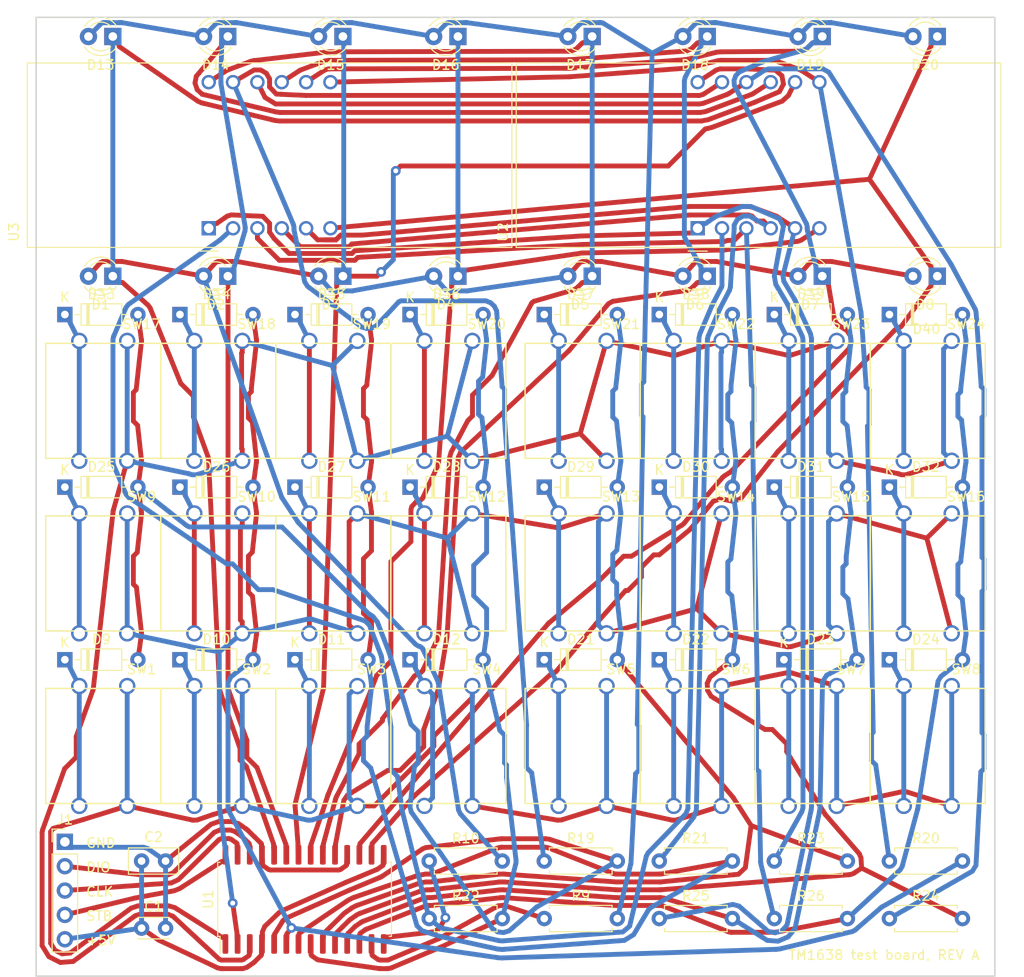
<source format=kicad_pcb>
(kicad_pcb (version 20171130) (host pcbnew "(5.1.0)")
  (layers (0 F.Cu signal) (31 B.Cu signal) (34 B.Paste user) (35 F.Paste user) (36 B.SilkS user) (37 F.SilkS user) (38 B.Mask user) (39 F.Mask user) (44 Edge.Cuts user))
  (net 0 "")
  (net 1 GND)
  (net 2 +5V)
  (net 3 "/TM1638 Module/GRID1")
  (net 4 "Net-(D1-Pad2)")
  (net 5 "/TM1638 Module/GRID2")
  (net 6 "/TM1638 Module/GRID3")
  (net 7 "/TM1638 Module/GRID4")
  (net 8 "/TM1638 Module/GRID5")
  (net 9 "/TM1638 Module/GRID6")
  (net 10 "/TM1638 Module/GRID7")
  (net 11 "/TM1638 Module/GRID8")
  (net 12 "Net-(D33-Pad1)")
  (net 13 "/TM1638 Module/SEG1")
  (net 14 "/TM1638 Module/SEG2")
  (net 15 "Net-(D34-Pad1)")
  (net 16 "/TM1638 Module/SEG3")
  (net 17 "Net-(D35-Pad1)")
  (net 18 "Net-(D36-Pad1)")
  (net 19 "/TM1638 Module/SEG4")
  (net 20 "/TM1638 Module/SEG5")
  (net 21 "Net-(D37-Pad1)")
  (net 22 "Net-(D38-Pad1)")
  (net 23 "/TM1638 Module/SEG6")
  (net 24 "/TM1638 Module/SEG7")
  (net 25 "Net-(D39-Pad1)")
  (net 26 "Net-(D40-Pad1)")
  (net 27 "/TM1638 Module/SEG8")
  (net 28 "/TM1638 Module/K2")
  (net 29 "/TM1638 Module/K1")
  (net 30 "Net-(R19-Pad1)")
  (net 31 "Net-(R20-Pad1)")
  (net 32 "Net-(R21-Pad1)")
  (net 33 "Net-(R22-Pad1)")
  (net 34 "Net-(R23-Pad1)")
  (net 35 "Net-(R24-Pad1)")
  (net 36 "Net-(R25-Pad1)")
  (net 37 "Net-(R26-Pad1)")
  (net 38 "/TM1638 Module/K3")
  (net 39 "Net-(D9-Pad1)")
  (net 40 "Net-(D10-Pad1)")
  (net 41 "Net-(D11-Pad1)")
  (net 42 "Net-(D12-Pad1)")
  (net 43 "Net-(D13-Pad2)")
  (net 44 "Net-(D21-Pad1)")
  (net 45 "Net-(D22-Pad1)")
  (net 46 "Net-(D23-Pad1)")
  (net 47 "Net-(D24-Pad1)")
  (net 48 "Net-(D25-Pad1)")
  (net 49 "Net-(D26-Pad1)")
  (net 50 "Net-(D27-Pad1)")
  (net 51 "Net-(D28-Pad1)")
  (net 52 "Net-(D29-Pad1)")
  (net 53 "Net-(D30-Pad1)")
  (net 54 "Net-(D31-Pad1)")
  (net 55 "Net-(D32-Pad1)")
  (net 56 "Net-(R9-Pad1)")
  (net 57 "Net-(R10-Pad1)")
  (net 58 "/TM1638 Module/DIO")
  (net 59 "/TM1638 Module/CLK")
  (net 60 "/TM1638 Module/STB")
  (module Display_7Segment:CA56-12EWA (layer F.Cu) (at 199 102 90)
    (fp_text reference U2 (at -0.4 -20.31 90) (layer F.SilkS))
    (fp_text value CA56-12EWA)
    (pad 12 thru_hole circle (at 15.24 0 90) (size 1.5 1.5) (drill 1) (layers *.Cu *.Mask) (net 3 "/TM1638 Module/GRID1"))
    (pad 11 thru_hole circle (at 15.24 2.54 90) (size 1.5 1.5) (drill 1) (layers *.Cu *.Mask) (net 30 "Net-(R19-Pad1)"))
    (pad 10 thru_hole circle (at 15.24 5.08 90) (size 1.5 1.5) (drill 1) (layers *.Cu *.Mask) (net 35 "Net-(R24-Pad1)"))
    (pad 9 thru_hole circle (at 15.24 7.62 90) (size 1.5 1.5) (drill 1) (layers *.Cu *.Mask) (net 5 "/TM1638 Module/GRID2"))
    (pad 8 thru_hole circle (at 15.24 10.16 90) (size 1.5 1.5) (drill 1) (layers *.Cu *.Mask) (net 6 "/TM1638 Module/GRID3"))
    (pad 7 thru_hole circle (at 15.24 12.7 90) (size 1.5 1.5) (drill 1) (layers *.Cu *.Mask) (net 31 "Net-(R20-Pad1)"))
    (pad 6 thru_hole circle (at 0 12.7 90) (size 1.5 1.5) (drill 1) (layers *.Cu *.Mask) (net 7 "/TM1638 Module/GRID4"))
    (pad 5 thru_hole circle (at 0 10.16 90) (size 1.5 1.5) (drill 1) (layers *.Cu *.Mask) (net 36 "Net-(R25-Pad1)"))
    (pad 4 thru_hole circle (at 0 7.62 90) (size 1.5 1.5) (drill 1) (layers *.Cu *.Mask) (net 32 "Net-(R21-Pad1)"))
    (pad 3 thru_hole circle (at 0 5.08 90) (size 1.5 1.5) (drill 1) (layers *.Cu *.Mask) (net 37 "Net-(R26-Pad1)"))
    (pad 2 thru_hole circle (at 0 2.54 90) (size 1.5 1.5) (drill 1) (layers *.Cu *.Mask) (net 33 "Net-(R22-Pad1)"))
    (pad 1 thru_hole rect (at 0 0 90) (size 1.5 1.5) (drill 1) (layers *.Cu *.Mask) (net 34 "Net-(R23-Pad1)"))
  )
  (module Display_7Segment:CA56-12EWA (layer F.Cu) (at 148 102 90)
    (fp_text reference U3 (at -0.4 -20.31 90) (layer F.SilkS))
    (fp_text value CA56-12EWA)
    (pad 12 thru_hole circle (at 15.24 0 90) (size 1.5 1.5) (drill 1) (layers *.Cu *.Mask) (net 8 "/TM1638 Module/GRID5"))
    (pad 11 thru_hole circle (at 15.24 2.54 90) (size 1.5 1.5) (drill 1) (layers *.Cu *.Mask) (net 30 "Net-(R19-Pad1)"))
    (pad 10 thru_hole circle (at 15.24 5.08 90) (size 1.5 1.5) (drill 1) (layers *.Cu *.Mask) (net 35 "Net-(R24-Pad1)"))
    (pad 9 thru_hole circle (at 15.24 7.62 90) (size 1.5 1.5) (drill 1) (layers *.Cu *.Mask) (net 9 "/TM1638 Module/GRID6"))
    (pad 8 thru_hole circle (at 15.24 10.16 90) (size 1.5 1.5) (drill 1) (layers *.Cu *.Mask) (net 10 "/TM1638 Module/GRID7"))
    (pad 7 thru_hole circle (at 15.24 12.7 90) (size 1.5 1.5) (drill 1) (layers *.Cu *.Mask) (net 31 "Net-(R20-Pad1)"))
    (pad 6 thru_hole circle (at 0 12.7 90) (size 1.5 1.5) (drill 1) (layers *.Cu *.Mask) (net 11 "/TM1638 Module/GRID8"))
    (pad 5 thru_hole circle (at 0 10.16 90) (size 1.5 1.5) (drill 1) (layers *.Cu *.Mask) (net 36 "Net-(R25-Pad1)"))
    (pad 4 thru_hole circle (at 0 7.62 90) (size 1.5 1.5) (drill 1) (layers *.Cu *.Mask) (net 32 "Net-(R21-Pad1)"))
    (pad 3 thru_hole circle (at 0 5.08 90) (size 1.5 1.5) (drill 1) (layers *.Cu *.Mask) (net 37 "Net-(R26-Pad1)"))
    (pad 2 thru_hole circle (at 0 2.54 90) (size 1.5 1.5) (drill 1) (layers *.Cu *.Mask) (net 33 "Net-(R22-Pad1)"))
    (pad 1 thru_hole rect (at 0 0 90) (size 1.5 1.5) (drill 1) (layers *.Cu *.Mask) (net 34 "Net-(R23-Pad1)"))
  )
  (module LED_THT:LED_D3.0mm (layer F.Cu) (at 188 107 180)
    (fp_text reference D5 (at 1.27 -2.96 180) (layer F.SilkS))
    (fp_text value LED)
    (pad 2 thru_hole circle (at 2.54 0 180) (size 1.8 1.8) (drill 0.9) (layers *.Cu *.Mask) (net 4 "Net-(D1-Pad2)"))
    (pad 1 thru_hole rect (at 0 0 180) (size 1.8 1.8) (drill 0.9) (layers *.Cu *.Mask) (net 8 "/TM1638 Module/GRID5"))
  )
  (module LED_THT:LED_D3.0mm (layer F.Cu) (at 200 107 180)
    (fp_text reference D6 (at 1.27 -2.96 180) (layer F.SilkS))
    (fp_text value LED)
    (pad 2 thru_hole circle (at 2.54 0 180) (size 1.8 1.8) (drill 0.9) (layers *.Cu *.Mask) (net 4 "Net-(D1-Pad2)"))
    (pad 1 thru_hole rect (at 0 0 180) (size 1.8 1.8) (drill 0.9) (layers *.Cu *.Mask) (net 9 "/TM1638 Module/GRID6"))
  )
  (module LED_THT:LED_D3.0mm (layer F.Cu) (at 212 107 180)
    (fp_text reference D7 (at 1.27 -2.96 180) (layer F.SilkS))
    (fp_text value LED)
    (pad 2 thru_hole circle (at 2.54 0 180) (size 1.8 1.8) (drill 0.9) (layers *.Cu *.Mask) (net 4 "Net-(D1-Pad2)"))
    (pad 1 thru_hole rect (at 0 0 180) (size 1.8 1.8) (drill 0.9) (layers *.Cu *.Mask) (net 10 "/TM1638 Module/GRID7"))
  )
  (module LED_THT:LED_D3.0mm (layer F.Cu) (at 224 107 180)
    (fp_text reference D8 (at 1.27 -2.96 180) (layer F.SilkS))
    (fp_text value LED)
    (pad 2 thru_hole circle (at 2.54 0 180) (size 1.8 1.8) (drill 0.9) (layers *.Cu *.Mask) (net 4 "Net-(D1-Pad2)"))
    (pad 1 thru_hole rect (at 0 0 180) (size 1.8 1.8) (drill 0.9) (layers *.Cu *.Mask) (net 11 "/TM1638 Module/GRID8"))
  )
  (module LED_THT:LED_D3.0mm (layer F.Cu) (at 138 107 180)
    (fp_text reference D1 (at 1.27 -2.96 180) (layer F.SilkS))
    (fp_text value LED)
    (pad 2 thru_hole circle (at 2.54 0 180) (size 1.8 1.8) (drill 0.9) (layers *.Cu *.Mask) (net 4 "Net-(D1-Pad2)"))
    (pad 1 thru_hole rect (at 0 0 180) (size 1.8 1.8) (drill 0.9) (layers *.Cu *.Mask) (net 3 "/TM1638 Module/GRID1"))
  )
  (module LED_THT:LED_D3.0mm (layer F.Cu) (at 150 107 180)
    (fp_text reference D2 (at 1.27 -2.96 180) (layer F.SilkS))
    (fp_text value LED)
    (pad 2 thru_hole circle (at 2.54 0 180) (size 1.8 1.8) (drill 0.9) (layers *.Cu *.Mask) (net 4 "Net-(D1-Pad2)"))
    (pad 1 thru_hole rect (at 0 0 180) (size 1.8 1.8) (drill 0.9) (layers *.Cu *.Mask) (net 5 "/TM1638 Module/GRID2"))
  )
  (module LED_THT:LED_D3.0mm (layer F.Cu) (at 162 107 180)
    (fp_text reference D3 (at 1.27 -2.96 180) (layer F.SilkS))
    (fp_text value LED)
    (pad 2 thru_hole circle (at 2.54 0 180) (size 1.8 1.8) (drill 0.9) (layers *.Cu *.Mask) (net 4 "Net-(D1-Pad2)"))
    (pad 1 thru_hole rect (at 0 0 180) (size 1.8 1.8) (drill 0.9) (layers *.Cu *.Mask) (net 6 "/TM1638 Module/GRID3"))
  )
  (module LED_THT:LED_D3.0mm (layer F.Cu) (at 174 107 180)
    (fp_text reference D4 (at 1.27 -2.96 180) (layer F.SilkS))
    (fp_text value LED)
    (pad 2 thru_hole circle (at 2.54 0 180) (size 1.8 1.8) (drill 0.9) (layers *.Cu *.Mask) (net 4 "Net-(D1-Pad2)"))
    (pad 1 thru_hole rect (at 0 0 180) (size 1.8 1.8) (drill 0.9) (layers *.Cu *.Mask) (net 7 "/TM1638 Module/GRID4"))
  )
  (module LED_THT:LED_D3.0mm (layer F.Cu) (at 138 82 180)
    (fp_text reference D13 (at 1.27 -2.96 180) (layer F.SilkS))
    (fp_text value LED)
    (pad 2 thru_hole circle (at 2.54 0 180) (size 1.8 1.8) (drill 0.9) (layers *.Cu *.Mask) (net 43 "Net-(D13-Pad2)"))
    (pad 1 thru_hole rect (at 0 0 180) (size 1.8 1.8) (drill 0.9) (layers *.Cu *.Mask) (net 3 "/TM1638 Module/GRID1"))
  )
  (module LED_THT:LED_D3.0mm (layer F.Cu) (at 150 82 180)
    (fp_text reference D14 (at 1.27 -2.96 180) (layer F.SilkS))
    (fp_text value LED)
    (pad 2 thru_hole circle (at 2.54 0 180) (size 1.8 1.8) (drill 0.9) (layers *.Cu *.Mask) (net 43 "Net-(D13-Pad2)"))
    (pad 1 thru_hole rect (at 0 0 180) (size 1.8 1.8) (drill 0.9) (layers *.Cu *.Mask) (net 5 "/TM1638 Module/GRID2"))
  )
  (module LED_THT:LED_D3.0mm (layer F.Cu) (at 162 82 180)
    (fp_text reference D15 (at 1.27 -2.96 180) (layer F.SilkS))
    (fp_text value LED)
    (pad 2 thru_hole circle (at 2.54 0 180) (size 1.8 1.8) (drill 0.9) (layers *.Cu *.Mask) (net 43 "Net-(D13-Pad2)"))
    (pad 1 thru_hole rect (at 0 0 180) (size 1.8 1.8) (drill 0.9) (layers *.Cu *.Mask) (net 6 "/TM1638 Module/GRID3"))
  )
  (module LED_THT:LED_D3.0mm (layer F.Cu) (at 174 82 180)
    (fp_text reference D16 (at 1.27 -2.96 180) (layer F.SilkS))
    (fp_text value LED)
    (pad 2 thru_hole circle (at 2.54 0 180) (size 1.8 1.8) (drill 0.9) (layers *.Cu *.Mask) (net 43 "Net-(D13-Pad2)"))
    (pad 1 thru_hole rect (at 0 0 180) (size 1.8 1.8) (drill 0.9) (layers *.Cu *.Mask) (net 7 "/TM1638 Module/GRID4"))
  )
  (module LED_THT:LED_D3.0mm (layer F.Cu) (at 188 82 180)
    (fp_text reference D17 (at 1.27 -2.96 180) (layer F.SilkS))
    (fp_text value LED)
    (pad 2 thru_hole circle (at 2.54 0 180) (size 1.8 1.8) (drill 0.9) (layers *.Cu *.Mask) (net 43 "Net-(D13-Pad2)"))
    (pad 1 thru_hole rect (at 0 0 180) (size 1.8 1.8) (drill 0.9) (layers *.Cu *.Mask) (net 8 "/TM1638 Module/GRID5"))
  )
  (module LED_THT:LED_D3.0mm (layer F.Cu) (at 200 82 180)
    (fp_text reference D18 (at 1.27 -2.96 180) (layer F.SilkS))
    (fp_text value LED)
    (pad 2 thru_hole circle (at 2.54 0 180) (size 1.8 1.8) (drill 0.9) (layers *.Cu *.Mask) (net 43 "Net-(D13-Pad2)"))
    (pad 1 thru_hole rect (at 0 0 180) (size 1.8 1.8) (drill 0.9) (layers *.Cu *.Mask) (net 9 "/TM1638 Module/GRID6"))
  )
  (module LED_THT:LED_D3.0mm (layer F.Cu) (at 212 82 180)
    (fp_text reference D19 (at 1.27 -2.96 180) (layer F.SilkS))
    (fp_text value LED)
    (pad 2 thru_hole circle (at 2.54 0 180) (size 1.8 1.8) (drill 0.9) (layers *.Cu *.Mask) (net 43 "Net-(D13-Pad2)"))
    (pad 1 thru_hole rect (at 0 0 180) (size 1.8 1.8) (drill 0.9) (layers *.Cu *.Mask) (net 10 "/TM1638 Module/GRID7"))
  )
  (module LED_THT:LED_D3.0mm (layer F.Cu) (at 224 82 180)
    (fp_text reference D20 (at 1.27 -2.96 180) (layer F.SilkS))
    (fp_text value LED)
    (pad 2 thru_hole circle (at 2.54 0 180) (size 1.8 1.8) (drill 0.9) (layers *.Cu *.Mask) (net 43 "Net-(D13-Pad2)"))
    (pad 1 thru_hole rect (at 0 0 180) (size 1.8 1.8) (drill 0.9) (layers *.Cu *.Mask) (net 11 "/TM1638 Module/GRID8"))
  )
  (module Diode_THT:D_DO-35_SOD27_P7.62mm_Horizontal (layer F.Cu) (at 133 129)
    (fp_text reference D25 (at 3.81 -2.12) (layer F.SilkS))
    (fp_text value 1N4148)
    (fp_text user K (at 0 -1.8) (layer F.SilkS))
    (pad 2 thru_hole oval (at 7.62 0) (size 1.6 1.6) (drill 0.8) (layers *.Cu *.Mask) (net 13 "/TM1638 Module/SEG1"))
    (pad 1 thru_hole rect (at 0 0) (size 1.6 1.6) (drill 0.8) (layers *.Cu *.Mask) (net 48 "Net-(D25-Pad1)"))
  )
  (module Diode_THT:D_DO-35_SOD27_P7.62mm_Horizontal (layer F.Cu) (at 145 129)
    (fp_text reference D26 (at 3.81 -2.12) (layer F.SilkS))
    (fp_text value 1N4148)
    (pad 2 thru_hole oval (at 7.62 0) (size 1.6 1.6) (drill 0.8) (layers *.Cu *.Mask) (net 14 "/TM1638 Module/SEG2"))
    (pad 1 thru_hole rect (at 0 0) (size 1.6 1.6) (drill 0.8) (layers *.Cu *.Mask) (net 49 "Net-(D26-Pad1)"))
  )
  (module Diode_THT:D_DO-35_SOD27_P7.62mm_Horizontal (layer F.Cu) (at 157 129)
    (fp_text reference D27 (at 3.81 -2.12) (layer F.SilkS))
    (fp_text value 1N4148)
    (pad 2 thru_hole oval (at 7.62 0) (size 1.6 1.6) (drill 0.8) (layers *.Cu *.Mask) (net 16 "/TM1638 Module/SEG3"))
    (pad 1 thru_hole rect (at 0 0) (size 1.6 1.6) (drill 0.8) (layers *.Cu *.Mask) (net 50 "Net-(D27-Pad1)"))
  )
  (module Diode_THT:D_DO-35_SOD27_P7.62mm_Horizontal (layer F.Cu) (at 169 129)
    (fp_text reference D28 (at 3.81 -2.12) (layer F.SilkS))
    (fp_text value 1N4148)
    (fp_text user K (at 0 -1.8) (layer F.SilkS))
    (pad 2 thru_hole oval (at 7.62 0) (size 1.6 1.6) (drill 0.8) (layers *.Cu *.Mask) (net 19 "/TM1638 Module/SEG4"))
    (pad 1 thru_hole rect (at 0 0) (size 1.6 1.6) (drill 0.8) (layers *.Cu *.Mask) (net 51 "Net-(D28-Pad1)"))
  )
  (module Diode_THT:D_DO-35_SOD27_P7.62mm_Horizontal (layer F.Cu) (at 183 129)
    (fp_text reference D29 (at 3.81 -2.12) (layer F.SilkS))
    (fp_text value 1N4148)
    (pad 2 thru_hole oval (at 7.62 0) (size 1.6 1.6) (drill 0.8) (layers *.Cu *.Mask) (net 20 "/TM1638 Module/SEG5"))
    (pad 1 thru_hole rect (at 0 0) (size 1.6 1.6) (drill 0.8) (layers *.Cu *.Mask) (net 52 "Net-(D29-Pad1)"))
  )
  (module Diode_THT:D_DO-35_SOD27_P7.62mm_Horizontal (layer F.Cu) (at 195 129)
    (fp_text reference D30 (at 3.81 -2.12) (layer F.SilkS))
    (fp_text value 1N4148)
    (fp_text user K (at 0 -1.8) (layer F.SilkS))
    (pad 2 thru_hole oval (at 7.62 0) (size 1.6 1.6) (drill 0.8) (layers *.Cu *.Mask) (net 23 "/TM1638 Module/SEG6"))
    (pad 1 thru_hole rect (at 0 0) (size 1.6 1.6) (drill 0.8) (layers *.Cu *.Mask) (net 53 "Net-(D30-Pad1)"))
  )
  (module Diode_THT:D_DO-35_SOD27_P7.62mm_Horizontal (layer F.Cu) (at 207 129)
    (fp_text reference D31 (at 3.81 -2.12) (layer F.SilkS))
    (fp_text value 1N4148)
    (pad 2 thru_hole oval (at 7.62 0) (size 1.6 1.6) (drill 0.8) (layers *.Cu *.Mask) (net 24 "/TM1638 Module/SEG7"))
    (pad 1 thru_hole rect (at 0 0) (size 1.6 1.6) (drill 0.8) (layers *.Cu *.Mask) (net 54 "Net-(D31-Pad1)"))
  )
  (module Diode_THT:D_DO-35_SOD27_P7.62mm_Horizontal (layer F.Cu) (at 219 129)
    (fp_text reference D32 (at 3.81 -2.12) (layer F.SilkS))
    (fp_text value 1N4148)
    (fp_text user K (at 0 -1.8) (layer F.SilkS))
    (pad 2 thru_hole oval (at 7.62 0) (size 1.6 1.6) (drill 0.8) (layers *.Cu *.Mask) (net 27 "/TM1638 Module/SEG8"))
    (pad 1 thru_hole rect (at 0 0) (size 1.6 1.6) (drill 0.8) (layers *.Cu *.Mask) (net 55 "Net-(D32-Pad1)"))
  )
  (module Diode_THT:D_DO-35_SOD27_P7.62mm_Horizontal (layer F.Cu) (at 133 147)
    (fp_text reference D9 (at 3.81 -2.12) (layer F.SilkS))
    (fp_text value 1N4148)
    (fp_text user K (at 0 -1.8) (layer F.SilkS))
    (pad 2 thru_hole oval (at 7.62 0) (size 1.6 1.6) (drill 0.8) (layers *.Cu *.Mask) (net 13 "/TM1638 Module/SEG1"))
    (pad 1 thru_hole rect (at 0 0) (size 1.6 1.6) (drill 0.8) (layers *.Cu *.Mask) (net 39 "Net-(D9-Pad1)"))
  )
  (module Diode_THT:D_DO-35_SOD27_P7.62mm_Horizontal (layer F.Cu) (at 145 147)
    (fp_text reference D10 (at 3.81 -2.12) (layer F.SilkS))
    (fp_text value 1N4148)
    (pad 2 thru_hole oval (at 7.62 0) (size 1.6 1.6) (drill 0.8) (layers *.Cu *.Mask) (net 14 "/TM1638 Module/SEG2"))
    (pad 1 thru_hole rect (at 0 0) (size 1.6 1.6) (drill 0.8) (layers *.Cu *.Mask) (net 40 "Net-(D10-Pad1)"))
  )
  (module Diode_THT:D_DO-35_SOD27_P7.62mm_Horizontal (layer F.Cu) (at 157 147)
    (fp_text reference D11 (at 3.81 -2.12) (layer F.SilkS))
    (fp_text value 1N4148)
    (fp_text user K (at 0 -1.8) (layer F.SilkS))
    (pad 2 thru_hole oval (at 7.62 0) (size 1.6 1.6) (drill 0.8) (layers *.Cu *.Mask) (net 16 "/TM1638 Module/SEG3"))
    (pad 1 thru_hole rect (at 0 0) (size 1.6 1.6) (drill 0.8) (layers *.Cu *.Mask) (net 41 "Net-(D11-Pad1)"))
  )
  (module Diode_THT:D_DO-35_SOD27_P7.62mm_Horizontal (layer F.Cu) (at 169 147)
    (fp_text reference D12 (at 3.81 -2.12) (layer F.SilkS))
    (fp_text value 1N4148)
    (pad 2 thru_hole oval (at 7.62 0) (size 1.6 1.6) (drill 0.8) (layers *.Cu *.Mask) (net 19 "/TM1638 Module/SEG4"))
    (pad 1 thru_hole rect (at 0 0) (size 1.6 1.6) (drill 0.8) (layers *.Cu *.Mask) (net 42 "Net-(D12-Pad1)"))
  )
  (module Diode_THT:D_DO-35_SOD27_P7.62mm_Horizontal (layer F.Cu) (at 183 147)
    (fp_text reference D21 (at 3.81 -2.12) (layer F.SilkS))
    (fp_text value 1N4148)
    (fp_text user K (at 0 -1.8) (layer F.SilkS))
    (pad 2 thru_hole oval (at 7.62 0) (size 1.6 1.6) (drill 0.8) (layers *.Cu *.Mask) (net 20 "/TM1638 Module/SEG5"))
    (pad 1 thru_hole rect (at 0 0) (size 1.6 1.6) (drill 0.8) (layers *.Cu *.Mask) (net 44 "Net-(D21-Pad1)"))
  )
  (module Diode_THT:D_DO-35_SOD27_P7.62mm_Horizontal (layer F.Cu) (at 195 147)
    (fp_text reference D22 (at 3.81 -2.12) (layer F.SilkS))
    (fp_text value 1N4148)
    (pad 2 thru_hole oval (at 7.62 0) (size 1.6 1.6) (drill 0.8) (layers *.Cu *.Mask) (net 23 "/TM1638 Module/SEG6"))
    (pad 1 thru_hole rect (at 0 0) (size 1.6 1.6) (drill 0.8) (layers *.Cu *.Mask) (net 45 "Net-(D22-Pad1)"))
  )
  (module Diode_THT:D_DO-35_SOD27_P7.62mm_Horizontal (layer F.Cu) (at 208 147)
    (fp_text reference D23 (at 3.81 -2.12) (layer F.SilkS))
    (fp_text value 1N4148)
    (fp_text user K (at 0 -1.8) (layer F.SilkS))
    (pad 2 thru_hole oval (at 7.62 0) (size 1.6 1.6) (drill 0.8) (layers *.Cu *.Mask) (net 24 "/TM1638 Module/SEG7"))
    (pad 1 thru_hole rect (at 0 0) (size 1.6 1.6) (drill 0.8) (layers *.Cu *.Mask) (net 46 "Net-(D23-Pad1)"))
  )
  (module Diode_THT:D_DO-35_SOD27_P7.62mm_Horizontal (layer F.Cu) (at 219 147)
    (fp_text reference D24 (at 3.81 -2.12) (layer F.SilkS))
    (fp_text value 1N4148)
    (pad 2 thru_hole oval (at 7.62 0) (size 1.6 1.6) (drill 0.8) (layers *.Cu *.Mask) (net 27 "/TM1638 Module/SEG8"))
    (pad 1 thru_hole rect (at 0 0) (size 1.6 1.6) (drill 0.8) (layers *.Cu *.Mask) (net 47 "Net-(D24-Pad1)"))
  )
  (module Diode_THT:D_DO-35_SOD27_P7.62mm_Horizontal (layer F.Cu) (at 133 111)
    (fp_text reference D33 (at 3.81 -2.12) (layer F.SilkS))
    (fp_text value 1N4148)
    (fp_text user K (at 0 -1.8) (layer F.SilkS))
    (pad 2 thru_hole oval (at 7.62 0) (size 1.6 1.6) (drill 0.8) (layers *.Cu *.Mask) (net 13 "/TM1638 Module/SEG1"))
    (pad 1 thru_hole rect (at 0 0) (size 1.6 1.6) (drill 0.8) (layers *.Cu *.Mask) (net 12 "Net-(D33-Pad1)"))
  )
  (module Diode_THT:D_DO-35_SOD27_P7.62mm_Horizontal (layer F.Cu) (at 145 111)
    (fp_text reference D34 (at 3.81 -2.12) (layer F.SilkS))
    (fp_text value 1N4148)
    (pad 2 thru_hole oval (at 7.62 0) (size 1.6 1.6) (drill 0.8) (layers *.Cu *.Mask) (net 14 "/TM1638 Module/SEG2"))
    (pad 1 thru_hole rect (at 0 0) (size 1.6 1.6) (drill 0.8) (layers *.Cu *.Mask) (net 15 "Net-(D34-Pad1)"))
  )
  (module Diode_THT:D_DO-35_SOD27_P7.62mm_Horizontal (layer F.Cu) (at 157 111)
    (fp_text reference D35 (at 3.81 -2.12) (layer F.SilkS))
    (fp_text value 1N4148)
    (pad 2 thru_hole oval (at 7.62 0) (size 1.6 1.6) (drill 0.8) (layers *.Cu *.Mask) (net 16 "/TM1638 Module/SEG3"))
    (pad 1 thru_hole rect (at 0 0) (size 1.6 1.6) (drill 0.8) (layers *.Cu *.Mask) (net 17 "Net-(D35-Pad1)"))
  )
  (module Diode_THT:D_DO-35_SOD27_P7.62mm_Horizontal (layer F.Cu) (at 169 111)
    (fp_text reference D36 (at 3.81 -2.12) (layer F.SilkS))
    (fp_text value 1N4148)
    (fp_text user K (at 0 -1.8) (layer F.SilkS))
    (pad 2 thru_hole oval (at 7.62 0) (size 1.6 1.6) (drill 0.8) (layers *.Cu *.Mask) (net 19 "/TM1638 Module/SEG4"))
    (pad 1 thru_hole rect (at 0 0) (size 1.6 1.6) (drill 0.8) (layers *.Cu *.Mask) (net 18 "Net-(D36-Pad1)"))
  )
  (module Diode_THT:D_DO-35_SOD27_P7.62mm_Horizontal (layer F.Cu) (at 183 111)
    (fp_text reference D37 (at 3.81 -2.12) (layer F.SilkS))
    (fp_text value 1N4148)
    (pad 2 thru_hole oval (at 7.62 0) (size 1.6 1.6) (drill 0.8) (layers *.Cu *.Mask) (net 20 "/TM1638 Module/SEG5"))
    (pad 1 thru_hole rect (at 0 0) (size 1.6 1.6) (drill 0.8) (layers *.Cu *.Mask) (net 21 "Net-(D37-Pad1)"))
  )
  (module Diode_THT:D_DO-35_SOD27_P7.62mm_Horizontal (layer F.Cu) (at 195 111)
    (fp_text reference D38 (at 3.81 -2.12) (layer F.SilkS))
    (fp_text value 1N4148)
    (fp_text user K (at 0 -1.8) (layer F.SilkS))
    (pad 2 thru_hole oval (at 7.62 0) (size 1.6 1.6) (drill 0.8) (layers *.Cu *.Mask) (net 23 "/TM1638 Module/SEG6"))
    (pad 1 thru_hole rect (at 0 0) (size 1.6 1.6) (drill 0.8) (layers *.Cu *.Mask) (net 22 "Net-(D38-Pad1)"))
  )
  (module Diode_THT:D_DO-35_SOD27_P7.62mm_Horizontal (layer F.Cu) (at 207 111)
    (fp_text reference D39 (at 3.81 -2.12) (layer F.SilkS))
    (fp_text value 1N4148)
    (fp_text user K (at 0 -1.8) (layer F.SilkS))
    (pad 2 thru_hole oval (at 7.62 0) (size 1.6 1.6) (drill 0.8) (layers *.Cu *.Mask) (net 24 "/TM1638 Module/SEG7"))
    (pad 1 thru_hole rect (at 0 0) (size 1.6 1.6) (drill 0.8) (layers *.Cu *.Mask) (net 25 "Net-(D39-Pad1)"))
  )
  (module Diode_THT:D_DO-35_SOD27_P7.62mm_Horizontal (layer F.Cu) (at 219 111)
    (fp_text reference D40 (at 3.869998 1.51) (layer F.SilkS))
    (fp_text value 1N4148)
    (pad 2 thru_hole oval (at 7.62 0) (size 1.6 1.6) (drill 0.8) (layers *.Cu *.Mask) (net 27 "/TM1638 Module/SEG8"))
    (pad 1 thru_hole rect (at 0 0) (size 1.6 1.6) (drill 0.8) (layers *.Cu *.Mask) (net 26 "Net-(D40-Pad1)"))
  )
  (module Resistor_THT:R_Axial_DIN0207_L6.3mm_D2.5mm_P7.62mm_Horizontal (layer F.Cu) (at 183 174)
    (fp_text reference R9 (at 3.81 -2.37) (layer F.SilkS))
    (fp_text value 51)
    (pad 2 thru_hole oval (at 7.62 0) (size 1.6 1.6) (drill 0.8) (layers *.Cu *.Mask) (net 43 "Net-(D13-Pad2)"))
    (pad 1 thru_hole circle (at 0 0) (size 1.6 1.6) (drill 0.8) (layers *.Cu *.Mask) (net 56 "Net-(R9-Pad1)"))
  )
  (module Resistor_THT:R_Axial_DIN0207_L6.3mm_D2.5mm_P7.62mm_Horizontal (layer F.Cu) (at 171 168)
    (fp_text reference R10 (at 3.81 -2.37) (layer F.SilkS))
    (fp_text value 51)
    (pad 2 thru_hole oval (at 7.62 0) (size 1.6 1.6) (drill 0.8) (layers *.Cu *.Mask) (net 4 "Net-(D1-Pad2)"))
    (pad 1 thru_hole circle (at 0 0) (size 1.6 1.6) (drill 0.8) (layers *.Cu *.Mask) (net 57 "Net-(R10-Pad1)"))
  )
  (module Resistor_THT:R_Axial_DIN0207_L6.3mm_D2.5mm_P7.62mm_Horizontal (layer F.Cu) (at 183 168)
    (fp_text reference R19 (at 3.81 -2.37) (layer F.SilkS))
    (fp_text value 51)
    (pad 2 thru_hole oval (at 7.62 0) (size 1.6 1.6) (drill 0.8) (layers *.Cu *.Mask) (net 13 "/TM1638 Module/SEG1"))
    (pad 1 thru_hole circle (at 0 0) (size 1.6 1.6) (drill 0.8) (layers *.Cu *.Mask) (net 30 "Net-(R19-Pad1)"))
  )
  (module Resistor_THT:R_Axial_DIN0207_L6.3mm_D2.5mm_P7.62mm_Horizontal (layer F.Cu) (at 219 168)
    (fp_text reference R20 (at 3.81 -2.37) (layer F.SilkS))
    (fp_text value 51)
    (pad 2 thru_hole oval (at 7.62 0) (size 1.6 1.6) (drill 0.8) (layers *.Cu *.Mask) (net 14 "/TM1638 Module/SEG2"))
    (pad 1 thru_hole circle (at 0 0) (size 1.6 1.6) (drill 0.8) (layers *.Cu *.Mask) (net 31 "Net-(R20-Pad1)"))
  )
  (module Resistor_THT:R_Axial_DIN0207_L6.3mm_D2.5mm_P7.62mm_Horizontal (layer F.Cu) (at 195 168)
    (fp_text reference R21 (at 3.81 -2.37) (layer F.SilkS))
    (fp_text value 51)
    (pad 2 thru_hole oval (at 7.62 0) (size 1.6 1.6) (drill 0.8) (layers *.Cu *.Mask) (net 16 "/TM1638 Module/SEG3"))
    (pad 1 thru_hole circle (at 0 0) (size 1.6 1.6) (drill 0.8) (layers *.Cu *.Mask) (net 32 "Net-(R21-Pad1)"))
  )
  (module Resistor_THT:R_Axial_DIN0207_L6.3mm_D2.5mm_P7.62mm_Horizontal (layer F.Cu) (at 171 174)
    (fp_text reference R22 (at 3.81 -2.37) (layer F.SilkS))
    (fp_text value 51)
    (pad 2 thru_hole oval (at 7.62 0) (size 1.6 1.6) (drill 0.8) (layers *.Cu *.Mask) (net 19 "/TM1638 Module/SEG4"))
    (pad 1 thru_hole circle (at 0 0) (size 1.6 1.6) (drill 0.8) (layers *.Cu *.Mask) (net 33 "Net-(R22-Pad1)"))
  )
  (module Resistor_THT:R_Axial_DIN0207_L6.3mm_D2.5mm_P7.62mm_Horizontal (layer F.Cu) (at 207 168)
    (fp_text reference R23 (at 3.81 -2.37) (layer F.SilkS))
    (fp_text value 51)
    (pad 2 thru_hole oval (at 7.62 0) (size 1.6 1.6) (drill 0.8) (layers *.Cu *.Mask) (net 20 "/TM1638 Module/SEG5"))
    (pad 1 thru_hole circle (at 0 0) (size 1.6 1.6) (drill 0.8) (layers *.Cu *.Mask) (net 34 "Net-(R23-Pad1)"))
  )
  (module Resistor_THT:R_Axial_DIN0207_L6.3mm_D2.5mm_P7.62mm_Horizontal (layer F.Cu) (at 219 174)
    (fp_text reference R24 (at 3.81 -2.37) (layer F.SilkS))
    (fp_text value 51)
    (pad 2 thru_hole oval (at 7.62 0) (size 1.6 1.6) (drill 0.8) (layers *.Cu *.Mask) (net 23 "/TM1638 Module/SEG6"))
    (pad 1 thru_hole circle (at 0 0) (size 1.6 1.6) (drill 0.8) (layers *.Cu *.Mask) (net 35 "Net-(R24-Pad1)"))
  )
  (module Resistor_THT:R_Axial_DIN0207_L6.3mm_D2.5mm_P7.62mm_Horizontal (layer F.Cu) (at 195 174)
    (fp_text reference R25 (at 3.81 -2.37) (layer F.SilkS))
    (fp_text value 51)
    (pad 2 thru_hole oval (at 7.62 0) (size 1.6 1.6) (drill 0.8) (layers *.Cu *.Mask) (net 24 "/TM1638 Module/SEG7"))
    (pad 1 thru_hole circle (at 0 0) (size 1.6 1.6) (drill 0.8) (layers *.Cu *.Mask) (net 36 "Net-(R25-Pad1)"))
  )
  (module Resistor_THT:R_Axial_DIN0207_L6.3mm_D2.5mm_P7.62mm_Horizontal (layer F.Cu) (at 207 174)
    (fp_text reference R26 (at 3.81 -2.37) (layer F.SilkS))
    (fp_text value 51)
    (pad 2 thru_hole oval (at 7.62 0) (size 1.6 1.6) (drill 0.8) (layers *.Cu *.Mask) (net 27 "/TM1638 Module/SEG8"))
    (pad 1 thru_hole circle (at 0 0) (size 1.6 1.6) (drill 0.8) (layers *.Cu *.Mask) (net 37 "Net-(R26-Pad1)"))
  )
  (module Connector_PinHeader_2.54mm:PinHeader_1x05_P2.54mm_Vertical (layer F.Cu) (at 133 166)
    (fp_text reference J1 (at 0 -2.33) (layer F.SilkS))
    (fp_text value Conn_01x05_Male)
    (pad 5 thru_hole oval (at 0 10.16) (size 1.7 1.7) (drill 1) (layers *.Cu *.Mask) (net 2 +5V))
    (pad 4 thru_hole oval (at 0 7.62) (size 1.7 1.7) (drill 1) (layers *.Cu *.Mask) (net 60 "/TM1638 Module/STB"))
    (pad 3 thru_hole oval (at 0 5.08) (size 1.7 1.7) (drill 1) (layers *.Cu *.Mask) (net 59 "/TM1638 Module/CLK"))
    (pad 2 thru_hole oval (at 0 2.54) (size 1.7 1.7) (drill 1) (layers *.Cu *.Mask) (net 58 "/TM1638 Module/DIO"))
    (pad 1 thru_hole rect (at 0 0) (size 1.7 1.7) (drill 1) (layers *.Cu *.Mask) (net 1 GND))
  )
  (module beat707:B3F-through-hole (layer F.Cu) (at 137 156 90)
    (fp_text reference SW1 (at 8 4 180) (layer F.SilkS))
    (fp_text value SW_Push)
    (pad 1 thru_hole circle (at 6.25 2.5 90) (size 1.7 1.7) (drill 1.2) (layers *.Cu *.Mask) (net 29 "/TM1638 Module/K1"))
    (pad 2 thru_hole circle (at -6.25 2.5 90) (size 1.7 1.7) (drill 1.2) (layers *.Cu *.Mask) (net 29 "/TM1638 Module/K1"))
    (pad 3 thru_hole circle (at 6.25 -2.5 90) (size 1.7 1.7) (drill 1.2) (layers *.Cu *.Mask) (net 39 "Net-(D9-Pad1)"))
    (pad 4 thru_hole circle (at -6.25 -2.5 90) (size 1.7 1.7) (drill 1.2) (layers *.Cu *.Mask) (net 39 "Net-(D9-Pad1)"))
    (pad "" np_thru_hole circle (at 0 -4.5 90) (size 1.8 1.8) (drill 1.8) (layers *.Cu *.Mask))
    (pad "" np_thru_hole circle (at 0 4.5 90) (size 1.8 1.8) (drill 1.8) (layers *.Cu *.Mask))
  )
  (module beat707:B3F-through-hole (layer F.Cu) (at 149 156 90)
    (fp_text reference SW2 (at 8 4 180) (layer F.SilkS))
    (fp_text value SW_Push)
    (pad 1 thru_hole circle (at 6.25 2.5 90) (size 1.7 1.7) (drill 1.2) (layers *.Cu *.Mask) (net 29 "/TM1638 Module/K1"))
    (pad 2 thru_hole circle (at -6.25 2.5 90) (size 1.7 1.7) (drill 1.2) (layers *.Cu *.Mask) (net 29 "/TM1638 Module/K1"))
    (pad 3 thru_hole circle (at 6.25 -2.5 90) (size 1.7 1.7) (drill 1.2) (layers *.Cu *.Mask) (net 40 "Net-(D10-Pad1)"))
    (pad 4 thru_hole circle (at -6.25 -2.5 90) (size 1.7 1.7) (drill 1.2) (layers *.Cu *.Mask) (net 40 "Net-(D10-Pad1)"))
    (pad "" np_thru_hole circle (at 0 -4.5 90) (size 1.8 1.8) (drill 1.8) (layers *.Cu *.Mask))
    (pad "" np_thru_hole circle (at 0 4.5 90) (size 1.8 1.8) (drill 1.8) (layers *.Cu *.Mask))
  )
  (module beat707:B3F-through-hole (layer F.Cu) (at 161 156 90)
    (fp_text reference SW3 (at 8 4 180) (layer F.SilkS))
    (fp_text value SW_Push)
    (pad 1 thru_hole circle (at 6.25 2.5 90) (size 1.7 1.7) (drill 1.2) (layers *.Cu *.Mask) (net 29 "/TM1638 Module/K1"))
    (pad 2 thru_hole circle (at -6.25 2.5 90) (size 1.7 1.7) (drill 1.2) (layers *.Cu *.Mask) (net 29 "/TM1638 Module/K1"))
    (pad 3 thru_hole circle (at 6.25 -2.5 90) (size 1.7 1.7) (drill 1.2) (layers *.Cu *.Mask) (net 41 "Net-(D11-Pad1)"))
    (pad 4 thru_hole circle (at -6.25 -2.5 90) (size 1.7 1.7) (drill 1.2) (layers *.Cu *.Mask) (net 41 "Net-(D11-Pad1)"))
    (pad "" np_thru_hole circle (at 0 -4.5 90) (size 1.8 1.8) (drill 1.8) (layers *.Cu *.Mask))
    (pad "" np_thru_hole circle (at 0 4.5 90) (size 1.8 1.8) (drill 1.8) (layers *.Cu *.Mask))
  )
  (module beat707:B3F-through-hole (layer F.Cu) (at 173 156 90)
    (fp_text reference SW4 (at 8 4 180) (layer F.SilkS))
    (fp_text value SW_Push)
    (pad 1 thru_hole circle (at 6.25 2.5 90) (size 1.7 1.7) (drill 1.2) (layers *.Cu *.Mask) (net 29 "/TM1638 Module/K1"))
    (pad 2 thru_hole circle (at -6.25 2.5 90) (size 1.7 1.7) (drill 1.2) (layers *.Cu *.Mask) (net 29 "/TM1638 Module/K1"))
    (pad 3 thru_hole circle (at 6.25 -2.5 90) (size 1.7 1.7) (drill 1.2) (layers *.Cu *.Mask) (net 42 "Net-(D12-Pad1)"))
    (pad 4 thru_hole circle (at -6.25 -2.5 90) (size 1.7 1.7) (drill 1.2) (layers *.Cu *.Mask) (net 42 "Net-(D12-Pad1)"))
    (pad "" np_thru_hole circle (at 0 -4.5 90) (size 1.8 1.8) (drill 1.8) (layers *.Cu *.Mask))
    (pad "" np_thru_hole circle (at 0 4.5 90) (size 1.8 1.8) (drill 1.8) (layers *.Cu *.Mask))
  )
  (module beat707:B3F-through-hole (layer F.Cu) (at 187 156 90)
    (fp_text reference SW5 (at 8 4 180) (layer F.SilkS))
    (fp_text value SW_Push)
    (pad 1 thru_hole circle (at 6.25 2.5 90) (size 1.7 1.7) (drill 1.2) (layers *.Cu *.Mask) (net 29 "/TM1638 Module/K1"))
    (pad 2 thru_hole circle (at -6.25 2.5 90) (size 1.7 1.7) (drill 1.2) (layers *.Cu *.Mask) (net 29 "/TM1638 Module/K1"))
    (pad 3 thru_hole circle (at 6.25 -2.5 90) (size 1.7 1.7) (drill 1.2) (layers *.Cu *.Mask) (net 44 "Net-(D21-Pad1)"))
    (pad 4 thru_hole circle (at -6.25 -2.5 90) (size 1.7 1.7) (drill 1.2) (layers *.Cu *.Mask) (net 44 "Net-(D21-Pad1)"))
    (pad "" np_thru_hole circle (at 0 -4.5 90) (size 1.8 1.8) (drill 1.8) (layers *.Cu *.Mask))
    (pad "" np_thru_hole circle (at 0 4.5 90) (size 1.8 1.8) (drill 1.8) (layers *.Cu *.Mask))
  )
  (module beat707:B3F-through-hole (layer F.Cu) (at 199 156 90)
    (fp_text reference SW6 (at 8 4 180) (layer F.SilkS))
    (fp_text value SW_Push)
    (pad 1 thru_hole circle (at 6.25 2.5 90) (size 1.7 1.7) (drill 1.2) (layers *.Cu *.Mask) (net 29 "/TM1638 Module/K1"))
    (pad 2 thru_hole circle (at -6.25 2.5 90) (size 1.7 1.7) (drill 1.2) (layers *.Cu *.Mask) (net 29 "/TM1638 Module/K1"))
    (pad 3 thru_hole circle (at 6.25 -2.5 90) (size 1.7 1.7) (drill 1.2) (layers *.Cu *.Mask) (net 45 "Net-(D22-Pad1)"))
    (pad 4 thru_hole circle (at -6.25 -2.5 90) (size 1.7 1.7) (drill 1.2) (layers *.Cu *.Mask) (net 45 "Net-(D22-Pad1)"))
    (pad "" np_thru_hole circle (at 0 -4.5 90) (size 1.8 1.8) (drill 1.8) (layers *.Cu *.Mask))
    (pad "" np_thru_hole circle (at 0 4.5 90) (size 1.8 1.8) (drill 1.8) (layers *.Cu *.Mask))
  )
  (module beat707:B3F-through-hole (layer F.Cu) (at 211 156 90)
    (fp_text reference SW7 (at 8 4 180) (layer F.SilkS))
    (fp_text value SW_Push)
    (pad 1 thru_hole circle (at 6.25 2.5 90) (size 1.7 1.7) (drill 1.2) (layers *.Cu *.Mask) (net 29 "/TM1638 Module/K1"))
    (pad 2 thru_hole circle (at -6.25 2.5 90) (size 1.7 1.7) (drill 1.2) (layers *.Cu *.Mask) (net 29 "/TM1638 Module/K1"))
    (pad 3 thru_hole circle (at 6.25 -2.5 90) (size 1.7 1.7) (drill 1.2) (layers *.Cu *.Mask) (net 46 "Net-(D23-Pad1)"))
    (pad 4 thru_hole circle (at -6.25 -2.5 90) (size 1.7 1.7) (drill 1.2) (layers *.Cu *.Mask) (net 46 "Net-(D23-Pad1)"))
    (pad "" np_thru_hole circle (at 0 -4.5 90) (size 1.8 1.8) (drill 1.8) (layers *.Cu *.Mask))
    (pad "" np_thru_hole circle (at 0 4.5 90) (size 1.8 1.8) (drill 1.8) (layers *.Cu *.Mask))
  )
  (module beat707:B3F-through-hole (layer F.Cu) (at 223 156 90)
    (fp_text reference SW8 (at 8 4 180) (layer F.SilkS))
    (fp_text value SW_Push)
    (pad 1 thru_hole circle (at 6.25 2.5 90) (size 1.7 1.7) (drill 1.2) (layers *.Cu *.Mask) (net 29 "/TM1638 Module/K1"))
    (pad 2 thru_hole circle (at -6.25 2.5 90) (size 1.7 1.7) (drill 1.2) (layers *.Cu *.Mask) (net 29 "/TM1638 Module/K1"))
    (pad 3 thru_hole circle (at 6.25 -2.5 90) (size 1.7 1.7) (drill 1.2) (layers *.Cu *.Mask) (net 47 "Net-(D24-Pad1)"))
    (pad 4 thru_hole circle (at -6.25 -2.5 90) (size 1.7 1.7) (drill 1.2) (layers *.Cu *.Mask) (net 47 "Net-(D24-Pad1)"))
    (pad "" np_thru_hole circle (at 0 -4.5 90) (size 1.8 1.8) (drill 1.8) (layers *.Cu *.Mask))
    (pad "" np_thru_hole circle (at 0 4.5 90) (size 1.8 1.8) (drill 1.8) (layers *.Cu *.Mask))
  )
  (module beat707:B3F-through-hole (layer F.Cu) (at 137 138 90)
    (fp_text reference SW9 (at 8 4 180) (layer F.SilkS))
    (fp_text value SW_Push)
    (pad 1 thru_hole circle (at 6.25 2.5 90) (size 1.7 1.7) (drill 1.2) (layers *.Cu *.Mask) (net 28 "/TM1638 Module/K2"))
    (pad 2 thru_hole circle (at -6.25 2.5 90) (size 1.7 1.7) (drill 1.2) (layers *.Cu *.Mask) (net 28 "/TM1638 Module/K2"))
    (pad 3 thru_hole circle (at 6.25 -2.5 90) (size 1.7 1.7) (drill 1.2) (layers *.Cu *.Mask) (net 48 "Net-(D25-Pad1)"))
    (pad 4 thru_hole circle (at -6.25 -2.5 90) (size 1.7 1.7) (drill 1.2) (layers *.Cu *.Mask) (net 48 "Net-(D25-Pad1)"))
    (pad "" np_thru_hole circle (at 0 -4.5 90) (size 1.8 1.8) (drill 1.8) (layers *.Cu *.Mask))
    (pad "" np_thru_hole circle (at 0 4.5 90) (size 1.8 1.8) (drill 1.8) (layers *.Cu *.Mask))
  )
  (module beat707:B3F-through-hole (layer F.Cu) (at 149 138 90)
    (fp_text reference SW10 (at 8 4 180) (layer F.SilkS))
    (fp_text value SW_Push)
    (pad 1 thru_hole circle (at 6.25 2.5 90) (size 1.7 1.7) (drill 1.2) (layers *.Cu *.Mask) (net 28 "/TM1638 Module/K2"))
    (pad 2 thru_hole circle (at -6.25 2.5 90) (size 1.7 1.7) (drill 1.2) (layers *.Cu *.Mask) (net 28 "/TM1638 Module/K2"))
    (pad 3 thru_hole circle (at 6.25 -2.5 90) (size 1.7 1.7) (drill 1.2) (layers *.Cu *.Mask) (net 49 "Net-(D26-Pad1)"))
    (pad 4 thru_hole circle (at -6.25 -2.5 90) (size 1.7 1.7) (drill 1.2) (layers *.Cu *.Mask) (net 49 "Net-(D26-Pad1)"))
    (pad "" np_thru_hole circle (at 0 -4.5 90) (size 1.8 1.8) (drill 1.8) (layers *.Cu *.Mask))
    (pad "" np_thru_hole circle (at 0 4.5 90) (size 1.8 1.8) (drill 1.8) (layers *.Cu *.Mask))
  )
  (module beat707:B3F-through-hole (layer F.Cu) (at 161 138 90)
    (fp_text reference SW11 (at 8 4 180) (layer F.SilkS))
    (fp_text value SW_Push)
    (pad 1 thru_hole circle (at 6.25 2.5 90) (size 1.7 1.7) (drill 1.2) (layers *.Cu *.Mask) (net 28 "/TM1638 Module/K2"))
    (pad 2 thru_hole circle (at -6.25 2.5 90) (size 1.7 1.7) (drill 1.2) (layers *.Cu *.Mask) (net 28 "/TM1638 Module/K2"))
    (pad 3 thru_hole circle (at 6.25 -2.5 90) (size 1.7 1.7) (drill 1.2) (layers *.Cu *.Mask) (net 50 "Net-(D27-Pad1)"))
    (pad 4 thru_hole circle (at -6.25 -2.5 90) (size 1.7 1.7) (drill 1.2) (layers *.Cu *.Mask) (net 50 "Net-(D27-Pad1)"))
    (pad "" np_thru_hole circle (at 0 -4.5 90) (size 1.8 1.8) (drill 1.8) (layers *.Cu *.Mask))
    (pad "" np_thru_hole circle (at 0 4.5 90) (size 1.8 1.8) (drill 1.8) (layers *.Cu *.Mask))
  )
  (module beat707:B3F-through-hole (layer F.Cu) (at 173 138 90)
    (fp_text reference SW12 (at 8 4 180) (layer F.SilkS))
    (fp_text value SW_Push)
    (pad 1 thru_hole circle (at 6.25 2.5 90) (size 1.7 1.7) (drill 1.2) (layers *.Cu *.Mask) (net 28 "/TM1638 Module/K2"))
    (pad 2 thru_hole circle (at -6.25 2.5 90) (size 1.7 1.7) (drill 1.2) (layers *.Cu *.Mask) (net 28 "/TM1638 Module/K2"))
    (pad 3 thru_hole circle (at 6.25 -2.5 90) (size 1.7 1.7) (drill 1.2) (layers *.Cu *.Mask) (net 51 "Net-(D28-Pad1)"))
    (pad 4 thru_hole circle (at -6.25 -2.5 90) (size 1.7 1.7) (drill 1.2) (layers *.Cu *.Mask) (net 51 "Net-(D28-Pad1)"))
    (pad "" np_thru_hole circle (at 0 -4.5 90) (size 1.8 1.8) (drill 1.8) (layers *.Cu *.Mask))
    (pad "" np_thru_hole circle (at 0 4.5 90) (size 1.8 1.8) (drill 1.8) (layers *.Cu *.Mask))
  )
  (module beat707:B3F-through-hole (layer F.Cu) (at 187 138 90)
    (fp_text reference SW13 (at 8 4 180) (layer F.SilkS))
    (fp_text value SW_Push)
    (pad 1 thru_hole circle (at 6.25 2.5 90) (size 1.7 1.7) (drill 1.2) (layers *.Cu *.Mask) (net 28 "/TM1638 Module/K2"))
    (pad 2 thru_hole circle (at -6.25 2.5 90) (size 1.7 1.7) (drill 1.2) (layers *.Cu *.Mask) (net 28 "/TM1638 Module/K2"))
    (pad 3 thru_hole circle (at 6.25 -2.5 90) (size 1.7 1.7) (drill 1.2) (layers *.Cu *.Mask) (net 52 "Net-(D29-Pad1)"))
    (pad 4 thru_hole circle (at -6.25 -2.5 90) (size 1.7 1.7) (drill 1.2) (layers *.Cu *.Mask) (net 52 "Net-(D29-Pad1)"))
    (pad "" np_thru_hole circle (at 0 -4.5 90) (size 1.8 1.8) (drill 1.8) (layers *.Cu *.Mask))
    (pad "" np_thru_hole circle (at 0 4.5 90) (size 1.8 1.8) (drill 1.8) (layers *.Cu *.Mask))
  )
  (module beat707:B3F-through-hole (layer F.Cu) (at 199 138 90)
    (fp_text reference SW14 (at 8 4 180) (layer F.SilkS))
    (fp_text value SW_Push)
    (pad 1 thru_hole circle (at 6.25 2.5 90) (size 1.7 1.7) (drill 1.2) (layers *.Cu *.Mask) (net 28 "/TM1638 Module/K2"))
    (pad 2 thru_hole circle (at -6.25 2.5 90) (size 1.7 1.7) (drill 1.2) (layers *.Cu *.Mask) (net 28 "/TM1638 Module/K2"))
    (pad 3 thru_hole circle (at 6.25 -2.5 90) (size 1.7 1.7) (drill 1.2) (layers *.Cu *.Mask) (net 53 "Net-(D30-Pad1)"))
    (pad 4 thru_hole circle (at -6.25 -2.5 90) (size 1.7 1.7) (drill 1.2) (layers *.Cu *.Mask) (net 53 "Net-(D30-Pad1)"))
    (pad "" np_thru_hole circle (at 0 -4.5 90) (size 1.8 1.8) (drill 1.8) (layers *.Cu *.Mask))
    (pad "" np_thru_hole circle (at 0 4.5 90) (size 1.8 1.8) (drill 1.8) (layers *.Cu *.Mask))
  )
  (module beat707:B3F-through-hole (layer F.Cu) (at 211 138 90)
    (fp_text reference SW15 (at 8 4 180) (layer F.SilkS))
    (fp_text value SW_Push)
    (pad 1 thru_hole circle (at 6.25 2.5 90) (size 1.7 1.7) (drill 1.2) (layers *.Cu *.Mask) (net 28 "/TM1638 Module/K2"))
    (pad 2 thru_hole circle (at -6.25 2.5 90) (size 1.7 1.7) (drill 1.2) (layers *.Cu *.Mask) (net 28 "/TM1638 Module/K2"))
    (pad 3 thru_hole circle (at 6.25 -2.5 90) (size 1.7 1.7) (drill 1.2) (layers *.Cu *.Mask) (net 54 "Net-(D31-Pad1)"))
    (pad 4 thru_hole circle (at -6.25 -2.5 90) (size 1.7 1.7) (drill 1.2) (layers *.Cu *.Mask) (net 54 "Net-(D31-Pad1)"))
    (pad "" np_thru_hole circle (at 0 -4.5 90) (size 1.8 1.8) (drill 1.8) (layers *.Cu *.Mask))
    (pad "" np_thru_hole circle (at 0 4.5 90) (size 1.8 1.8) (drill 1.8) (layers *.Cu *.Mask))
  )
  (module beat707:B3F-through-hole (layer F.Cu) (at 223 138 90)
    (fp_text reference SW16 (at 8 4 180) (layer F.SilkS))
    (fp_text value SW_Push)
    (pad 1 thru_hole circle (at 6.25 2.5 90) (size 1.7 1.7) (drill 1.2) (layers *.Cu *.Mask) (net 28 "/TM1638 Module/K2"))
    (pad 2 thru_hole circle (at -6.25 2.5 90) (size 1.7 1.7) (drill 1.2) (layers *.Cu *.Mask) (net 28 "/TM1638 Module/K2"))
    (pad 3 thru_hole circle (at 6.25 -2.5 90) (size 1.7 1.7) (drill 1.2) (layers *.Cu *.Mask) (net 55 "Net-(D32-Pad1)"))
    (pad 4 thru_hole circle (at -6.25 -2.5 90) (size 1.7 1.7) (drill 1.2) (layers *.Cu *.Mask) (net 55 "Net-(D32-Pad1)"))
    (pad "" np_thru_hole circle (at 0 -4.5 90) (size 1.8 1.8) (drill 1.8) (layers *.Cu *.Mask))
    (pad "" np_thru_hole circle (at 0 4.5 90) (size 1.8 1.8) (drill 1.8) (layers *.Cu *.Mask))
  )
  (module beat707:B3F-through-hole (layer F.Cu) (at 137 120 90)
    (fp_text reference SW17 (at 8 4 180) (layer F.SilkS))
    (fp_text value SW_Push)
    (pad 1 thru_hole circle (at 6.25 2.5 90) (size 1.7 1.7) (drill 1.2) (layers *.Cu *.Mask) (net 38 "/TM1638 Module/K3"))
    (pad 2 thru_hole circle (at -6.25 2.5 90) (size 1.7 1.7) (drill 1.2) (layers *.Cu *.Mask) (net 38 "/TM1638 Module/K3"))
    (pad 3 thru_hole circle (at 6.25 -2.5 90) (size 1.7 1.7) (drill 1.2) (layers *.Cu *.Mask) (net 12 "Net-(D33-Pad1)"))
    (pad 4 thru_hole circle (at -6.25 -2.5 90) (size 1.7 1.7) (drill 1.2) (layers *.Cu *.Mask) (net 12 "Net-(D33-Pad1)"))
    (pad "" np_thru_hole circle (at 0 -4.5 90) (size 1.8 1.8) (drill 1.8) (layers *.Cu *.Mask))
    (pad "" np_thru_hole circle (at 0 4.5 90) (size 1.8 1.8) (drill 1.8) (layers *.Cu *.Mask))
  )
  (module beat707:B3F-through-hole (layer F.Cu) (at 149 120 90)
    (fp_text reference SW18 (at 8 4 180) (layer F.SilkS))
    (fp_text value SW_Push)
    (pad 1 thru_hole circle (at 6.25 2.5 90) (size 1.7 1.7) (drill 1.2) (layers *.Cu *.Mask) (net 38 "/TM1638 Module/K3"))
    (pad 2 thru_hole circle (at -6.25 2.5 90) (size 1.7 1.7) (drill 1.2) (layers *.Cu *.Mask) (net 38 "/TM1638 Module/K3"))
    (pad 3 thru_hole circle (at 6.25 -2.5 90) (size 1.7 1.7) (drill 1.2) (layers *.Cu *.Mask) (net 15 "Net-(D34-Pad1)"))
    (pad 4 thru_hole circle (at -6.25 -2.5 90) (size 1.7 1.7) (drill 1.2) (layers *.Cu *.Mask) (net 15 "Net-(D34-Pad1)"))
    (pad "" np_thru_hole circle (at 0 -4.5 90) (size 1.8 1.8) (drill 1.8) (layers *.Cu *.Mask))
    (pad "" np_thru_hole circle (at 0 4.5 90) (size 1.8 1.8) (drill 1.8) (layers *.Cu *.Mask))
  )
  (module beat707:B3F-through-hole (layer F.Cu) (at 161 120 90)
    (fp_text reference SW19 (at 8 4 180) (layer F.SilkS))
    (fp_text value SW_Push)
    (pad 1 thru_hole circle (at 6.25 2.5 90) (size 1.7 1.7) (drill 1.2) (layers *.Cu *.Mask) (net 38 "/TM1638 Module/K3"))
    (pad 2 thru_hole circle (at -6.25 2.5 90) (size 1.7 1.7) (drill 1.2) (layers *.Cu *.Mask) (net 38 "/TM1638 Module/K3"))
    (pad 3 thru_hole circle (at 6.25 -2.5 90) (size 1.7 1.7) (drill 1.2) (layers *.Cu *.Mask) (net 17 "Net-(D35-Pad1)"))
    (pad 4 thru_hole circle (at -6.25 -2.5 90) (size 1.7 1.7) (drill 1.2) (layers *.Cu *.Mask) (net 17 "Net-(D35-Pad1)"))
    (pad "" np_thru_hole circle (at 0 -4.5 90) (size 1.8 1.8) (drill 1.8) (layers *.Cu *.Mask))
    (pad "" np_thru_hole circle (at 0 4.5 90) (size 1.8 1.8) (drill 1.8) (layers *.Cu *.Mask))
  )
  (module beat707:B3F-through-hole (layer F.Cu) (at 173 120 90)
    (fp_text reference SW20 (at 8 4 180) (layer F.SilkS))
    (fp_text value SW_Push)
    (pad 1 thru_hole circle (at 6.25 2.5 90) (size 1.7 1.7) (drill 1.2) (layers *.Cu *.Mask) (net 38 "/TM1638 Module/K3"))
    (pad 2 thru_hole circle (at -6.25 2.5 90) (size 1.7 1.7) (drill 1.2) (layers *.Cu *.Mask) (net 38 "/TM1638 Module/K3"))
    (pad 3 thru_hole circle (at 6.25 -2.5 90) (size 1.7 1.7) (drill 1.2) (layers *.Cu *.Mask) (net 18 "Net-(D36-Pad1)"))
    (pad 4 thru_hole circle (at -6.25 -2.5 90) (size 1.7 1.7) (drill 1.2) (layers *.Cu *.Mask) (net 18 "Net-(D36-Pad1)"))
    (pad "" np_thru_hole circle (at 0 -4.5 90) (size 1.8 1.8) (drill 1.8) (layers *.Cu *.Mask))
    (pad "" np_thru_hole circle (at 0 4.5 90) (size 1.8 1.8) (drill 1.8) (layers *.Cu *.Mask))
  )
  (module beat707:B3F-through-hole (layer F.Cu) (at 187 120 90)
    (fp_text reference SW21 (at 8 4 180) (layer F.SilkS))
    (fp_text value SW_Push)
    (pad 1 thru_hole circle (at 6.25 2.5 90) (size 1.7 1.7) (drill 1.2) (layers *.Cu *.Mask) (net 38 "/TM1638 Module/K3"))
    (pad 2 thru_hole circle (at -6.25 2.5 90) (size 1.7 1.7) (drill 1.2) (layers *.Cu *.Mask) (net 38 "/TM1638 Module/K3"))
    (pad 3 thru_hole circle (at 6.25 -2.5 90) (size 1.7 1.7) (drill 1.2) (layers *.Cu *.Mask) (net 21 "Net-(D37-Pad1)"))
    (pad 4 thru_hole circle (at -6.25 -2.5 90) (size 1.7 1.7) (drill 1.2) (layers *.Cu *.Mask) (net 21 "Net-(D37-Pad1)"))
    (pad "" np_thru_hole circle (at 0 -4.5 90) (size 1.8 1.8) (drill 1.8) (layers *.Cu *.Mask))
    (pad "" np_thru_hole circle (at 0 4.5 90) (size 1.8 1.8) (drill 1.8) (layers *.Cu *.Mask))
  )
  (module beat707:B3F-through-hole (layer F.Cu) (at 199 120 90)
    (fp_text reference SW22 (at 8 4 180) (layer F.SilkS))
    (fp_text value SW_Push)
    (pad 1 thru_hole circle (at 6.25 2.5 90) (size 1.7 1.7) (drill 1.2) (layers *.Cu *.Mask) (net 38 "/TM1638 Module/K3"))
    (pad 2 thru_hole circle (at -6.25 2.5 90) (size 1.7 1.7) (drill 1.2) (layers *.Cu *.Mask) (net 38 "/TM1638 Module/K3"))
    (pad 3 thru_hole circle (at 6.25 -2.5 90) (size 1.7 1.7) (drill 1.2) (layers *.Cu *.Mask) (net 22 "Net-(D38-Pad1)"))
    (pad 4 thru_hole circle (at -6.25 -2.5 90) (size 1.7 1.7) (drill 1.2) (layers *.Cu *.Mask) (net 22 "Net-(D38-Pad1)"))
    (pad "" np_thru_hole circle (at 0 -4.5 90) (size 1.8 1.8) (drill 1.8) (layers *.Cu *.Mask))
    (pad "" np_thru_hole circle (at 0 4.5 90) (size 1.8 1.8) (drill 1.8) (layers *.Cu *.Mask))
  )
  (module beat707:B3F-through-hole (layer F.Cu) (at 211 120 90)
    (fp_text reference SW23 (at 8 4 180) (layer F.SilkS))
    (fp_text value SW_Push)
    (pad 1 thru_hole circle (at 6.25 2.5 90) (size 1.7 1.7) (drill 1.2) (layers *.Cu *.Mask) (net 38 "/TM1638 Module/K3"))
    (pad 2 thru_hole circle (at -6.25 2.5 90) (size 1.7 1.7) (drill 1.2) (layers *.Cu *.Mask) (net 38 "/TM1638 Module/K3"))
    (pad 3 thru_hole circle (at 6.25 -2.5 90) (size 1.7 1.7) (drill 1.2) (layers *.Cu *.Mask) (net 25 "Net-(D39-Pad1)"))
    (pad 4 thru_hole circle (at -6.25 -2.5 90) (size 1.7 1.7) (drill 1.2) (layers *.Cu *.Mask) (net 25 "Net-(D39-Pad1)"))
    (pad "" np_thru_hole circle (at 0 -4.5 90) (size 1.8 1.8) (drill 1.8) (layers *.Cu *.Mask))
    (pad "" np_thru_hole circle (at 0 4.5 90) (size 1.8 1.8) (drill 1.8) (layers *.Cu *.Mask))
  )
  (module beat707:B3F-through-hole (layer F.Cu) (at 223 120 90)
    (fp_text reference SW24 (at 8 4 180) (layer F.SilkS))
    (fp_text value SW_Push)
    (pad 1 thru_hole circle (at 6.25 2.5 90) (size 1.7 1.7) (drill 1.2) (layers *.Cu *.Mask) (net 38 "/TM1638 Module/K3"))
    (pad 2 thru_hole circle (at -6.25 2.5 90) (size 1.7 1.7) (drill 1.2) (layers *.Cu *.Mask) (net 38 "/TM1638 Module/K3"))
    (pad 3 thru_hole circle (at 6.25 -2.5 90) (size 1.7 1.7) (drill 1.2) (layers *.Cu *.Mask) (net 26 "Net-(D40-Pad1)"))
    (pad 4 thru_hole circle (at -6.25 -2.5 90) (size 1.7 1.7) (drill 1.2) (layers *.Cu *.Mask) (net 26 "Net-(D40-Pad1)"))
    (pad "" np_thru_hole circle (at 0 -4.5 90) (size 1.8 1.8) (drill 1.8) (layers *.Cu *.Mask))
    (pad "" np_thru_hole circle (at 0 4.5 90) (size 1.8 1.8) (drill 1.8) (layers *.Cu *.Mask))
  )
  (module Package_SO:SOIC-28W_7.5x17.9mm_P1.27mm (layer F.Cu) (at 158 172 90)
    (fp_text reference U1 (at 0 -10.05 90) (layer F.SilkS))
    (fp_text value TM1638)
    (pad 28 smd roundrect (at 4.65 -8.255 90) (size 2.05 0.6) (layers F.Cu F.Paste F.Mask) (net 60 "/TM1638 Module/STB"))
    (pad 27 smd roundrect (at 4.65 -6.985 90) (size 2.05 0.6) (layers F.Cu F.Paste F.Mask) (net 59 "/TM1638 Module/CLK"))
    (pad 26 smd roundrect (at 4.65 -5.715 90) (size 2.05 0.6) (layers F.Cu F.Paste F.Mask) (net 58 "/TM1638 Module/DIO"))
    (pad 25 smd roundrect (at 4.65 -4.445 90) (size 2.05 0.6) (layers F.Cu F.Paste F.Mask) (net 1 GND))
    (pad 24 smd roundrect (at 4.65 -3.175 90) (size 2.05 0.6) (layers F.Cu F.Paste F.Mask) (net 3 "/TM1638 Module/GRID1"))
    (pad 23 smd roundrect (at 4.65 -1.905 90) (size 2.05 0.6) (layers F.Cu F.Paste F.Mask) (net 5 "/TM1638 Module/GRID2"))
    (pad 22 smd roundrect (at 4.65 -0.635 90) (size 2.05 0.6) (layers F.Cu F.Paste F.Mask) (net 6 "/TM1638 Module/GRID3"))
    (pad 21 smd roundrect (at 4.65 0.635 90) (size 2.05 0.6) (layers F.Cu F.Paste F.Mask) (net 7 "/TM1638 Module/GRID4"))
    (pad 20 smd roundrect (at 4.65 1.905 90) (size 2.05 0.6) (layers F.Cu F.Paste F.Mask) (net 8 "/TM1638 Module/GRID5"))
    (pad 19 smd roundrect (at 4.65 3.175 90) (size 2.05 0.6) (layers F.Cu F.Paste F.Mask) (net 9 "/TM1638 Module/GRID6"))
    (pad 18 smd roundrect (at 4.65 4.445 90) (size 2.05 0.6) (layers F.Cu F.Paste F.Mask) (net 1 GND))
    (pad 17 smd roundrect (at 4.65 5.715 90) (size 2.05 0.6) (layers F.Cu F.Paste F.Mask) (net 10 "/TM1638 Module/GRID7"))
    (pad 16 smd roundrect (at 4.65 6.985 90) (size 2.05 0.6) (layers F.Cu F.Paste F.Mask) (net 11 "/TM1638 Module/GRID8"))
    (pad 15 smd roundrect (at 4.65 8.255 90) (size 2.05 0.6) (layers F.Cu F.Paste F.Mask) (net 2 +5V))
    (pad 14 smd roundrect (at -4.65 8.255 90) (size 2.05 0.6) (layers F.Cu F.Paste F.Mask) (net 57 "Net-(R10-Pad1)"))
    (pad 13 smd roundrect (at -4.65 6.985 90) (size 2.05 0.6) (layers F.Cu F.Paste F.Mask) (net 56 "Net-(R9-Pad1)"))
    (pad 12 smd roundrect (at -4.65 5.715 90) (size 2.05 0.6) (layers F.Cu F.Paste F.Mask) (net 27 "/TM1638 Module/SEG8"))
    (pad 11 smd roundrect (at -4.65 4.445 90) (size 2.05 0.6) (layers F.Cu F.Paste F.Mask) (net 24 "/TM1638 Module/SEG7"))
    (pad 10 smd roundrect (at -4.65 3.175 90) (size 2.05 0.6) (layers F.Cu F.Paste F.Mask) (net 23 "/TM1638 Module/SEG6"))
    (pad 9 smd roundrect (at -4.65 1.905 90) (size 2.05 0.6) (layers F.Cu F.Paste F.Mask) (net 20 "/TM1638 Module/SEG5"))
    (pad 8 smd roundrect (at -4.65 0.635 90) (size 2.05 0.6) (layers F.Cu F.Paste F.Mask) (net 19 "/TM1638 Module/SEG4"))
    (pad 7 smd roundrect (at -4.65 -0.635 90) (size 2.05 0.6) (layers F.Cu F.Paste F.Mask) (net 16 "/TM1638 Module/SEG3"))
    (pad 6 smd roundrect (at -4.65 -1.905 90) (size 2.05 0.6) (layers F.Cu F.Paste F.Mask) (net 14 "/TM1638 Module/SEG2"))
    (pad 5 smd roundrect (at -4.65 -3.175 90) (size 2.05 0.6) (layers F.Cu F.Paste F.Mask) (net 13 "/TM1638 Module/SEG1"))
    (pad 4 smd roundrect (at -4.65 -4.445 90) (size 2.05 0.6) (layers F.Cu F.Paste F.Mask) (net 2 +5V))
    (pad 3 smd roundrect (at -4.65 -5.715 90) (size 2.05 0.6) (layers F.Cu F.Paste F.Mask) (net 38 "/TM1638 Module/K3"))
    (pad 2 smd roundrect (at -4.65 -6.985 90) (size 2.05 0.6) (layers F.Cu F.Paste F.Mask) (net 28 "/TM1638 Module/K2"))
    (pad 1 smd roundrect (at -4.65 -8.255 90) (size 2.05 0.6) (layers F.Cu F.Paste F.Mask) (net 29 "/TM1638 Module/K1"))
  )
  (module Capacitor_THT:C_Disc_D3.0mm_W2.0mm_P2.50mm (layer F.Cu) (at 141 175)
    (fp_text reference C1 (at 1.25 -2.25) (layer F.SilkS))
    (fp_text value 100nF)
    (pad 2 thru_hole circle (at 2.5 0) (size 1.6 1.6) (drill 0.8) (layers *.Cu *.Mask) (net 1 GND))
    (pad 1 thru_hole circle (at 0 0) (size 1.6 1.6) (drill 0.8) (layers *.Cu *.Mask) (net 2 +5V))
  )
  (module Capacitor_THT:C_Disc_D5.0mm_W2.5mm_P2.50mm (layer F.Cu) (at 141 168)
    (fp_text reference C2 (at 1.25 -2.5) (layer F.SilkS))
    (fp_text value 10uF)
    (pad 2 thru_hole circle (at 2.5 0) (size 1.6 1.6) (drill 0.8) (layers *.Cu *.Mask) (net 1 GND))
    (pad 1 thru_hole circle (at 0 0) (size 1.6 1.6) (drill 0.8) (layers *.Cu *.Mask) (net 2 +5V))
  )
  (gr_text "TM1638 test board, REV A" (at 218.44 177.8) (layer F.SilkS) (effects (font (size 1 1))))
  (gr_text +5V (at 135.128 176.276) (layer F.SilkS) (effects (font (size 1 1)) (justify left)))
  (gr_text STB (at 135.128 173.736) (layer F.SilkS) (effects (font (size 1 1)) (justify left)))
  (gr_text CLK (at 135.128 171.196) (layer F.SilkS) (effects (font (size 1 1)) (justify left)))
  (gr_text DIO (at 135.128 168.656) (layer F.SilkS) (effects (font (size 1 1)) (justify left)))
  (gr_text GND (at 135.128 166.116) (layer F.SilkS) (effects (font (size 1 1)) (justify left)))
  (gr_line (start 130 180) (end 130 80) (angle 90) (layer Edge.Cuts) (width 0.15))
  (gr_line (start 230 180) (end 130 180) (angle 90) (layer Edge.Cuts) (width 0.15))
  (gr_line (start 230 80) (end 230 180) (angle 90) (layer Edge.Cuts) (width 0.15))
  (gr_line (start 130 80) (end 230 80) (angle 90) (layer Edge.Cuts) (width 0.15))
  (segment (start 162.445 167.3) (end 162.399 168.046) (width 0.508) (layer F.Cu) (net 1))
  (segment (start 162.399 168.046) (end 162.399 168.3) (width 0.508) (layer F.Cu) (net 1))
  (segment (start 162.2895 168.5089) (end 162.3409 168.4733) (width 0.508) (layer F.Cu) (net 1))
  (segment (start 162.3409 168.4733) (end 162.399 168.3625) (width 0.508) (layer F.Cu) (net 1))
  (segment (start 162.399 168.3625) (end 162.399 168.3) (width 0.508) (layer F.Cu) (net 1))
  (segment (start 162.2895 168.5089) (end 161.8362 168.8224) (width 0.508) (layer F.Cu) (net 1))
  (segment (start 161.475 168.9351) (end 161.5718 168.9351) (width 0.508) (layer F.Cu) (net 1))
  (segment (start 161.5718 168.9351) (end 161.7566 168.8774) (width 0.508) (layer F.Cu) (net 1))
  (segment (start 161.7566 168.8774) (end 161.8362 168.8224) (width 0.508) (layer F.Cu) (net 1))
  (segment (start 161.475 168.9351) (end 154.525 168.9351) (width 0.508) (layer F.Cu) (net 1))
  (segment (start 154.1638 168.8224) (end 154.2434 168.8774) (width 0.508) (layer F.Cu) (net 1))
  (segment (start 154.2434 168.8774) (end 154.4282 168.9351) (width 0.508) (layer F.Cu) (net 1))
  (segment (start 154.4282 168.9351) (end 154.525 168.9351) (width 0.508) (layer F.Cu) (net 1))
  (segment (start 154.1638 168.8224) (end 153.7105 168.5089) (width 0.508) (layer F.Cu) (net 1))
  (segment (start 153.601 168.3) (end 153.601 168.3625) (width 0.508) (layer F.Cu) (net 1))
  (segment (start 153.601 168.3625) (end 153.6591 168.4733) (width 0.508) (layer F.Cu) (net 1))
  (segment (start 153.6591 168.4733) (end 153.7105 168.5089) (width 0.508) (layer F.Cu) (net 1))
  (segment (start 153.601 168.3) (end 153.601 168.046) (width 0.508) (layer F.Cu) (net 1))
  (segment (start 153.601 168.046) (end 153.555 167.3) (width 0.508) (layer F.Cu) (net 1))
  (segment (start 153.555 167.3) (end 153.509 166.554) (width 0.508) (layer F.Cu) (net 1))
  (segment (start 153.509 166.554) (end 153.509 166.3) (width 0.508) (layer F.Cu) (net 1))
  (segment (start 153.509 166.3) (end 153.509 166.2489) (width 0.508) (layer F.Cu) (net 1))
  (segment (start 153.509 166.2489) (end 153.4694 166.1545) (width 0.508) (layer F.Cu) (net 1))
  (segment (start 153.4694 166.1545) (end 153.4329 166.1187) (width 0.508) (layer F.Cu) (net 1))
  (segment (start 153.4329 166.1187) (end 152.7861 165.4838) (width 0.508) (layer F.Cu) (net 1))
  (segment (start 152.7861 165.4838) (end 152.7856 165.4834) (width 0.508) (layer F.Cu) (net 1))
  (segment (start 152.7856 165.4834) (end 152.1381 164.8485) (width 0.508) (layer F.Cu) (net 1))
  (segment (start 152.1381 164.8485) (end 152.0759 164.7875) (width 0.508) (layer F.Cu) (net 1))
  (segment (start 152.0759 164.7875) (end 151.9414 164.6766) (width 0.508) (layer F.Cu) (net 1))
  (segment (start 151.9414 164.6766) (end 151.8697 164.6271) (width 0.508) (layer F.Cu) (net 1))
  (segment (start 151.8697 164.6271) (end 151.4159 164.3139) (width 0.508) (layer F.Cu) (net 1))
  (segment (start 151.4159 164.3139) (end 151.1136 164.1053) (width 0.508) (layer F.Cu) (net 1))
  (segment (start 151.1136 164.1053) (end 150.4123 163.8867) (width 0.508) (layer F.Cu) (net 1))
  (segment (start 150.4123 163.8867) (end 150.045 163.8867) (width 0.508) (layer F.Cu) (net 1))
  (segment (start 150.045 163.8867) (end 149.445 163.8867) (width 0.508) (layer F.Cu) (net 1))
  (segment (start 149.445 163.8867) (end 149.0311 163.8867) (width 0.508) (layer F.Cu) (net 1))
  (segment (start 149.0311 163.8867) (end 148.2505 164.1626) (width 0.508) (layer F.Cu) (net 1))
  (segment (start 148.2505 164.1626) (end 147.9285 164.4227) (width 0.508) (layer F.Cu) (net 1))
  (segment (start 147.9285 164.4227) (end 143.5 168) (width 0.508) (layer F.Cu) (net 1))
  (segment (start 143.5 175) (end 143.5 168) (width 0.508) (layer B.Cu) (net 1))
  (segment (start 143.5 168) (end 141.8238 166.8249) (width 0.508) (layer B.Cu) (net 1))
  (segment (start 141.8238 166.8249) (end 141.6428 166.698) (width 0.508) (layer B.Cu) (net 1))
  (segment (start 141.6428 166.698) (end 141.2211 166.5649) (width 0.508) (layer B.Cu) (net 1))
  (segment (start 141.2211 166.5649) (end 141 166.5649) (width 0.508) (layer B.Cu) (net 1))
  (segment (start 141 166.5649) (end 133.85 166.5649) (width 0.508) (layer B.Cu) (net 1))
  (segment (start 133.85 166.5649) (end 133.596 166.5649) (width 0.508) (layer B.Cu) (net 1))
  (segment (start 133.596 166.5649) (end 133 166) (width 0.508) (layer B.Cu) (net 1))
  (segment (start 166.255 167.3) (end 166.209 168.046) (width 0.508) (layer F.Cu) (net 2))
  (segment (start 166.209 168.046) (end 166.209 168.3) (width 0.508) (layer F.Cu) (net 2))
  (segment (start 166.0995 168.5089) (end 166.1509 168.4733) (width 0.508) (layer F.Cu) (net 2))
  (segment (start 166.1509 168.4733) (end 166.209 168.3625) (width 0.508) (layer F.Cu) (net 2))
  (segment (start 166.209 168.3625) (end 166.209 168.3) (width 0.508) (layer F.Cu) (net 2))
  (segment (start 166.0995 168.5089) (end 165.6462 168.8224) (width 0.508) (layer F.Cu) (net 2))
  (segment (start 165.5284 168.8866) (end 165.5595 168.8737) (width 0.508) (layer F.Cu) (net 2))
  (segment (start 165.5595 168.8737) (end 165.6185 168.8415) (width 0.508) (layer F.Cu) (net 2))
  (segment (start 165.6185 168.8415) (end 165.6462 168.8224) (width 0.508) (layer F.Cu) (net 2))
  (segment (start 165.5284 168.8866) (end 162.3968 170.1863) (width 0.508) (layer F.Cu) (net 2))
  (segment (start 162.3968 170.1863) (end 162.2619 170.2442) (width 0.508) (layer F.Cu) (net 2))
  (segment (start 162.2619 170.2442) (end 155.7973 173.1152) (width 0.508) (layer F.Cu) (net 2))
  (segment (start 155.7973 173.1152) (end 155.6369 173.1864) (width 0.508) (layer F.Cu) (net 2))
  (segment (start 155.6369 173.1864) (end 155.3453 173.3818) (width 0.508) (layer F.Cu) (net 2))
  (segment (start 155.3453 173.3818) (end 155.2184 173.5031) (width 0.508) (layer F.Cu) (net 2))
  (segment (start 155.2184 173.5031) (end 154.0723 174.598) (width 0.508) (layer F.Cu) (net 2))
  (segment (start 154.0723 174.598) (end 153.8465 174.8137) (width 0.508) (layer F.Cu) (net 2))
  (segment (start 153.8465 174.8137) (end 153.601 175.3878) (width 0.508) (layer F.Cu) (net 2))
  (segment (start 153.601 175.3878) (end 153.601 175.7) (width 0.508) (layer F.Cu) (net 2))
  (segment (start 153.601 175.7) (end 153.601 175.954) (width 0.508) (layer F.Cu) (net 2))
  (segment (start 153.601 175.954) (end 153.555 176.7) (width 0.508) (layer F.Cu) (net 2))
  (segment (start 153.555 176.7) (end 153.509 177.446) (width 0.508) (layer F.Cu) (net 2))
  (segment (start 153.509 177.446) (end 153.509 177.7) (width 0.508) (layer F.Cu) (net 2))
  (segment (start 153.4329 177.8813) (end 153.4694 177.8455) (width 0.508) (layer F.Cu) (net 2))
  (segment (start 153.4694 177.8455) (end 153.509 177.7511) (width 0.508) (layer F.Cu) (net 2))
  (segment (start 153.509 177.7511) (end 153.509 177.7) (width 0.508) (layer F.Cu) (net 2))
  (segment (start 153.4329 177.8813) (end 152.7861 178.5162) (width 0.508) (layer F.Cu) (net 2))
  (segment (start 152.6346 178.6412) (end 152.6751 178.6133) (width 0.508) (layer F.Cu) (net 2))
  (segment (start 152.6751 178.6133) (end 152.751 178.5506) (width 0.508) (layer F.Cu) (net 2))
  (segment (start 152.751 178.5506) (end 152.7861 178.5162) (width 0.508) (layer F.Cu) (net 2))
  (segment (start 152.6346 178.6412) (end 152.1808 178.9544) (width 0.508) (layer F.Cu) (net 2))
  (segment (start 151.315 179.2242) (end 151.547 179.2242) (width 0.508) (layer F.Cu) (net 2))
  (segment (start 151.547 179.2242) (end 151.9899 179.0862) (width 0.508) (layer F.Cu) (net 2))
  (segment (start 151.9899 179.0862) (end 152.1808 178.9544) (width 0.508) (layer F.Cu) (net 2))
  (segment (start 151.315 179.2242) (end 149.445 179.2242) (width 0.508) (layer F.Cu) (net 2))
  (segment (start 148.7958 179.0791) (end 148.9481 179.1508) (width 0.508) (layer F.Cu) (net 2))
  (segment (start 148.9481 179.1508) (end 149.2767 179.2243) (width 0.508) (layer F.Cu) (net 2))
  (segment (start 149.2767 179.2243) (end 149.445 179.2242) (width 0.508) (layer F.Cu) (net 2))
  (segment (start 148.7958 179.0791) (end 142.8888 176.2984) (width 0.508) (layer F.Cu) (net 2))
  (segment (start 142.6762 176.1751) (end 142.7266 176.2104) (width 0.508) (layer F.Cu) (net 2))
  (segment (start 142.7266 176.2104) (end 142.8331 176.2722) (width 0.508) (layer F.Cu) (net 2))
  (segment (start 142.8331 176.2722) (end 142.8888 176.2984) (width 0.508) (layer F.Cu) (net 2))
  (segment (start 142.6762 176.1751) (end 141 175) (width 0.508) (layer F.Cu) (net 2))
  (segment (start 141 168) (end 141 175) (width 0.508) (layer B.Cu) (net 2))
  (segment (start 141 175) (end 133 176.16) (width 0.508) (layer B.Cu) (net 2))
  (segment (start 199 86.76) (end 200.7847 85.599) (width 0.508) (layer F.Cu) (net 3))
  (segment (start 201.54 85.3749) (end 201.3389 85.3749) (width 0.508) (layer F.Cu) (net 3))
  (segment (start 201.3389 85.3749) (end 200.9533 85.4893) (width 0.508) (layer F.Cu) (net 3))
  (segment (start 200.9533 85.4893) (end 200.7847 85.599) (width 0.508) (layer F.Cu) (net 3))
  (segment (start 201.54 85.3749) (end 204.08 85.3749) (width 0.508) (layer F.Cu) (net 3))
  (segment (start 204.1428 85.3763) (end 204.08 85.3749) (width 0.508) (layer F.Cu) (net 3))
  (segment (start 204.1428 85.3763) (end 206.6776 85.4913) (width 0.508) (layer F.Cu) (net 3))
  (segment (start 207.1221 87.9265) (end 207.5298 87.751) (width 0.508) (layer F.Cu) (net 3))
  (segment (start 207.5298 87.751) (end 207.949 86.9686) (width 0.508) (layer F.Cu) (net 3))
  (segment (start 207.949 86.9686) (end 207.7896 86.0953) (width 0.508) (layer F.Cu) (net 3))
  (segment (start 207.7896 86.0953) (end 207.121 85.5115) (width 0.508) (layer F.Cu) (net 3))
  (segment (start 207.121 85.5115) (end 206.6776 85.4913) (width 0.508) (layer F.Cu) (net 3))
  (segment (start 207.1221 87.9265) (end 204.9791 88.8489) (width 0.508) (layer F.Cu) (net 3))
  (segment (start 204.8761 88.8903) (end 204.9791 88.8489) (width 0.508) (layer F.Cu) (net 3))
  (segment (start 204.8761 88.8903) (end 200.4185 90.556) (width 0.508) (layer F.Cu) (net 3))
  (segment (start 199 90.8124) (end 199.3633 90.8124) (width 0.508) (layer F.Cu) (net 3))
  (segment (start 199.3633 90.8124) (end 200.0782 90.6832) (width 0.508) (layer F.Cu) (net 3))
  (segment (start 200.0782 90.6832) (end 200.4185 90.556) (width 0.508) (layer F.Cu) (net 3))
  (segment (start 199 90.8124) (end 155.62 90.8124) (width 0.508) (layer F.Cu) (net 3))
  (segment (start 154.6743 90.7005) (end 154.9066 90.7563) (width 0.508) (layer F.Cu) (net 3))
  (segment (start 154.9066 90.7563) (end 155.3811 90.8124) (width 0.508) (layer F.Cu) (net 3))
  (segment (start 155.3811 90.8124) (end 155.62 90.8124) (width 0.508) (layer F.Cu) (net 3))
  (segment (start 154.6743 90.7005) (end 147.4693 88.9714) (width 0.508) (layer F.Cu) (net 3))
  (segment (start 146.7028 88.6279) (end 146.8768 88.7487) (width 0.508) (layer F.Cu) (net 3))
  (segment (start 146.8768 88.7487) (end 147.2633 88.9219) (width 0.508) (layer F.Cu) (net 3))
  (segment (start 147.2633 88.9219) (end 147.4693 88.9714) (width 0.508) (layer F.Cu) (net 3))
  (segment (start 146.7028 88.6279) (end 138.7551 83.1086) (width 0.508) (layer F.Cu) (net 3))
  (segment (start 138.646 82.9) (end 138.646 82.9624) (width 0.508) (layer F.Cu) (net 3))
  (segment (start 138.646 82.9624) (end 138.7038 83.073) (width 0.508) (layer F.Cu) (net 3))
  (segment (start 138.7038 83.073) (end 138.7551 83.1086) (width 0.508) (layer F.Cu) (net 3))
  (segment (start 138.646 82.9) (end 138.646 82.646) (width 0.508) (layer F.Cu) (net 3))
  (segment (start 138.646 82.646) (end 138 82) (width 0.508) (layer F.Cu) (net 3))
  (segment (start 138 82) (end 138 82.646) (width 0.508) (layer B.Cu) (net 3))
  (segment (start 138 82.646) (end 138 82.9) (width 0.508) (layer B.Cu) (net 3))
  (segment (start 138 82.9) (end 138 106.1) (width 0.508) (layer B.Cu) (net 3))
  (segment (start 138 106.1) (end 138 106.354) (width 0.508) (layer B.Cu) (net 3))
  (segment (start 138 106.354) (end 138 107) (width 0.508) (layer B.Cu) (net 3))
  (segment (start 138 107) (end 138.646 107.646) (width 0.508) (layer F.Cu) (net 3))
  (segment (start 146.416114 121.680886) (end 147.8954 125.7417) (width 0.508) (layer F.Cu) (net 3))
  (segment (start 154.7647 166.2159) (end 154.7718 166.2362) (width 0.508) (layer F.Cu) (net 3))
  (segment (start 147.8954 125.7417) (end 147.9338 125.8469) (width 0.508) (layer F.Cu) (net 3))
  (segment (start 147.9338 125.8469) (end 147.978 126.0665) (width 0.508) (layer F.Cu) (net 3))
  (segment (start 141.8873 110.3063) (end 141.9497 110.4601) (width 0.508) (layer F.Cu) (net 3))
  (segment (start 141.6955 110.0354) (end 141.8873 110.3063) (width 0.508) (layer F.Cu) (net 3))
  (segment (start 149.1369 150.0365) (end 149.2029 150.3742) (width 0.508) (layer F.Cu) (net 3))
  (segment (start 149.1286 149.8647) (end 149.1369 150.0365) (width 0.508) (layer F.Cu) (net 3))
  (segment (start 154.779 166.554) (end 154.825 167.3) (width 0.508) (layer F.Cu) (net 3))
  (segment (start 151.270143 157.482947) (end 151.93056 158.143364) (width 0.508) (layer F.Cu) (net 3))
  (segment (start 146.416114 119.51495) (end 146.416114 121.680886) (width 0.508) (layer F.Cu) (net 3))
  (segment (start 147.978 126.0665) (end 147.9834 126.1783) (width 0.508) (layer F.Cu) (net 3))
  (segment (start 151.93056 158.143364) (end 154.7647 166.2159) (width 0.508) (layer F.Cu) (net 3))
  (segment (start 149.2599 150.5365) (end 151.270142 156.262301) (width 0.508) (layer F.Cu) (net 3))
  (segment (start 139.0684 107.7098) (end 141.5712 109.9254) (width 0.508) (layer F.Cu) (net 3))
  (segment (start 149.2029 150.3742) (end 149.2599 150.5365) (width 0.508) (layer F.Cu) (net 3))
  (segment (start 138.646 107.646) (end 138.9465 107.646) (width 0.508) (layer F.Cu) (net 3))
  (segment (start 147.9834 126.1783) (end 149.1286 149.8647) (width 0.508) (layer F.Cu) (net 3))
  (segment (start 154.7718 166.2362) (end 154.779 166.2785) (width 0.508) (layer F.Cu) (net 3))
  (segment (start 151.270142 156.262301) (end 151.270143 157.482947) (width 0.508) (layer F.Cu) (net 3))
  (segment (start 145.086082 118.184918) (end 146.416114 119.51495) (width 0.508) (layer F.Cu) (net 3))
  (segment (start 139.0336 107.679) (end 139.0684 107.7098) (width 0.508) (layer F.Cu) (net 3))
  (segment (start 141.9497 110.4601) (end 145.086082 118.184918) (width 0.508) (layer F.Cu) (net 3))
  (segment (start 141.5712 109.9254) (end 141.6955 110.0354) (width 0.508) (layer F.Cu) (net 3))
  (segment (start 154.779 166.2785) (end 154.779 166.554) (width 0.508) (layer F.Cu) (net 3))
  (segment (start 138.9465 107.646) (end 139.0336 107.679) (width 0.508) (layer F.Cu) (net 3))
  (segment (start 221.46 107) (end 213.0128 105.475) (width 0.508) (layer F.Cu) (net 4))
  (segment (start 213.0128 105.475) (end 212.9849 105.47) (width 0.508) (layer F.Cu) (net 4))
  (segment (start 212.9849 105.47) (end 212.9284 105.4649) (width 0.508) (layer F.Cu) (net 4))
  (segment (start 212.9284 105.4649) (end 212.9 105.4649) (width 0.508) (layer F.Cu) (net 4))
  (segment (start 212.9 105.4649) (end 211.1 105.4649) (width 0.508) (layer F.Cu) (net 4))
  (segment (start 211.1 105.4649) (end 210.9633 105.4649) (width 0.508) (layer F.Cu) (net 4))
  (segment (start 210.9633 105.4649) (end 210.714 105.5774) (width 0.508) (layer F.Cu) (net 4))
  (segment (start 210.714 105.5774) (end 210.6236 105.68) (width 0.508) (layer F.Cu) (net 4))
  (segment (start 210.6236 105.68) (end 209.46 107) (width 0.508) (layer F.Cu) (net 4))
  (segment (start 209.46 107) (end 201.0128 105.475) (width 0.508) (layer F.Cu) (net 4))
  (segment (start 201.0128 105.475) (end 200.9849 105.47) (width 0.508) (layer F.Cu) (net 4))
  (segment (start 200.9849 105.47) (end 200.9284 105.4649) (width 0.508) (layer F.Cu) (net 4))
  (segment (start 200.9284 105.4649) (end 200.9 105.4649) (width 0.508) (layer F.Cu) (net 4))
  (segment (start 200.9 105.4649) (end 199.1 105.4649) (width 0.508) (layer F.Cu) (net 4))
  (segment (start 199.1 105.4649) (end 198.9633 105.4649) (width 0.508) (layer F.Cu) (net 4))
  (segment (start 198.9633 105.4649) (end 198.714 105.5774) (width 0.508) (layer F.Cu) (net 4))
  (segment (start 198.714 105.5774) (end 198.6236 105.68) (width 0.508) (layer F.Cu) (net 4))
  (segment (start 198.6236 105.68) (end 197.46 107) (width 0.508) (layer F.Cu) (net 4))
  (segment (start 159.46 107) (end 151.0128 105.475) (width 0.508) (layer F.Cu) (net 4))
  (segment (start 151.0128 105.475) (end 150.9849 105.47) (width 0.508) (layer F.Cu) (net 4))
  (segment (start 150.9849 105.47) (end 150.9284 105.4649) (width 0.508) (layer F.Cu) (net 4))
  (segment (start 150.9284 105.4649) (end 150.9 105.4649) (width 0.508) (layer F.Cu) (net 4))
  (segment (start 150.9 105.4649) (end 149.1 105.4649) (width 0.508) (layer F.Cu) (net 4))
  (segment (start 149.1 105.4649) (end 148.9633 105.4649) (width 0.508) (layer F.Cu) (net 4))
  (segment (start 148.9633 105.4649) (end 148.714 105.5774) (width 0.508) (layer F.Cu) (net 4))
  (segment (start 148.714 105.5774) (end 148.6236 105.68) (width 0.508) (layer F.Cu) (net 4))
  (segment (start 148.6236 105.68) (end 147.46 107) (width 0.508) (layer F.Cu) (net 4))
  (segment (start 197.46 107) (end 189.0128 105.475) (width 0.508) (layer F.Cu) (net 4))
  (segment (start 189.0128 105.475) (end 188.9849 105.47) (width 0.508) (layer F.Cu) (net 4))
  (segment (start 188.9849 105.47) (end 188.9284 105.4649) (width 0.508) (layer F.Cu) (net 4))
  (segment (start 188.9284 105.4649) (end 188.9 105.4649) (width 0.508) (layer F.Cu) (net 4))
  (segment (start 188.9 105.4649) (end 187.1 105.4649) (width 0.508) (layer F.Cu) (net 4))
  (segment (start 187.1 105.4649) (end 186.9633 105.4649) (width 0.508) (layer F.Cu) (net 4))
  (segment (start 186.9633 105.4649) (end 186.714 105.5774) (width 0.508) (layer F.Cu) (net 4))
  (segment (start 186.714 105.5774) (end 186.6236 105.68) (width 0.508) (layer F.Cu) (net 4))
  (segment (start 186.6236 105.68) (end 185.46 107) (width 0.508) (layer F.Cu) (net 4))
  (segment (start 135.46 107) (end 136.6236 105.68) (width 0.508) (layer F.Cu) (net 4))
  (segment (start 137.1 105.4649) (end 136.9633 105.4649) (width 0.508) (layer F.Cu) (net 4))
  (segment (start 136.9633 105.4649) (end 136.714 105.5774) (width 0.508) (layer F.Cu) (net 4))
  (segment (start 136.714 105.5774) (end 136.6236 105.68) (width 0.508) (layer F.Cu) (net 4))
  (segment (start 137.1 105.4649) (end 138.9 105.4649) (width 0.508) (layer F.Cu) (net 4))
  (segment (start 139.0128 105.475) (end 138.9849 105.47) (width 0.508) (layer F.Cu) (net 4))
  (segment (start 138.9849 105.47) (end 138.9284 105.4649) (width 0.508) (layer F.Cu) (net 4))
  (segment (start 138.9284 105.4649) (end 138.9 105.4649) (width 0.508) (layer F.Cu) (net 4))
  (segment (start 139.0128 105.475) (end 147.46 107) (width 0.508) (layer F.Cu) (net 4))
  (segment (start 185.46 107) (end 174.9918 108.5284) (width 0.508) (layer B.Cu) (net 4))
  (segment (start 174.9 108.5351) (end 174.923 108.5351) (width 0.508) (layer B.Cu) (net 4))
  (segment (start 174.923 108.5351) (end 174.969 108.5318) (width 0.508) (layer B.Cu) (net 4))
  (segment (start 174.969 108.5318) (end 174.9918 108.5284) (width 0.508) (layer B.Cu) (net 4))
  (segment (start 174.9 108.5351) (end 173.1 108.5351) (width 0.508) (layer B.Cu) (net 4))
  (segment (start 172.6236 108.32) (end 172.714 108.4226) (width 0.508) (layer B.Cu) (net 4))
  (segment (start 172.714 108.4226) (end 172.9633 108.5351) (width 0.508) (layer B.Cu) (net 4))
  (segment (start 172.9633 108.5351) (end 173.1 108.5351) (width 0.508) (layer B.Cu) (net 4))
  (segment (start 172.6236 108.32) (end 171.46 107) (width 0.508) (layer B.Cu) (net 4))
  (segment (start 178.62 168) (end 174.3895 163.2361) (width 0.508) (layer B.Cu) (net 4))
  (segment (start 174.0334 162.4838) (end 174.0668 162.6935) (width 0.508) (layer B.Cu) (net 4))
  (segment (start 174.0668 162.6935) (end 174.2485 163.0773) (width 0.508) (layer B.Cu) (net 4))
  (segment (start 174.2485 163.0773) (end 174.3895 163.2361) (width 0.508) (layer B.Cu) (net 4))
  (segment (start 174.0334 162.4838) (end 171.9666 149.5162) (width 0.508) (layer B.Cu) (net 4))
  (segment (start 171.9666 149.5162) (end 171.9502 149.4132) (width 0.508) (layer B.Cu) (net 4))
  (segment (start 171.9502 149.4132) (end 171.8888 149.2137) (width 0.508) (layer B.Cu) (net 4))
  (segment (start 171.8888 149.2137) (end 171.8445 149.1192) (width 0.508) (layer B.Cu) (net 4))
  (segment (start 171.8445 149.1192) (end 170.3531 145.9405) (width 0.508) (layer B.Cu) (net 4))
  (segment (start 170.3531 145.9405) (end 170.3017 145.831) (width 0.508) (layer B.Cu) (net 4))
  (segment (start 170.3017 145.831) (end 170.1233 145.6677) (width 0.508) (layer B.Cu) (net 4))
  (segment (start 170.1233 145.6677) (end 170.0097 145.6262) (width 0.508) (layer B.Cu) (net 4))
  (segment (start 170.0097 145.6262) (end 169.9984 145.6221) (width 0.508) (layer B.Cu) (net 4))
  (segment (start 169.4475 145.2632) (end 169.563 145.3832) (width 0.508) (layer B.Cu) (net 4))
  (segment (start 169.563 145.3832) (end 169.842 145.565) (width 0.508) (layer B.Cu) (net 4))
  (segment (start 169.842 145.565) (end 169.9984 145.6221) (width 0.508) (layer B.Cu) (net 4))
  (segment (start 169.4475 145.2632) (end 157.4301 132.78) (width 0.508) (layer B.Cu) (net 4))
  (segment (start 157.2592 132.5661) (end 157.2969 132.6234) (width 0.508) (layer B.Cu) (net 4))
  (segment (start 157.2969 132.6234) (end 157.3825 132.7306) (width 0.508) (layer B.Cu) (net 4))
  (segment (start 157.3825 132.7306) (end 157.4301 132.78) (width 0.508) (layer B.Cu) (net 4))
  (segment (start 157.2592 132.5661) (end 155.6694 130.149) (width 0.508) (layer B.Cu) (net 4))
  (segment (start 155.6013 130.0118) (end 155.6141 130.048) (width 0.508) (layer B.Cu) (net 4))
  (segment (start 155.6141 130.048) (end 155.6483 130.1169) (width 0.508) (layer B.Cu) (net 4))
  (segment (start 155.6483 130.1169) (end 155.6694 130.149) (width 0.508) (layer B.Cu) (net 4))
  (segment (start 155.6013 130.0118) (end 147.46 107) (width 0.508) (layer B.Cu) (net 4))
  (segment (start 159.46 107) (end 160.6236 108.32) (width 0.508) (layer B.Cu) (net 4))
  (segment (start 160.6236 108.32) (end 160.714 108.4226) (width 0.508) (layer B.Cu) (net 4))
  (segment (start 160.714 108.4226) (end 160.9633 108.5351) (width 0.508) (layer B.Cu) (net 4))
  (segment (start 160.9633 108.5351) (end 161.1 108.5351) (width 0.508) (layer B.Cu) (net 4))
  (segment (start 161.1 108.5351) (end 162.9 108.5351) (width 0.508) (layer B.Cu) (net 4))
  (segment (start 162.9 108.5351) (end 162.9284 108.5351) (width 0.508) (layer B.Cu) (net 4))
  (segment (start 162.9284 108.5351) (end 162.9849 108.53) (width 0.508) (layer B.Cu) (net 4))
  (segment (start 162.9849 108.53) (end 163.0128 108.525) (width 0.508) (layer B.Cu) (net 4))
  (segment (start 163.0128 108.525) (end 171.46 107) (width 0.508) (layer B.Cu) (net 4))
  (segment (start 150 82) (end 149.354 82.646) (width 0.508) (layer F.Cu) (net 5))
  (segment (start 149.354 82.646) (end 149.354 82.9) (width 0.508) (layer F.Cu) (net 5))
  (segment (start 149.2945 83.0633) (end 149.3233 83.029) (width 0.508) (layer F.Cu) (net 5))
  (segment (start 149.3233 83.029) (end 149.354 82.9448) (width 0.508) (layer F.Cu) (net 5))
  (segment (start 149.354 82.9448) (end 149.354 82.9) (width 0.508) (layer F.Cu) (net 5))
  (segment (start 149.2945 83.0633) (end 146.9391 85.8695) (width 0.508) (layer F.Cu) (net 5))
  (segment (start 146.9391 85.8695) (end 146.7077 86.1451) (width 0.508) (layer F.Cu) (net 5))
  (segment (start 146.7077 86.1451) (end 146.5719 86.852) (width 0.508) (layer F.Cu) (net 5))
  (segment (start 146.5719 86.852) (end 146.7973 87.5355) (width 0.508) (layer F.Cu) (net 5))
  (segment (start 146.7973 87.5355) (end 147.3269 88.0229) (width 0.508) (layer F.Cu) (net 5))
  (segment (start 147.3269 88.0229) (end 147.6768 88.1069) (width 0.508) (layer F.Cu) (net 5))
  (segment (start 147.6768 88.1069) (end 154.8818 89.836) (width 0.508) (layer F.Cu) (net 5))
  (segment (start 154.8818 89.836) (end 155.0631 89.8795) (width 0.508) (layer F.Cu) (net 5))
  (segment (start 155.0631 89.8795) (end 155.4335 89.9233) (width 0.508) (layer F.Cu) (net 5))
  (segment (start 155.4335 89.9233) (end 155.62 89.9233) (width 0.508) (layer F.Cu) (net 5))
  (segment (start 155.62 89.9233) (end 199 89.9233) (width 0.508) (layer F.Cu) (net 5))
  (segment (start 199 89.9233) (end 199.2836 89.9233) (width 0.508) (layer F.Cu) (net 5))
  (segment (start 199.2836 89.9233) (end 199.8417 89.8224) (width 0.508) (layer F.Cu) (net 5))
  (segment (start 199.8417 89.8224) (end 200.1073 89.7232) (width 0.508) (layer F.Cu) (net 5))
  (segment (start 200.1073 89.7232) (end 204.5648 88.0575) (width 0.508) (layer F.Cu) (net 5))
  (segment (start 204.5648 88.0575) (end 204.636 88.0309) (width 0.508) (layer F.Cu) (net 5))
  (segment (start 204.636 88.0309) (end 204.7716 87.9625) (width 0.508) (layer F.Cu) (net 5))
  (segment (start 204.7716 87.9625) (end 204.8353 87.921) (width 0.508) (layer F.Cu) (net 5))
  (segment (start 204.8353 87.921) (end 206.62 86.76) (width 0.508) (layer F.Cu) (net 5))
  (segment (start 150 107) (end 150.646 106.354) (width 0.508) (layer B.Cu) (net 5))
  (segment (start 150.646 106.354) (end 150.646 106.1) (width 0.508) (layer B.Cu) (net 5))
  (segment (start 150.6567 106.0269) (end 150.6514 106.0447) (width 0.508) (layer B.Cu) (net 5))
  (segment (start 150.6514 106.0447) (end 150.646 106.0814) (width 0.508) (layer B.Cu) (net 5))
  (segment (start 150.646 106.0814) (end 150.646 106.1) (width 0.508) (layer B.Cu) (net 5))
  (segment (start 150.6567 106.0269) (end 151.7563 102.3653) (width 0.508) (layer B.Cu) (net 5))
  (segment (start 151.7563 102.3653) (end 151.7984 102.225) (width 0.508) (layer B.Cu) (net 5))
  (segment (start 151.7984 102.225) (end 151.8166 101.9327) (width 0.508) (layer B.Cu) (net 5))
  (segment (start 151.8166 101.9327) (end 151.7922 101.7883) (width 0.508) (layer B.Cu) (net 5))
  (segment (start 151.7922 101.7883) (end 149.2878 86.9717) (width 0.508) (layer B.Cu) (net 5))
  (segment (start 149.2703 86.7322) (end 149.269 86.7924) (width 0.508) (layer B.Cu) (net 5))
  (segment (start 149.269 86.7924) (end 149.2777 86.9124) (width 0.508) (layer B.Cu) (net 5))
  (segment (start 149.2777 86.9124) (end 149.2878 86.9717) (width 0.508) (layer B.Cu) (net 5))
  (segment (start 149.2703 86.7322) (end 149.3539 82.9056) (width 0.508) (layer B.Cu) (net 5))
  (segment (start 149.3539 82.9056) (end 149.354 82.9) (width 0.508) (layer B.Cu) (net 5))
  (segment (start 149.354 82.9) (end 149.354 82.646) (width 0.508) (layer B.Cu) (net 5))
  (segment (start 149.354 82.646) (end 150 82) (width 0.508) (layer B.Cu) (net 5))
  (segment (start 156.0408 166.232) (end 156.049 166.2771) (width 0.508) (layer F.Cu) (net 5))
  (segment (start 156.0327 166.2105) (end 156.0408 166.232) (width 0.508) (layer F.Cu) (net 5))
  (segment (start 153.033906 158.240906) (end 156.0327 166.2105) (width 0.508) (layer F.Cu) (net 5))
  (segment (start 151.981353 155.410353) (end 151.981353 157.188353) (width 0.508) (layer F.Cu) (net 5))
  (segment (start 150.1046 150.2583) (end 151.981353 155.410353) (width 0.508) (layer F.Cu) (net 5))
  (segment (start 150.0149 149.88) (end 150.0601 150.1361) (width 0.508) (layer F.Cu) (net 5))
  (segment (start 150.0149 107.646) (end 150.0149 149.88) (width 0.508) (layer F.Cu) (net 5))
  (segment (start 156.049 166.2771) (end 156.049 166.554) (width 0.508) (layer F.Cu) (net 5))
  (segment (start 150 107) (end 150.0149 107.646) (width 0.508) (layer F.Cu) (net 5))
  (segment (start 150.0601 150.1361) (end 150.1046 150.2583) (width 0.508) (layer F.Cu) (net 5))
  (segment (start 156.049 166.554) (end 156.095 167.3) (width 0.508) (layer F.Cu) (net 5))
  (segment (start 151.981353 157.188353) (end 153.033906 158.240906) (width 0.508) (layer F.Cu) (net 5))
  (segment (start 157.365 167.3) (end 157.319 166.554) (width 0.508) (layer F.Cu) (net 6))
  (segment (start 157.319 166.554) (end 157.319 166.3) (width 0.508) (layer F.Cu) (net 6))
  (segment (start 157.319 166.3) (end 157.319 166.2952) (width 0.508) (layer F.Cu) (net 6))
  (segment (start 157.319 166.2952) (end 157.3186 166.2855) (width 0.508) (layer F.Cu) (net 6))
  (segment (start 157.3186 166.2855) (end 157.3183 166.2807) (width 0.508) (layer F.Cu) (net 6))
  (segment (start 157.3183 166.2807) (end 157.0192 162.363) (width 0.508) (layer F.Cu) (net 6))
  (segment (start 157.0574 161.8971) (end 157.0295 162.0113) (width 0.508) (layer F.Cu) (net 6))
  (segment (start 157.0295 162.0113) (end 157.0102 162.2457) (width 0.508) (layer F.Cu) (net 6))
  (segment (start 157.0102 162.2457) (end 157.0192 162.363) (width 0.508) (layer F.Cu) (net 6))
  (segment (start 157.0574 161.8971) (end 159.9426 150.1029) (width 0.508) (layer F.Cu) (net 6))
  (segment (start 159.9426 150.1029) (end 159.9609 150.0281) (width 0.508) (layer F.Cu) (net 6))
  (segment (start 159.9609 150.0281) (end 159.9818 149.8755) (width 0.508) (layer F.Cu) (net 6))
  (segment (start 159.9818 149.8755) (end 159.9843 149.7985) (width 0.508) (layer F.Cu) (net 6))
  (segment (start 159.9843 149.7985) (end 161.3539 107.9083) (width 0.508) (layer F.Cu) (net 6))
  (segment (start 161.3539 107.9083) (end 161.354 107.9) (width 0.508) (layer F.Cu) (net 6))
  (segment (start 161.354 107.9) (end 161.354 107.646) (width 0.508) (layer F.Cu) (net 6))
  (segment (start 161.354 107.646) (end 162 107) (width 0.508) (layer F.Cu) (net 6))
  (segment (start 199.7979 91.6367) (end 200.0364 91.5977) (width 0.508) (layer F.Cu) (net 6))
  (segment (start 200.0364 91.5977) (end 200.5034 91.4735) (width 0.508) (layer F.Cu) (net 6))
  (segment (start 200.5034 91.4735) (end 200.7297 91.3889) (width 0.508) (layer F.Cu) (net 6))
  (segment (start 200.7297 91.3889) (end 207.4161 88.8903) (width 0.508) (layer F.Cu) (net 6))
  (segment (start 207.4161 88.8903) (end 207.8212 88.7389) (width 0.508) (layer F.Cu) (net 6))
  (segment (start 207.8212 88.7389) (end 208.4636 88.16) (width 0.508) (layer F.Cu) (net 6))
  (segment (start 208.4636 88.16) (end 208.6562 87.7728) (width 0.508) (layer F.Cu) (net 6))
  (segment (start 208.6562 87.7728) (end 209.16 86.76) (width 0.508) (layer F.Cu) (net 6))
  (segment (start 162 107) (end 162.0851 106.354) (width 0.508) (layer B.Cu) (net 6))
  (segment (start 162.0851 106.354) (end 162.0851 106.1) (width 0.508) (layer B.Cu) (net 6))
  (segment (start 162.0851 106.1) (end 162.0851 82.9) (width 0.508) (layer B.Cu) (net 6))
  (segment (start 162.0851 82.9) (end 162.0851 82.646) (width 0.508) (layer B.Cu) (net 6))
  (segment (start 162.0851 82.646) (end 162 82) (width 0.508) (layer B.Cu) (net 6))
  (segment (start 165.542 107) (end 165.989 106.553) (width 0.508) (layer F.Cu) (net 6))
  (via (at 165.989 106.553) (size 1.016) (drill 0.508) (layers F.Cu B.Cu) (net 6))
  (segment (start 162 107) (end 165.542 107) (width 0.508) (layer F.Cu) (net 6))
  (segment (start 165.989 106.553) (end 167.259 105.283) (width 0.508) (layer B.Cu) (net 6))
  (via (at 167.513 96.012) (size 1.016) (drill 0.508) (layers F.Cu B.Cu) (net 6))
  (segment (start 167.259 96.266) (end 167.513 96.012) (width 0.508) (layer B.Cu) (net 6))
  (segment (start 167.259 105.283) (end 167.259 96.266) (width 0.508) (layer B.Cu) (net 6))
  (segment (start 195.930599 95.504001) (end 199.7979 91.6367) (width 0.508) (layer F.Cu) (net 6))
  (segment (start 168.020999 95.504001) (end 195.930599 95.504001) (width 0.508) (layer F.Cu) (net 6))
  (segment (start 167.513 96.012) (end 168.020999 95.504001) (width 0.508) (layer F.Cu) (net 6))
  (segment (start 158.635 167.3) (end 158.681 166.554) (width 0.508) (layer F.Cu) (net 7))
  (segment (start 158.681 166.554) (end 158.681 166.3) (width 0.508) (layer F.Cu) (net 7))
  (segment (start 158.695 166.2167) (end 158.688 166.2368) (width 0.508) (layer F.Cu) (net 7))
  (segment (start 158.688 166.2368) (end 158.681 166.2787) (width 0.508) (layer F.Cu) (net 7))
  (segment (start 158.681 166.2787) (end 158.681 166.3) (width 0.508) (layer F.Cu) (net 7))
  (segment (start 158.695 166.2167) (end 159.903 162.737) (width 0.508) (layer F.Cu) (net 7))
  (segment (start 159.903 162.737) (end 159.9104 162.7152) (width 0.508) (layer F.Cu) (net 7))
  (segment (start 159.9104 162.7152) (end 160.4009 161.2279) (width 0.508) (layer F.Cu) (net 7))
  (segment (start 160.4813 161.0104) (end 160.4593 161.064) (width 0.508) (layer F.Cu) (net 7))
  (segment (start 160.4593 161.064) (end 160.4191 161.1728) (width 0.508) (layer F.Cu) (net 7))
  (segment (start 160.4191 161.1728) (end 160.4009 161.2279) (width 0.508) (layer F.Cu) (net 7))
  (segment (start 160.4813 161.0104) (end 164.8738 150.3141) (width 0.508) (layer F.Cu) (net 7))
  (segment (start 164.8738 150.3141) (end 164.8846 150.2869) (width 0.508) (layer F.Cu) (net 7))
  (segment (start 169.9984 130.3779) (end 169.6672 130.499) (width 0.508) (layer F.Cu) (net 7))
  (segment (start 169.6672 130.499) (end 169.1882 131.0167) (width 0.508) (layer F.Cu) (net 7))
  (segment (start 169.1882 131.0167) (end 169.0931 131.3563) (width 0.508) (layer F.Cu) (net 7))
  (segment (start 169.9984 130.3779) (end 170.0097 130.3738) (width 0.508) (layer F.Cu) (net 7))
  (segment (start 170.0097 130.3738) (end 170.1233 130.3323) (width 0.508) (layer F.Cu) (net 7))
  (segment (start 170.1233 130.3323) (end 170.3017 130.169) (width 0.508) (layer F.Cu) (net 7))
  (segment (start 170.3017 130.169) (end 170.3531 130.0595) (width 0.508) (layer F.Cu) (net 7))
  (segment (start 170.3531 130.0595) (end 171.8445 126.8808) (width 0.508) (layer F.Cu) (net 7))
  (segment (start 171.8445 126.8808) (end 171.9021 126.758) (width 0.508) (layer F.Cu) (net 7))
  (segment (start 171.9021 126.758) (end 171.971 126.4955) (width 0.508) (layer F.Cu) (net 7))
  (segment (start 171.971 126.4955) (end 171.981 126.3602) (width 0.508) (layer F.Cu) (net 7))
  (segment (start 171.981 126.3602) (end 173.3533 107.9188) (width 0.508) (layer F.Cu) (net 7))
  (segment (start 173.3533 107.9188) (end 173.3536 107.9141) (width 0.508) (layer F.Cu) (net 7))
  (segment (start 173.3536 107.9141) (end 173.354 107.9047) (width 0.508) (layer F.Cu) (net 7))
  (segment (start 173.354 107.9047) (end 173.354 107.9) (width 0.508) (layer F.Cu) (net 7))
  (segment (start 173.354 107.9) (end 173.354 107.646) (width 0.508) (layer F.Cu) (net 7))
  (segment (start 173.354 107.646) (end 174 107) (width 0.508) (layer F.Cu) (net 7))
  (segment (start 174 107) (end 174.646 106.354) (width 0.508) (layer F.Cu) (net 7))
  (segment (start 174.646 106.354) (end 174.9 106.354) (width 0.508) (layer F.Cu) (net 7))
  (segment (start 174.9 106.354) (end 174.9093 106.354) (width 0.508) (layer F.Cu) (net 7))
  (segment (start 174.9093 106.354) (end 174.9278 106.3526) (width 0.508) (layer F.Cu) (net 7))
  (segment (start 174.9278 106.3526) (end 174.937 106.3513) (width 0.508) (layer F.Cu) (net 7))
  (segment (start 174.937 106.3513) (end 186.8778 104.5921) (width 0.508) (layer F.Cu) (net 7))
  (segment (start 187.0683 104.5761) (end 187.0205 104.5771) (width 0.508) (layer F.Cu) (net 7))
  (segment (start 187.0205 104.5771) (end 186.9251 104.5851) (width 0.508) (layer F.Cu) (net 7))
  (segment (start 186.9251 104.5851) (end 186.8778 104.5921) (width 0.508) (layer F.Cu) (net 7))
  (segment (start 187.0683 104.5761) (end 201.5874 104.2737) (width 0.508) (layer F.Cu) (net 7))
  (segment (start 201.5874 104.2737) (end 201.642 104.2726) (width 0.508) (layer F.Cu) (net 7))
  (segment (start 201.642 104.2726) (end 201.7511 104.265) (width 0.508) (layer F.Cu) (net 7))
  (segment (start 201.7511 104.265) (end 201.8054 104.2587) (width 0.508) (layer F.Cu) (net 7))
  (segment (start 201.8054 104.2587) (end 209.3216 103.3756) (width 0.508) (layer F.Cu) (net 7))
  (segment (start 209.3216 103.3756) (end 209.4804 103.3569) (width 0.508) (layer F.Cu) (net 7))
  (segment (start 209.4804 103.3569) (end 209.7812 103.2482) (width 0.508) (layer F.Cu) (net 7))
  (segment (start 209.7812 103.2482) (end 209.9153 103.161) (width 0.508) (layer F.Cu) (net 7))
  (segment (start 209.9153 103.161) (end 211.7 102) (width 0.508) (layer F.Cu) (net 7))
  (segment (start 174 82) (end 174 82.646) (width 0.508) (layer B.Cu) (net 7))
  (segment (start 174 82.646) (end 174 82.9) (width 0.508) (layer B.Cu) (net 7))
  (segment (start 174 82.9) (end 174 106.1) (width 0.508) (layer B.Cu) (net 7))
  (segment (start 174 106.1) (end 174 106.354) (width 0.508) (layer B.Cu) (net 7))
  (segment (start 174 106.354) (end 174 107) (width 0.508) (layer B.Cu) (net 7))
  (segment (start 169.0931 131.3563) (end 169.0931 131.3889) (width 0.508) (layer F.Cu) (net 7))
  (segment (start 169.0931 131.3563) (end 169.0931 134.6909) (width 0.508) (layer F.Cu) (net 7))
  (segment (start 169.0931 134.6909) (end 167.005 136.779) (width 0.508) (layer F.Cu) (net 7))
  (segment (start 167.005 147.154798) (end 165.525399 148.634399) (width 0.508) (layer F.Cu) (net 7))
  (segment (start 167.005 136.779) (end 167.005 147.154798) (width 0.508) (layer F.Cu) (net 7))
  (segment (start 164.8846 150.2869) (end 165.525399 148.634399) (width 0.508) (layer F.Cu) (net 7))
  (segment (start 188 82) (end 187.354 82.646) (width 0.508) (layer F.Cu) (net 8))
  (segment (start 187.354 82.646) (end 187.1 82.646) (width 0.508) (layer F.Cu) (net 8))
  (segment (start 187.1 82.646) (end 187.0503 82.646) (width 0.508) (layer F.Cu) (net 8))
  (segment (start 187.0503 82.646) (end 186.9583 82.6834) (width 0.508) (layer F.Cu) (net 8))
  (segment (start 186.9583 82.6834) (end 186.9227 82.7181) (width 0.508) (layer F.Cu) (net 8))
  (segment (start 186.9227 82.7181) (end 186.5313 83.0995) (width 0.508) (layer F.Cu) (net 8))
  (segment (start 185.4638 83.5351) (end 185.763 83.5344) (width 0.508) (layer F.Cu) (net 8))
  (segment (start 185.763 83.5344) (end 186.317 83.3083) (width 0.508) (layer F.Cu) (net 8))
  (segment (start 186.317 83.3083) (end 186.5313 83.0995) (width 0.508) (layer F.Cu) (net 8))
  (segment (start 185.4638 83.5351) (end 160.6921 83.5967) (width 0.508) (layer F.Cu) (net 8))
  (segment (start 160.6921 83.5967) (end 160.6016 83.5969) (width 0.508) (layer F.Cu) (net 8))
  (segment (start 160.6016 83.5969) (end 160.4208 83.6077) (width 0.508) (layer F.Cu) (net 8))
  (segment (start 160.4208 83.6077) (end 160.3309 83.6183) (width 0.508) (layer F.Cu) (net 8))
  (segment (start 160.3309 83.6183) (end 152.8146 84.5013) (width 0.508) (layer F.Cu) (net 8))
  (segment (start 152.8146 84.5013) (end 152.6785 84.5173) (width 0.508) (layer F.Cu) (net 8))
  (segment (start 152.6785 84.5173) (end 152.4122 84.5817) (width 0.508) (layer F.Cu) (net 8))
  (segment (start 152.4122 84.5817) (end 152.2839 84.6297) (width 0.508) (layer F.Cu) (net 8))
  (segment (start 152.2839 84.6297) (end 150.0552 85.4625) (width 0.508) (layer F.Cu) (net 8))
  (segment (start 150.0552 85.4625) (end 149.984 85.4891) (width 0.508) (layer F.Cu) (net 8))
  (segment (start 149.984 85.4891) (end 149.8484 85.5575) (width 0.508) (layer F.Cu) (net 8))
  (segment (start 149.8484 85.5575) (end 149.7847 85.599) (width 0.508) (layer F.Cu) (net 8))
  (segment (start 149.7847 85.599) (end 148 86.76) (width 0.508) (layer F.Cu) (net 8))
  (segment (start 188 107) (end 188 106.354) (width 0.508) (layer B.Cu) (net 8))
  (segment (start 188 106.354) (end 188 106.1) (width 0.508) (layer B.Cu) (net 8))
  (segment (start 188 106.1) (end 188 82.9) (width 0.508) (layer B.Cu) (net 8))
  (segment (start 188 82.9) (end 188 82.646) (width 0.508) (layer B.Cu) (net 8))
  (segment (start 188 82.646) (end 188 82) (width 0.508) (layer B.Cu) (net 8))
  (segment (start 187.0503 107.646) (end 187.354 107.646) (width 0.508) (layer F.Cu) (net 8))
  (segment (start 186.9227 107.7181) (end 186.9583 107.6834) (width 0.508) (layer F.Cu) (net 8))
  (segment (start 186.5313 108.0995) (end 186.9227 107.7181) (width 0.508) (layer F.Cu) (net 8))
  (segment (start 185.8858 108.4749) (end 186.0679 108.4223) (width 0.508) (layer F.Cu) (net 8))
  (segment (start 182.0238 109.5898) (end 185.8858 108.4749) (width 0.508) (layer F.Cu) (net 8))
  (segment (start 181.9019 109.625) (end 182.0238 109.5898) (width 0.508) (layer F.Cu) (net 8))
  (segment (start 181.7039 109.7836) (end 181.9019 109.625) (width 0.508) (layer F.Cu) (net 8))
  (segment (start 173.2831 125.3636) (end 173.401 125.1406) (width 0.508) (layer F.Cu) (net 8))
  (segment (start 173.1464 125.8491) (end 173.2831 125.3636) (width 0.508) (layer F.Cu) (net 8))
  (segment (start 173.1305 126.1008) (end 173.1464 125.8491) (width 0.508) (layer F.Cu) (net 8))
  (segment (start 186.9583 107.6834) (end 187.0503 107.646) (width 0.508) (layer F.Cu) (net 8))
  (segment (start 171.9822 144.3433) (end 173.1305 126.1008) (width 0.508) (layer F.Cu) (net 8))
  (segment (start 159.9555 166.2498) (end 159.9599 166.2335) (width 0.508) (layer F.Cu) (net 8))
  (segment (start 187.354 107.646) (end 188 107) (width 0.508) (layer F.Cu) (net 8))
  (segment (start 161.2086 161.6286) (end 161.243 161.5016) (width 0.508) (layer F.Cu) (net 8))
  (segment (start 171.9734 144.483) (end 171.9822 144.3433) (width 0.508) (layer F.Cu) (net 8))
  (segment (start 161.401 161.1406) (end 163.682325 156.824325) (width 0.508) (layer F.Cu) (net 8))
  (segment (start 169.7986 148.451) (end 169.9984 148.3779) (width 0.508) (layer F.Cu) (net 8))
  (segment (start 159.9599 166.2335) (end 161.2086 161.6286) (width 0.508) (layer F.Cu) (net 8))
  (segment (start 169.4571 148.705) (end 169.7986 148.451) (width 0.508) (layer F.Cu) (net 8))
  (segment (start 161.243 161.5016) (end 161.3395 161.2569) (width 0.508) (layer F.Cu) (net 8))
  (segment (start 163.682325 156.824325) (end 163.682325 155.809017) (width 0.508) (layer F.Cu) (net 8))
  (segment (start 159.951 166.2832) (end 159.9555 166.2498) (width 0.508) (layer F.Cu) (net 8))
  (segment (start 186.3956 108.2318) (end 186.5313 108.0995) (width 0.508) (layer F.Cu) (net 8))
  (segment (start 159.951 166.554) (end 159.951 166.2832) (width 0.508) (layer F.Cu) (net 8))
  (segment (start 186.0679 108.4223) (end 186.3956 108.2318) (width 0.508) (layer F.Cu) (net 8))
  (segment (start 159.905 167.3) (end 159.951 166.554) (width 0.508) (layer F.Cu) (net 8))
  (segment (start 170.1233 148.3323) (end 170.3017 148.169) (width 0.508) (layer F.Cu) (net 8))
  (segment (start 161.3395 161.2569) (end 161.401 161.1406) (width 0.508) (layer F.Cu) (net 8))
  (segment (start 163.682325 155.809017) (end 166.122027 153.369315) (width 0.508) (layer F.Cu) (net 8))
  (segment (start 171.9039 144.7541) (end 171.9734 144.483) (width 0.508) (layer F.Cu) (net 8))
  (segment (start 166.122027 153.369315) (end 166.122027 153.168027) (width 0.508) (layer F.Cu) (net 8))
  (segment (start 166.122027 153.168027) (end 169.3298 148.8755) (width 0.508) (layer F.Cu) (net 8))
  (segment (start 170.3017 148.169) (end 170.3531 148.0595) (width 0.508) (layer F.Cu) (net 8))
  (segment (start 181.643 109.8949) (end 181.7039 109.7836) (width 0.508) (layer F.Cu) (net 8))
  (segment (start 169.3298 148.8755) (end 169.4571 148.705) (width 0.508) (layer F.Cu) (net 8))
  (segment (start 169.9984 148.3779) (end 170.0097 148.3738) (width 0.508) (layer F.Cu) (net 8))
  (segment (start 170.0097 148.3738) (end 170.1233 148.3323) (width 0.508) (layer F.Cu) (net 8))
  (segment (start 170.3531 148.0595) (end 171.8445 144.8808) (width 0.508) (layer F.Cu) (net 8))
  (segment (start 171.8445 144.8808) (end 171.9039 144.7541) (width 0.508) (layer F.Cu) (net 8))
  (segment (start 177.555697 117.357697) (end 175.514 119.399394) (width 0.508) (layer F.Cu) (net 8))
  (segment (start 177.555697 117.357697) (end 181.643 109.8949) (width 0.508) (layer F.Cu) (net 8))
  (segment (start 175.514 121.578372) (end 175.025686 122.066686) (width 0.508) (layer F.Cu) (net 8))
  (segment (start 175.514 119.399394) (end 175.514 121.578372) (width 0.508) (layer F.Cu) (net 8))
  (segment (start 173.401 125.1406) (end 175.025686 122.066686) (width 0.508) (layer F.Cu) (net 8))
  (segment (start 155.62 86.76) (end 157.4047 85.599) (width 0.508) (layer F.Cu) (net 9))
  (segment (start 157.6752 85.4625) (end 157.604 85.4891) (width 0.508) (layer F.Cu) (net 9))
  (segment (start 157.604 85.4891) (end 157.4684 85.5575) (width 0.508) (layer F.Cu) (net 9))
  (segment (start 157.4684 85.5575) (end 157.4047 85.599) (width 0.508) (layer F.Cu) (net 9))
  (segment (start 157.6752 85.4625) (end 159.9039 84.6297) (width 0.508) (layer F.Cu) (net 9))
  (segment (start 160.6943 84.4858) (end 160.4919 84.4863) (width 0.508) (layer F.Cu) (net 9))
  (segment (start 160.4919 84.4863) (end 160.0935 84.5588) (width 0.508) (layer F.Cu) (net 9))
  (segment (start 160.0935 84.5588) (end 159.9039 84.6297) (width 0.508) (layer F.Cu) (net 9))
  (segment (start 160.6943 84.4858) (end 185.466 84.4242) (width 0.508) (layer F.Cu) (net 9))
  (segment (start 185.466 84.4242) (end 185.5094 84.4241) (width 0.508) (layer F.Cu) (net 9))
  (segment (start 185.5094 84.4241) (end 185.5963 84.4208) (width 0.508) (layer F.Cu) (net 9))
  (segment (start 185.5963 84.4208) (end 185.6396 84.4175) (width 0.508) (layer F.Cu) (net 9))
  (segment (start 185.6396 84.4175) (end 197.5737 83.5309) (width 0.508) (layer F.Cu) (net 9))
  (segment (start 197.5737 83.5309) (end 197.8437 83.5108) (width 0.508) (layer F.Cu) (net 9))
  (segment (start 197.8437 83.5108) (end 198.3374 83.2884) (width 0.508) (layer F.Cu) (net 9))
  (segment (start 198.3374 83.2884) (end 198.5313 83.0995) (width 0.508) (layer F.Cu) (net 9))
  (segment (start 198.5313 83.0995) (end 198.9227 82.7181) (width 0.508) (layer F.Cu) (net 9))
  (segment (start 199.1 82.646) (end 199.0503 82.646) (width 0.508) (layer F.Cu) (net 9))
  (segment (start 199.0503 82.646) (end 198.9583 82.6834) (width 0.508) (layer F.Cu) (net 9))
  (segment (start 198.9583 82.6834) (end 198.9227 82.7181) (width 0.508) (layer F.Cu) (net 9))
  (segment (start 199.1 82.646) (end 199.354 82.646) (width 0.508) (layer F.Cu) (net 9))
  (segment (start 199.354 82.646) (end 200 82) (width 0.508) (layer F.Cu) (net 9))
  (segment (start 200 107) (end 199.354 106.354) (width 0.508) (layer B.Cu) (net 9))
  (segment (start 199.354 106.354) (end 199.354 106.1) (width 0.508) (layer B.Cu) (net 9))
  (segment (start 199.354 106.1) (end 199.354 106.0675) (width 0.508) (layer B.Cu) (net 9))
  (segment (start 199.354 106.0675) (end 199.3377 106.0046) (width 0.508) (layer B.Cu) (net 9))
  (segment (start 199.3377 106.0046) (end 199.3218 105.9763) (width 0.508) (layer B.Cu) (net 9))
  (segment (start 199.3218 105.9763) (end 197.6953 103.0593) (width 0.508) (layer B.Cu) (net 9))
  (segment (start 197.6149 102.75) (end 197.6149 102.8312) (width 0.508) (layer B.Cu) (net 9))
  (segment (start 197.6149 102.8312) (end 197.6558 102.9884) (width 0.508) (layer B.Cu) (net 9))
  (segment (start 197.6558 102.9884) (end 197.6953 103.0593) (width 0.508) (layer B.Cu) (net 9))
  (segment (start 197.6149 102.75) (end 197.6149 86.76) (width 0.508) (layer B.Cu) (net 9))
  (segment (start 197.7615 86.1398) (end 197.6892 86.2842) (width 0.508) (layer B.Cu) (net 9))
  (segment (start 197.6892 86.2842) (end 197.6149 86.5985) (width 0.508) (layer B.Cu) (net 9))
  (segment (start 197.6149 86.5985) (end 197.6149 86.76) (width 0.508) (layer B.Cu) (net 9))
  (segment (start 197.7615 86.1398) (end 199.3271 83.0137) (width 0.508) (layer B.Cu) (net 9))
  (segment (start 199.3271 83.0137) (end 199.3404 82.9872) (width 0.508) (layer B.Cu) (net 9))
  (segment (start 199.3404 82.9872) (end 199.354 82.9296) (width 0.508) (layer B.Cu) (net 9))
  (segment (start 199.354 82.9296) (end 199.354 82.9) (width 0.508) (layer B.Cu) (net 9))
  (segment (start 199.354 82.9) (end 199.354 82.646) (width 0.508) (layer B.Cu) (net 9))
  (segment (start 199.354 82.646) (end 200 82) (width 0.508) (layer B.Cu) (net 9))
  (segment (start 185.5478 114.8035) (end 185.5153 114.8339) (width 0.508) (layer F.Cu) (net 9))
  (segment (start 198.3574 108.2689) (end 197.922 108.4839) (width 0.508) (layer F.Cu) (net 9))
  (segment (start 189.5207 110.0775) (end 185.6376 114.7047) (width 0.508) (layer F.Cu) (net 9))
  (segment (start 190.4127 109.5799) (end 190.1515 109.618) (width 0.508) (layer F.Cu) (net 9))
  (segment (start 189.6904 109.8752) (end 189.5207 110.0775) (width 0.508) (layer F.Cu) (net 9))
  (segment (start 174.2776 125.3601) (end 174.0356 125.8735) (width 0.508) (layer F.Cu) (net 9))
  (segment (start 197.6817 108.519) (end 190.4127 109.5799) (width 0.508) (layer F.Cu) (net 9))
  (segment (start 198.9227 107.7181) (end 198.5313 108.0995) (width 0.508) (layer F.Cu) (net 9))
  (segment (start 198.9583 107.6834) (end 198.9227 107.7181) (width 0.508) (layer F.Cu) (net 9))
  (segment (start 171.9192 150.193) (end 171.8954 150.2583) (width 0.508) (layer F.Cu) (net 9))
  (segment (start 190.1515 109.618) (end 189.6904 109.8752) (width 0.508) (layer F.Cu) (net 9))
  (segment (start 161.221 166.288) (end 161.221 166.554) (width 0.508) (layer F.Cu) (net 9))
  (segment (start 199.354 107.646) (end 199.0503 107.646) (width 0.508) (layer F.Cu) (net 9))
  (segment (start 200 107) (end 199.354 107.646) (width 0.508) (layer F.Cu) (net 9))
  (segment (start 185.6376 114.7047) (end 185.609 114.7388) (width 0.508) (layer F.Cu) (net 9))
  (segment (start 172.8658 144.4581) (end 172.8525 144.5755) (width 0.508) (layer F.Cu) (net 9))
  (segment (start 185.609 114.7388) (end 185.5478 114.8035) (width 0.508) (layer F.Cu) (net 9))
  (segment (start 199.0503 107.646) (end 198.9583 107.6834) (width 0.508) (layer F.Cu) (net 9))
  (segment (start 198.5313 108.0995) (end 198.3574 108.2689) (width 0.508) (layer F.Cu) (net 9))
  (segment (start 161.221 166.554) (end 161.175 167.3) (width 0.508) (layer F.Cu) (net 9))
  (segment (start 174.0178 126.1567) (end 172.8695 144.3992) (width 0.508) (layer F.Cu) (net 9))
  (segment (start 171.9656 149.9901) (end 171.9543 150.0586) (width 0.508) (layer F.Cu) (net 9))
  (segment (start 185.5153 114.8339) (end 174.4847 125.1661) (width 0.508) (layer F.Cu) (net 9))
  (segment (start 174.4847 125.1661) (end 174.2776 125.3601) (width 0.508) (layer F.Cu) (net 9))
  (segment (start 174.0356 125.8735) (end 174.0178 126.1567) (width 0.508) (layer F.Cu) (net 9))
  (segment (start 162.0997 161.6647) (end 162.0412 161.972) (width 0.508) (layer F.Cu) (net 9))
  (segment (start 172.8695 144.3992) (end 172.8658 144.4581) (width 0.508) (layer F.Cu) (net 9))
  (segment (start 197.922 108.4839) (end 197.6817 108.519) (width 0.508) (layer F.Cu) (net 9))
  (segment (start 172.8525 144.5755) (end 172.843 144.6338) (width 0.508) (layer F.Cu) (net 9))
  (segment (start 172.843 144.6338) (end 171.9656 149.9901) (width 0.508) (layer F.Cu) (net 9))
  (segment (start 171.9543 150.0586) (end 171.9192 150.193) (width 0.508) (layer F.Cu) (net 9))
  (segment (start 161.2233 166.2642) (end 161.221 166.288) (width 0.508) (layer F.Cu) (net 9))
  (segment (start 171.8954 150.2583) (end 170.424672 154.295672) (width 0.508) (layer F.Cu) (net 9))
  (segment (start 170.424672 154.295672) (end 170.424672 156.083986) (width 0.508) (layer F.Cu) (net 9))
  (segment (start 170.424672 156.083986) (end 167.959817 158.548841) (width 0.508) (layer F.Cu) (net 9))
  (segment (start 167.959817 158.548841) (end 166.676841 158.548841) (width 0.508) (layer F.Cu) (net 9))
  (segment (start 166.676841 158.548841) (end 162.7211 160.9855) (width 0.508) (layer F.Cu) (net 9))
  (segment (start 162.7211 160.9855) (end 162.4548 161.1496) (width 0.508) (layer F.Cu) (net 9))
  (segment (start 162.4548 161.1496) (end 162.0997 161.6647) (width 0.508) (layer F.Cu) (net 9))
  (segment (start 162.0412 161.972) (end 161.2255 166.2525) (width 0.508) (layer F.Cu) (net 9))
  (segment (start 161.2255 166.2525) (end 161.2233 166.2642) (width 0.508) (layer F.Cu) (net 9))
  (segment (start 212 82) (end 211.354 82.646) (width 0.508) (layer F.Cu) (net 10))
  (segment (start 211.354 82.646) (end 211.1 82.646) (width 0.508) (layer F.Cu) (net 10))
  (segment (start 211.1 82.646) (end 211.0503 82.646) (width 0.508) (layer F.Cu) (net 10))
  (segment (start 211.0503 82.646) (end 210.9583 82.6834) (width 0.508) (layer F.Cu) (net 10))
  (segment (start 210.9583 82.6834) (end 210.9227 82.7181) (width 0.508) (layer F.Cu) (net 10))
  (segment (start 210.9227 82.7181) (end 210.5313 83.0995) (width 0.508) (layer F.Cu) (net 10))
  (segment (start 209.4719 83.5351) (end 209.769 83.5328) (width 0.508) (layer F.Cu) (net 10))
  (segment (start 209.769 83.5328) (end 210.3185 83.3069) (width 0.508) (layer F.Cu) (net 10))
  (segment (start 210.3185 83.3069) (end 210.5313 83.0995) (width 0.508) (layer F.Cu) (net 10))
  (segment (start 209.4719 83.5351) (end 201.5155 83.5968) (width 0.508) (layer F.Cu) (net 10))
  (segment (start 201.5155 83.5968) (end 201.3333 83.5982) (width 0.508) (layer F.Cu) (net 10))
  (segment (start 201.3333 83.5982) (end 200.9716 83.6429) (width 0.508) (layer F.Cu) (net 10))
  (segment (start 200.9716 83.6429) (end 200.7945 83.6858) (width 0.508) (layer F.Cu) (net 10))
  (segment (start 200.7945 83.6858) (end 198.0313 84.3559) (width 0.508) (layer F.Cu) (net 10))
  (segment (start 197.6396 84.4175) (end 197.7386 84.4101) (width 0.508) (layer F.Cu) (net 10))
  (segment (start 197.7386 84.4101) (end 197.9348 84.3793) (width 0.508) (layer F.Cu) (net 10))
  (segment (start 197.9348 84.3793) (end 198.0313 84.3559) (width 0.508) (layer F.Cu) (net 10))
  (segment (start 197.6396 84.4175) (end 185.7055 85.3042) (width 0.508) (layer F.Cu) (net 10))
  (segment (start 185.4682 85.3133) (end 185.5276 85.3132) (width 0.508) (layer F.Cu) (net 10))
  (segment (start 185.5276 85.3132) (end 185.6463 85.3086) (width 0.508) (layer F.Cu) (net 10))
  (segment (start 185.6463 85.3086) (end 185.7055 85.3042) (width 0.508) (layer F.Cu) (net 10))
  (segment (start 185.4682 85.3133) (end 160.6966 85.3749) (width 0.508) (layer F.Cu) (net 10))
  (segment (start 160.6966 85.3749) (end 160.4964 85.3754) (width 0.508) (layer F.Cu) (net 10))
  (segment (start 160.4964 85.3754) (end 160.1125 85.4898) (width 0.508) (layer F.Cu) (net 10))
  (segment (start 160.1125 85.4898) (end 159.9447 85.599) (width 0.508) (layer F.Cu) (net 10))
  (segment (start 159.9447 85.599) (end 158.16 86.76) (width 0.508) (layer F.Cu) (net 10))
  (segment (start 212 107) (end 211.354 106.354) (width 0.508) (layer B.Cu) (net 10))
  (segment (start 211.354 106.354) (end 211.354 106.1) (width 0.508) (layer B.Cu) (net 10))
  (segment (start 211.354 106.1) (end 211.354 106.0853) (width 0.508) (layer B.Cu) (net 10))
  (segment (start 211.354 106.0853) (end 211.3506 106.0561) (width 0.508) (layer B.Cu) (net 10))
  (segment (start 211.3506 106.0561) (end 211.3472 106.0418) (width 0.508) (layer B.Cu) (net 10))
  (segment (start 211.3472 106.0418) (end 210.4638 102.2912) (width 0.508) (layer B.Cu) (net 10))
  (segment (start 210.43 102) (end 210.43 102.0735) (width 0.508) (layer B.Cu) (net 10))
  (segment (start 210.43 102.0735) (end 210.447 102.2196) (width 0.508) (layer B.Cu) (net 10))
  (segment (start 210.447 102.2196) (end 210.4638 102.2912) (width 0.508) (layer B.Cu) (net 10))
  (segment (start 210.43 102) (end 210.43 101.8467) (width 0.508) (layer B.Cu) (net 10))
  (segment (start 210.43 101.8467) (end 210.357 101.5489) (width 0.508) (layer B.Cu) (net 10))
  (segment (start 210.357 101.5489) (end 210.2862 101.4129) (width 0.508) (layer B.Cu) (net 10))
  (segment (start 210.2862 101.4129) (end 202.9538 87.3471) (width 0.508) (layer B.Cu) (net 10))
  (segment (start 203.5779 85.5935) (end 203.3346 85.6982) (width 0.508) (layer B.Cu) (net 10))
  (segment (start 203.3346 85.6982) (end 202.9723 86.0847) (width 0.508) (layer B.Cu) (net 10))
  (segment (start 202.9723 86.0847) (end 202.7947 86.5838) (width 0.508) (layer B.Cu) (net 10))
  (segment (start 202.7947 86.5838) (end 202.8314 87.1122) (width 0.508) (layer B.Cu) (net 10))
  (segment (start 202.8314 87.1122) (end 202.9538 87.3471) (width 0.508) (layer B.Cu) (net 10))
  (segment (start 203.5779 85.5935) (end 205.7209 84.6711) (width 0.508) (layer B.Cu) (net 10))
  (segment (start 206.0021 84.5714) (end 205.9302 84.5917) (width 0.508) (layer B.Cu) (net 10))
  (segment (start 205.9302 84.5917) (end 205.7895 84.6416) (width 0.508) (layer B.Cu) (net 10))
  (segment (start 205.7895 84.6416) (end 205.7209 84.6711) (width 0.508) (layer B.Cu) (net 10))
  (segment (start 206.0021 84.5714) (end 209.8771 83.4774) (width 0.508) (layer B.Cu) (net 10))
  (segment (start 209.8771 83.4774) (end 210.0617 83.4253) (width 0.508) (layer B.Cu) (net 10))
  (segment (start 210.0617 83.4253) (end 210.3939 83.2334) (width 0.508) (layer B.Cu) (net 10))
  (segment (start 210.3939 83.2334) (end 210.5313 83.0995) (width 0.508) (layer B.Cu) (net 10))
  (segment (start 210.5313 83.0995) (end 210.9227 82.7181) (width 0.508) (layer B.Cu) (net 10))
  (segment (start 211.1 82.646) (end 211.0503 82.646) (width 0.508) (layer B.Cu) (net 10))
  (segment (start 211.0503 82.646) (end 210.9583 82.6834) (width 0.508) (layer B.Cu) (net 10))
  (segment (start 210.9583 82.6834) (end 210.9227 82.7181) (width 0.508) (layer B.Cu) (net 10))
  (segment (start 211.1 82.646) (end 211.354 82.646) (width 0.508) (layer B.Cu) (net 10))
  (segment (start 211.354 82.646) (end 212 82) (width 0.508) (layer B.Cu) (net 10))
  (segment (start 163.761 166.554) (end 163.715 167.3) (width 0.508) (layer F.Cu) (net 10))
  (segment (start 163.7925 166.1694) (end 163.761 166.2546) (width 0.508) (layer F.Cu) (net 10))
  (segment (start 183.4117 143.2375) (end 183.3715 143.2845) (width 0.508) (layer F.Cu) (net 10))
  (segment (start 191.279336 136.210388) (end 188.636862 138.852862) (width 0.508) (layer F.Cu) (net 10))
  (segment (start 197.2789 133.0145) (end 192.090388 136.210388) (width 0.508) (layer F.Cu) (net 10))
  (segment (start 197.3834 132.9502) (end 197.2789 133.0145) (width 0.508) (layer F.Cu) (net 10))
  (segment (start 163.761 166.2546) (end 163.761 166.554) (width 0.508) (layer F.Cu) (net 10))
  (segment (start 197.5683 132.7889) (end 197.3834 132.9502) (width 0.508) (layer F.Cu) (net 10))
  (segment (start 199.6674 130.2405) (end 197.6463 132.6942) (width 0.508) (layer F.Cu) (net 10))
  (segment (start 214.9353 113.2434) (end 215.0141 113.9056) (width 0.508) (layer F.Cu) (net 10))
  (segment (start 214.5713 114.7785) (end 202.5713 127.2785) (width 0.508) (layer F.Cu) (net 10))
  (segment (start 213.2553 111.5382) (end 213.5908 112.0453) (width 0.508) (layer F.Cu) (net 10))
  (segment (start 183.5471 143.1109) (end 183.4997 143.1506) (width 0.508) (layer F.Cu) (net 10))
  (segment (start 202.3001 127.5012) (end 201.8469 127.7909) (width 0.508) (layer F.Cu) (net 10))
  (segment (start 197.6463 132.6942) (end 197.5683 132.7889) (width 0.508) (layer F.Cu) (net 10))
  (segment (start 199.6973 130.205) (end 199.6674 130.2405) (width 0.508) (layer F.Cu) (net 10))
  (segment (start 213.2048 111.2384) (end 213.2553 111.5382) (width 0.508) (layer F.Cu) (net 10))
  (segment (start 212.6495 107.9422) (end 213.2048 111.2384) (width 0.508) (layer F.Cu) (net 10))
  (segment (start 214.581 112.6785) (end 214.9353 113.2434) (width 0.508) (layer F.Cu) (net 10))
  (segment (start 163.822 166.1349) (end 163.7925 166.1694) (width 0.508) (layer F.Cu) (net 10))
  (segment (start 214.3001 112.4988) (end 214.581 112.6785) (width 0.508) (layer F.Cu) (net 10))
  (segment (start 215.0141 113.9056) (end 214.8022 114.538) (width 0.508) (layer F.Cu) (net 10))
  (segment (start 188.636862 138.852862) (end 183.5471 143.1109) (width 0.508) (layer F.Cu) (net 10))
  (segment (start 213.5908 112.0453) (end 213.8469 112.2091) (width 0.508) (layer F.Cu) (net 10))
  (segment (start 202.3743 127.4538) (end 202.3001 127.5012) (width 0.508) (layer F.Cu) (net 10))
  (segment (start 202.5713 127.2785) (end 202.5104 127.342) (width 0.508) (layer F.Cu) (net 10))
  (segment (start 183.4997 143.1506) (end 183.4117 143.2375) (width 0.508) (layer F.Cu) (net 10))
  (segment (start 212.646 107.646) (end 212.646 107.9106) (width 0.508) (layer F.Cu) (net 10))
  (segment (start 183.3715 143.2845) (end 163.822 166.1349) (width 0.508) (layer F.Cu) (net 10))
  (segment (start 212.646 107.9106) (end 212.6478 107.9317) (width 0.508) (layer F.Cu) (net 10))
  (segment (start 212.6478 107.9317) (end 212.6495 107.9422) (width 0.508) (layer F.Cu) (net 10))
  (segment (start 212 107) (end 212.646 107.646) (width 0.508) (layer F.Cu) (net 10))
  (segment (start 214.8022 114.538) (end 214.5713 114.7785) (width 0.508) (layer F.Cu) (net 10))
  (segment (start 201.5303 128.0661) (end 199.6973 130.205) (width 0.508) (layer F.Cu) (net 10))
  (segment (start 213.8469 112.2091) (end 214.3001 112.4988) (width 0.508) (layer F.Cu) (net 10))
  (segment (start 202.5104 127.342) (end 202.3743 127.4538) (width 0.508) (layer F.Cu) (net 10))
  (segment (start 192.090388 136.210388) (end 191.279336 136.210388) (width 0.508) (layer F.Cu) (net 10))
  (segment (start 201.8469 127.7909) (end 201.7581 127.8477) (width 0.508) (layer F.Cu) (net 10))
  (segment (start 201.7581 127.8477) (end 201.5989 127.986) (width 0.508) (layer F.Cu) (net 10))
  (segment (start 201.5989 127.986) (end 201.5303 128.0661) (width 0.508) (layer F.Cu) (net 10))
  (segment (start 224 82) (end 223.354 82.646) (width 0.508) (layer F.Cu) (net 11))
  (segment (start 223.354 82.646) (end 223.354 82.9) (width 0.508) (layer F.Cu) (net 11))
  (segment (start 223.3306 83.0066) (end 223.3422 82.9815) (width 0.508) (layer F.Cu) (net 11))
  (segment (start 223.3422 82.9815) (end 223.354 82.9276) (width 0.508) (layer F.Cu) (net 11))
  (segment (start 223.354 82.9276) (end 223.354 82.9) (width 0.508) (layer F.Cu) (net 11))
  (segment (start 223.3306 83.0066) (end 216.9145 96.889) (width 0.508) (layer F.Cu) (net 11))
  (segment (start 224 107) (end 223.354 106.354) (width 0.508) (layer F.Cu) (net 11))
  (segment (start 223.354 106.354) (end 223.354 106.1) (width 0.508) (layer F.Cu) (net 11))
  (segment (start 223.354 106.1) (end 223.354 106.0607) (width 0.508) (layer F.Cu) (net 11))
  (segment (start 223.354 106.0607) (end 223.3302 105.9857) (width 0.508) (layer F.Cu) (net 11))
  (segment (start 223.3302 105.9857) (end 223.3076 105.9536) (width 0.508) (layer F.Cu) (net 11))
  (segment (start 223.3076 105.9536) (end 216.9145 96.889) (width 0.508) (layer F.Cu) (net 11))
  (segment (start 216.9145 96.889) (end 160.7 102) (width 0.508) (layer F.Cu) (net 11))
  (segment (start 223.354 107.9405) (end 223.354 107.646) (width 0.508) (layer F.Cu) (net 11))
  (segment (start 223.3288 108.0174) (end 223.354 107.9405) (width 0.508) (layer F.Cu) (net 11))
  (segment (start 220.2928 112.1611) (end 223.3049 108.0501) (width 0.508) (layer F.Cu) (net 11))
  (segment (start 191.718593 139.790065) (end 193.142799 138.365859) (width 0.508) (layer F.Cu) (net 11))
  (segment (start 191.479065 139.790065) (end 191.718593 139.790065) (width 0.508) (layer F.Cu) (net 11))
  (segment (start 193.142799 138.365859) (end 193.142799 137.348543) (width 0.508) (layer F.Cu) (net 11))
  (segment (start 194.990643 136.062643) (end 198.0962 133.5113) (width 0.508) (layer F.Cu) (net 11))
  (segment (start 183.8687 148.4253) (end 183.9984 148.3779) (width 0.508) (layer F.Cu) (net 11))
  (segment (start 184.0853 148.3462) (end 184.2171 148.2536) (width 0.508) (layer F.Cu) (net 11))
  (segment (start 169.4789 161.1706) (end 169.5123 161.1409) (width 0.508) (layer F.Cu) (net 11))
  (segment (start 184.0097 148.3738) (end 184.0853 148.3462) (width 0.508) (layer F.Cu) (net 11))
  (segment (start 200.3537 130.8058) (end 200.6166 130.4866) (width 0.508) (layer F.Cu) (net 11))
  (segment (start 219.4475 112.7368) (end 219.563 112.6169) (width 0.508) (layer F.Cu) (net 11))
  (segment (start 183.9984 148.3779) (end 184.0097 148.3738) (width 0.508) (layer F.Cu) (net 11))
  (segment (start 165.0945 166.132) (end 169.3864 161.2675) (width 0.508) (layer F.Cu) (net 11))
  (segment (start 184.2687 148.1918) (end 188.3606 143.2974) (width 0.508) (layer F.Cu) (net 11))
  (segment (start 184.2171 148.2536) (end 184.2687 148.1918) (width 0.508) (layer F.Cu) (net 11))
  (segment (start 169.5123 161.1409) (end 183.5284 148.659) (width 0.508) (layer F.Cu) (net 11))
  (segment (start 202.3284 130.4052) (end 202.7282 130.4882) (width 0.508) (layer F.Cu) (net 11))
  (segment (start 207.3558 125.3025) (end 207.4044 125.2467) (width 0.508) (layer F.Cu) (net 11))
  (segment (start 183.5284 148.659) (end 183.6316 148.5671) (width 0.508) (layer F.Cu) (net 11))
  (segment (start 200.6166 130.4866) (end 201.3968 130.2119) (width 0.508) (layer F.Cu) (net 11))
  (segment (start 169.3864 161.2675) (end 169.4159 161.2339) (width 0.508) (layer F.Cu) (net 11))
  (segment (start 183.6316 148.5671) (end 183.8687 148.4253) (width 0.508) (layer F.Cu) (net 11))
  (segment (start 164.985 167.3) (end 165.031 166.554) (width 0.508) (layer F.Cu) (net 11))
  (segment (start 219.563 112.6169) (end 219.842 112.4351) (width 0.508) (layer F.Cu) (net 11))
  (segment (start 165.031 166.2536) (end 165.0638 166.1668) (width 0.508) (layer F.Cu) (net 11))
  (segment (start 165.0638 166.1668) (end 165.0945 166.132) (width 0.508) (layer F.Cu) (net 11))
  (segment (start 165.031 166.554) (end 165.031 166.2536) (width 0.508) (layer F.Cu) (net 11))
  (segment (start 198.3326 133.2595) (end 200.3537 130.8058) (width 0.508) (layer F.Cu) (net 11))
  (segment (start 223.354 107.646) (end 224 107) (width 0.508) (layer F.Cu) (net 11))
  (segment (start 188.3903 143.263) (end 191.479065 139.790065) (width 0.508) (layer F.Cu) (net 11))
  (segment (start 201.3968 130.2119) (end 201.8017 130.2959) (width 0.508) (layer F.Cu) (net 11))
  (segment (start 188.3606 143.2974) (end 188.3903 143.263) (width 0.508) (layer F.Cu) (net 11))
  (segment (start 193.142799 137.348543) (end 194.428699 136.062643) (width 0.508) (layer F.Cu) (net 11))
  (segment (start 201.8017 130.2959) (end 202.3284 130.4052) (width 0.508) (layer F.Cu) (net 11))
  (segment (start 169.4159 161.2339) (end 169.4789 161.1706) (width 0.508) (layer F.Cu) (net 11))
  (segment (start 194.428699 136.062643) (end 194.990643 136.062643) (width 0.508) (layer F.Cu) (net 11))
  (segment (start 198.0962 133.5113) (end 198.2593 133.3484) (width 0.508) (layer F.Cu) (net 11))
  (segment (start 219.842 112.4351) (end 219.9984 112.3779) (width 0.508) (layer F.Cu) (net 11))
  (segment (start 198.2593 133.3484) (end 198.3326 133.2595) (width 0.508) (layer F.Cu) (net 11))
  (segment (start 202.7282 130.4882) (end 203.4953 130.2084) (width 0.508) (layer F.Cu) (net 11))
  (segment (start 207.4044 125.2467) (end 207.4301 125.22) (width 0.508) (layer F.Cu) (net 11))
  (segment (start 203.4953 130.2084) (end 203.7478 129.8875) (width 0.508) (layer F.Cu) (net 11))
  (segment (start 203.7478 129.8875) (end 207.3558 125.3025) (width 0.508) (layer F.Cu) (net 11))
  (segment (start 207.4301 125.22) (end 219.4475 112.7368) (width 0.508) (layer F.Cu) (net 11))
  (segment (start 219.9984 112.3779) (end 220.0097 112.3738) (width 0.508) (layer F.Cu) (net 11))
  (segment (start 220.0097 112.3738) (end 220.0947 112.3427) (width 0.508) (layer F.Cu) (net 11))
  (segment (start 223.3049 108.0501) (end 223.3288 108.0174) (width 0.508) (layer F.Cu) (net 11))
  (segment (start 220.0947 112.3427) (end 220.2393 112.2341) (width 0.508) (layer F.Cu) (net 11))
  (segment (start 220.2393 112.2341) (end 220.2928 112.1611) (width 0.508) (layer F.Cu) (net 11))
  (segment (start 134.5 126.25) (end 134.5 113.75) (width 0.508) (layer B.Cu) (net 12))
  (segment (start 134.5 113.75) (end 133.5733 111.9145) (width 0.508) (layer B.Cu) (net 12))
  (segment (start 133.546 111.8) (end 133.546 111.8298) (width 0.508) (layer B.Cu) (net 12))
  (segment (start 133.546 111.8298) (end 133.5598 111.8879) (width 0.508) (layer B.Cu) (net 12))
  (segment (start 133.5598 111.8879) (end 133.5733 111.9145) (width 0.508) (layer B.Cu) (net 12))
  (segment (start 133.546 111.8) (end 133.546 111.546) (width 0.508) (layer B.Cu) (net 12))
  (segment (start 133.546 111.546) (end 133 111) (width 0.508) (layer B.Cu) (net 12))
  (segment (start 140.62 111) (end 140.9712 113.5472) (width 0.508) (layer F.Cu) (net 13))
  (segment (start 140.9761 113.913) (end 140.9862 113.8217) (width 0.508) (layer F.Cu) (net 13))
  (segment (start 140.9862 113.8217) (end 140.9837 113.6382) (width 0.508) (layer F.Cu) (net 13))
  (segment (start 140.9837 113.6382) (end 140.9712 113.5472) (width 0.508) (layer F.Cu) (net 13))
  (segment (start 140.9712 126.4528) (end 140.9837 126.3619) (width 0.508) (layer F.Cu) (net 13))
  (segment (start 140.9837 126.3619) (end 140.9862 126.1782) (width 0.508) (layer F.Cu) (net 13))
  (segment (start 140.9862 126.1782) (end 140.9761 126.087) (width 0.508) (layer F.Cu) (net 13))
  (segment (start 140.9712 126.4528) (end 140.62 129) (width 0.508) (layer F.Cu) (net 13))
  (segment (start 140.62 147) (end 140.9712 144.4528) (width 0.508) (layer F.Cu) (net 13))
  (segment (start 140.9712 144.4528) (end 140.9837 144.3619) (width 0.508) (layer F.Cu) (net 13))
  (segment (start 140.9837 144.3619) (end 140.9862 144.1782) (width 0.508) (layer F.Cu) (net 13))
  (segment (start 140.9862 144.1782) (end 140.9761 144.087) (width 0.508) (layer F.Cu) (net 13))
  (segment (start 140.9761 131.913) (end 140.9862 131.8217) (width 0.508) (layer F.Cu) (net 13))
  (segment (start 140.9862 131.8217) (end 140.9837 131.6382) (width 0.508) (layer F.Cu) (net 13))
  (segment (start 140.9837 131.6382) (end 140.9712 131.5472) (width 0.508) (layer F.Cu) (net 13))
  (segment (start 140.9712 131.5472) (end 140.62 129) (width 0.508) (layer F.Cu) (net 13))
  (segment (start 154.825 176.7) (end 154.871 175.954) (width 0.508) (layer F.Cu) (net 13))
  (segment (start 154.871 175.954) (end 154.871 175.7) (width 0.508) (layer F.Cu) (net 13))
  (segment (start 154.9091 175.5662) (end 154.8904 175.5963) (width 0.508) (layer F.Cu) (net 13))
  (segment (start 154.8904 175.5963) (end 154.871 175.6645) (width 0.508) (layer F.Cu) (net 13))
  (segment (start 154.871 175.6645) (end 154.871 175.7) (width 0.508) (layer F.Cu) (net 13))
  (segment (start 154.9091 175.5662) (end 155.6507 174.3701) (width 0.508) (layer F.Cu) (net 13))
  (segment (start 156.1582 173.9278) (end 156.0009 173.9977) (width 0.508) (layer F.Cu) (net 13))
  (segment (start 156.0009 173.9977) (end 155.7414 174.2238) (width 0.508) (layer F.Cu) (net 13))
  (segment (start 155.7414 174.2238) (end 155.6507 174.3701) (width 0.508) (layer F.Cu) (net 13))
  (segment (start 156.1582 173.9278) (end 162.6228 171.0567) (width 0.508) (layer F.Cu) (net 13))
  (segment (start 162.7376 171.0075) (end 162.6228 171.0567) (width 0.508) (layer F.Cu) (net 13))
  (segment (start 162.7376 171.0075) (end 165.8692 169.7078) (width 0.508) (layer F.Cu) (net 13))
  (segment (start 165.8692 169.7078) (end 165.9406 169.6782) (width 0.508) (layer F.Cu) (net 13))
  (segment (start 165.9406 169.6782) (end 166.0765 169.6048) (width 0.508) (layer F.Cu) (net 13))
  (segment (start 166.0765 169.6048) (end 166.1405 169.5615) (width 0.508) (layer F.Cu) (net 13))
  (segment (start 166.1405 169.5615) (end 170.1945 166.8123) (width 0.508) (layer F.Cu) (net 13))
  (segment (start 170.8326 166.5747) (end 170.6611 166.5948) (width 0.508) (layer F.Cu) (net 13))
  (segment (start 170.6611 166.5948) (end 170.3374 166.7154) (width 0.508) (layer F.Cu) (net 13))
  (segment (start 170.3374 166.7154) (end 170.1945 166.8123) (width 0.508) (layer F.Cu) (net 13))
  (segment (start 170.8326 166.5747) (end 178.3488 165.6917) (width 0.508) (layer F.Cu) (net 13))
  (segment (start 178.62 165.6758) (end 178.552 165.6758) (width 0.508) (layer F.Cu) (net 13))
  (segment (start 178.552 165.6758) (end 178.4163 165.6837) (width 0.508) (layer F.Cu) (net 13))
  (segment (start 178.4163 165.6837) (end 178.3488 165.6917) (width 0.508) (layer F.Cu) (net 13))
  (segment (start 178.62 165.6758) (end 183 165.6758) (width 0.508) (layer F.Cu) (net 13))
  (segment (start 183.7089 165.7866) (end 183.537 165.7316) (width 0.508) (layer F.Cu) (net 13))
  (segment (start 183.537 165.7316) (end 183.1805 165.6758) (width 0.508) (layer F.Cu) (net 13))
  (segment (start 183.1805 165.6758) (end 183 165.6758) (width 0.508) (layer F.Cu) (net 13))
  (segment (start 183.7089 165.7866) (end 190.62 168) (width 0.508) (layer F.Cu) (net 13))
  (segment (start 182.1127 172.8698) (end 182.2276 172.7884) (width 0.508) (layer B.Cu) (net 13))
  (segment (start 182.0596 172.916) (end 182.1127 172.8698) (width 0.508) (layer B.Cu) (net 13))
  (segment (start 179.5604 175.084) (end 182.0596 172.916) (width 0.508) (layer B.Cu) (net 13))
  (segment (start 178.1352 175.385) (end 178.7429 175.4623) (width 0.508) (layer B.Cu) (net 13))
  (segment (start 177.6121 175.0665) (end 178.1352 175.385) (width 0.508) (layer B.Cu) (net 13))
  (segment (start 182.2276 172.7884) (end 182.2888 172.7535) (width 0.508) (layer B.Cu) (net 13))
  (segment (start 172.1817 167.1857) (end 177.4383 174.8143) (width 0.508) (layer B.Cu) (net 13))
  (segment (start 172.1703 167.1694) (end 172.1817 167.1857) (width 0.508) (layer B.Cu) (net 13))
  (segment (start 168.9939 162.3583) (end 169.1309 162.8869) (width 0.508) (layer B.Cu) (net 13))
  (segment (start 178.7429 175.4623) (end 179.3291 175.2847) (width 0.508) (layer B.Cu) (net 13))
  (segment (start 169.0239 162.087) (end 168.9939 162.3583) (width 0.508) (layer B.Cu) (net 13))
  (segment (start 164.7748 142.2958) (end 164.8483 142.2958) (width 0.508) (layer B.Cu) (net 13))
  (segment (start 179.3291 175.2847) (end 179.5604 175.084) (width 0.508) (layer B.Cu) (net 13))
  (segment (start 169.2889 163.1095) (end 172.1703 167.1694) (width 0.508) (layer B.Cu) (net 13))
  (segment (start 169.1309 162.8869) (end 169.2889 163.1095) (width 0.508) (layer B.Cu) (net 13))
  (segment (start 164.8483 142.2958) (end 165.1421 142.4985) (width 0.508) (layer B.Cu) (net 13))
  (segment (start 165.1421 142.4985) (end 165.5845 143.0588) (width 0.508) (layer B.Cu) (net 13))
  (segment (start 145.9029 133.1156) (end 146.0232 133.1565) (width 0.508) (layer B.Cu) (net 13))
  (segment (start 146.0232 133.1565) (end 155.6355 133.1565) (width 0.508) (layer B.Cu) (net 13))
  (segment (start 145.6795 132.9943) (end 145.9029 133.1156) (width 0.508) (layer B.Cu) (net 13))
  (segment (start 165.7136 143.3916) (end 166.8029 146.2007) (width 0.508) (layer B.Cu) (net 13))
  (segment (start 165.5845 143.0588) (end 165.7136 143.3916) (width 0.508) (layer B.Cu) (net 13))
  (segment (start 166.8315 146.2838) (end 166.8443 146.3259) (width 0.508) (layer B.Cu) (net 13))
  (segment (start 182.2888 172.7535) (end 190.62 168) (width 0.508) (layer B.Cu) (net 13))
  (segment (start 166.8029 146.2007) (end 166.8315 146.2838) (width 0.508) (layer B.Cu) (net 13))
  (segment (start 140.62 129) (end 145.5798 132.9156) (width 0.508) (layer B.Cu) (net 13))
  (segment (start 145.5798 132.9156) (end 145.6795 132.9943) (width 0.508) (layer B.Cu) (net 13))
  (segment (start 155.6355 133.1565) (end 164.7748 142.2958) (width 0.508) (layer B.Cu) (net 13))
  (segment (start 177.4383 174.8143) (end 177.6121 175.0665) (width 0.508) (layer B.Cu) (net 13))
  (segment (start 140.142799 136.209201) (end 140.546286 135.805714) (width 0.508) (layer F.Cu) (net 13))
  (segment (start 140.463871 139.447871) (end 140.142799 139.126799) (width 0.508) (layer F.Cu) (net 13))
  (segment (start 140.9761 144.087) (end 140.463871 139.447871) (width 0.508) (layer F.Cu) (net 13))
  (segment (start 140.142799 139.126799) (end 140.142799 136.209201) (width 0.508) (layer F.Cu) (net 13))
  (segment (start 140.546286 135.805714) (end 140.9761 131.913) (width 0.508) (layer F.Cu) (net 13))
  (segment (start 169.857201 157.755877) (end 169.857201 154.507385) (width 0.508) (layer B.Cu) (net 13))
  (segment (start 169.857201 154.507385) (end 169.091908 153.742092) (width 0.508) (layer B.Cu) (net 13))
  (segment (start 169.458039 158.155039) (end 169.857201 157.755877) (width 0.508) (layer B.Cu) (net 13))
  (segment (start 166.8443 146.3259) (end 169.091908 153.742092) (width 0.508) (layer B.Cu) (net 13))
  (segment (start 169.458039 158.155039) (end 169.0239 162.087) (width 0.508) (layer B.Cu) (net 13))
  (segment (start 140.142799 122.113995) (end 140.586402 122.557598) (width 0.508) (layer F.Cu) (net 13))
  (segment (start 140.142799 119.130959) (end 140.142799 122.113995) (width 0.508) (layer F.Cu) (net 13))
  (segment (start 140.431879 118.841879) (end 140.142799 119.130959) (width 0.508) (layer F.Cu) (net 13))
  (segment (start 140.9761 113.913) (end 140.431879 118.841879) (width 0.508) (layer F.Cu) (net 13))
  (segment (start 140.586402 122.557598) (end 140.9761 126.087) (width 0.508) (layer F.Cu) (net 13))
  (segment (start 156.095 176.7) (end 156.141 175.954) (width 0.508) (layer F.Cu) (net 14))
  (segment (start 156.141 175.954) (end 156.141 175.7) (width 0.508) (layer F.Cu) (net 14))
  (segment (start 156.1916 175.5478) (end 156.1669 175.5807) (width 0.508) (layer F.Cu) (net 14))
  (segment (start 156.1669 175.5807) (end 156.141 175.6588) (width 0.508) (layer F.Cu) (net 14))
  (segment (start 156.141 175.6588) (end 156.141 175.7) (width 0.508) (layer F.Cu) (net 14))
  (segment (start 156.1916 175.5478) (end 156.6222 174.9725) (width 0.508) (layer F.Cu) (net 14))
  (segment (start 152.62 111) (end 152.9712 113.5472) (width 0.508) (layer F.Cu) (net 14))
  (segment (start 152.9761 113.913) (end 152.9862 113.8217) (width 0.508) (layer F.Cu) (net 14))
  (segment (start 152.9862 113.8217) (end 152.9837 113.6382) (width 0.508) (layer F.Cu) (net 14))
  (segment (start 152.9837 113.6382) (end 152.9712 113.5472) (width 0.508) (layer F.Cu) (net 14))
  (segment (start 152.9712 126.4528) (end 152.9837 126.3619) (width 0.508) (layer F.Cu) (net 14))
  (segment (start 152.9837 126.3619) (end 152.9862 126.1782) (width 0.508) (layer F.Cu) (net 14))
  (segment (start 152.9862 126.1782) (end 152.9761 126.087) (width 0.508) (layer F.Cu) (net 14))
  (segment (start 152.9712 126.4528) (end 152.62 129) (width 0.508) (layer F.Cu) (net 14))
  (segment (start 152.62 147) (end 152.9712 144.4528) (width 0.508) (layer F.Cu) (net 14))
  (segment (start 152.9712 144.4528) (end 152.9837 144.3619) (width 0.508) (layer F.Cu) (net 14))
  (segment (start 152.9837 144.3619) (end 152.9862 144.1782) (width 0.508) (layer F.Cu) (net 14))
  (segment (start 152.9862 144.1782) (end 152.9761 144.087) (width 0.508) (layer F.Cu) (net 14))
  (segment (start 152.9761 131.913) (end 152.9862 131.8217) (width 0.508) (layer F.Cu) (net 14))
  (segment (start 152.9862 131.8217) (end 152.9837 131.6382) (width 0.508) (layer F.Cu) (net 14))
  (segment (start 152.9837 131.6382) (end 152.9712 131.5472) (width 0.508) (layer F.Cu) (net 14))
  (segment (start 152.9712 131.5472) (end 152.62 129) (width 0.508) (layer F.Cu) (net 14))
  (segment (start 226.62 168) (end 218.2888 172.7535) (width 0.508) (layer B.Cu) (net 14))
  (segment (start 218.2888 172.7535) (end 218.2276 172.7884) (width 0.508) (layer B.Cu) (net 14))
  (segment (start 218.2276 172.7884) (end 218.1127 172.8698) (width 0.508) (layer B.Cu) (net 14))
  (segment (start 218.1127 172.8698) (end 218.0596 172.916) (width 0.508) (layer B.Cu) (net 14))
  (segment (start 218.0596 172.916) (end 215.5604 175.084) (width 0.508) (layer B.Cu) (net 14))
  (segment (start 214.9549 175.3955) (end 215.1228 175.3552) (width 0.508) (layer B.Cu) (net 14))
  (segment (start 215.1228 175.3552) (end 215.43 175.1972) (width 0.508) (layer B.Cu) (net 14))
  (segment (start 215.43 175.1972) (end 215.5604 175.084) (width 0.508) (layer B.Cu) (net 14))
  (segment (start 214.9549 175.3955) (end 207.7499 177.1246) (width 0.508) (layer B.Cu) (net 14))
  (segment (start 207.1007 177.2117) (end 207.2648 177.2066) (width 0.508) (layer B.Cu) (net 14))
  (segment (start 207.2648 177.2066) (end 207.5902 177.1629) (width 0.508) (layer B.Cu) (net 14))
  (segment (start 207.5902 177.1629) (end 207.7499 177.1246) (width 0.508) (layer B.Cu) (net 14))
  (segment (start 207.1007 177.2117) (end 178.7485 178.1004) (width 0.508) (layer B.Cu) (net 14))
  (segment (start 178.0344 178.0604) (end 178.2117 178.086) (width 0.508) (layer B.Cu) (net 14))
  (segment (start 178.2117 178.086) (end 178.5694 178.106) (width 0.508) (layer B.Cu) (net 14))
  (segment (start 178.5694 178.106) (end 178.7485 178.1004) (width 0.508) (layer B.Cu) (net 14))
  (segment (start 178.0344 178.0604) (end 156.6222 174.9725) (width 0.508) (layer B.Cu) (net 14))
  (segment (start 156.6222 174.9725) (end 150.1905 162.9506) (width 0.508) (layer B.Cu) (net 14))
  (segment (start 150.0149 162.25) (end 150.0149 162.4333) (width 0.508) (layer B.Cu) (net 14))
  (segment (start 150.0149 162.4333) (end 150.1041 162.7889) (width 0.508) (layer B.Cu) (net 14))
  (segment (start 150.1041 162.7889) (end 150.1905 162.9506) (width 0.508) (layer B.Cu) (net 14))
  (segment (start 150.0149 162.25) (end 150.0149 149.75) (width 0.508) (layer B.Cu) (net 14))
  (segment (start 150.5891 148.577) (end 150.3174 148.788) (width 0.508) (layer B.Cu) (net 14))
  (segment (start 150.3174 148.788) (end 150.0149 149.406) (width 0.508) (layer B.Cu) (net 14))
  (segment (start 150.0149 149.406) (end 150.0149 149.75) (width 0.508) (layer B.Cu) (net 14))
  (segment (start 150.5891 148.577) (end 152.62 147) (width 0.508) (layer B.Cu) (net 14))
  (via (at 156.6222 174.9725) (size 1.016) (layers F.Cu B.Cu) (net 14))
  (segment (start 152.566145 140.374145) (end 152.142799 139.950799) (width 0.508) (layer F.Cu) (net 14))
  (segment (start 152.142799 136.190433) (end 152.548616 135.784616) (width 0.508) (layer F.Cu) (net 14))
  (segment (start 152.142799 139.950799) (end 152.142799 136.190433) (width 0.508) (layer F.Cu) (net 14))
  (segment (start 152.9761 144.087) (end 152.566145 140.374145) (width 0.508) (layer F.Cu) (net 14))
  (segment (start 152.548616 135.784616) (end 152.9761 131.913) (width 0.508) (layer F.Cu) (net 14))
  (segment (start 152.142799 121.789799) (end 152.546162 122.193162) (width 0.508) (layer F.Cu) (net 14))
  (segment (start 152.142799 119.348543) (end 152.142799 121.789799) (width 0.508) (layer F.Cu) (net 14))
  (segment (start 152.44786 119.043482) (end 152.142799 119.348543) (width 0.508) (layer F.Cu) (net 14))
  (segment (start 152.44786 118.69714) (end 152.44786 119.043482) (width 0.508) (layer F.Cu) (net 14))
  (segment (start 152.9761 113.913) (end 152.44786 118.69714) (width 0.508) (layer F.Cu) (net 14))
  (segment (start 152.546162 122.193162) (end 152.9761 126.087) (width 0.508) (layer F.Cu) (net 14))
  (segment (start 146.5 126.25) (end 146.5 113.75) (width 0.508) (layer B.Cu) (net 15))
  (segment (start 146.5 113.75) (end 145.5733 111.9145) (width 0.508) (layer B.Cu) (net 15))
  (segment (start 145.546 111.8) (end 145.546 111.8298) (width 0.508) (layer B.Cu) (net 15))
  (segment (start 145.546 111.8298) (end 145.5598 111.8879) (width 0.508) (layer B.Cu) (net 15))
  (segment (start 145.5598 111.8879) (end 145.5733 111.9145) (width 0.508) (layer B.Cu) (net 15))
  (segment (start 145.546 111.8) (end 145.546 111.546) (width 0.508) (layer B.Cu) (net 15))
  (segment (start 145.546 111.546) (end 145 111) (width 0.508) (layer B.Cu) (net 15))
  (segment (start 157.365 176.7) (end 157.411 175.954) (width 0.508) (layer F.Cu) (net 16))
  (segment (start 157.411 175.954) (end 157.411 175.7) (width 0.508) (layer F.Cu) (net 16))
  (segment (start 157.5205 175.4911) (end 157.4691 175.5267) (width 0.508) (layer F.Cu) (net 16))
  (segment (start 157.4691 175.5267) (end 157.411 175.6375) (width 0.508) (layer F.Cu) (net 16))
  (segment (start 157.411 175.6375) (end 157.411 175.7) (width 0.508) (layer F.Cu) (net 16))
  (segment (start 157.5205 175.4911) (end 157.9738 175.1776) (width 0.508) (layer F.Cu) (net 16))
  (segment (start 157.9738 175.1776) (end 157.9793 175.1739) (width 0.508) (layer F.Cu) (net 16))
  (segment (start 157.9793 175.1739) (end 162.3375 172.2276) (width 0.508) (layer F.Cu) (net 16))
  (segment (start 163.3229 171.736) (end 163.0614 171.8259) (width 0.508) (layer F.Cu) (net 16))
  (segment (start 163.0614 171.8259) (end 162.5665 172.0727) (width 0.508) (layer F.Cu) (net 16))
  (segment (start 162.5665 172.0727) (end 162.3375 172.2276) (width 0.508) (layer F.Cu) (net 16))
  (segment (start 163.3229 171.736) (end 169.4934 169.6156) (width 0.508) (layer F.Cu) (net 16))
  (segment (start 171 169.364) (end 170.6155 169.364) (width 0.508) (layer F.Cu) (net 16))
  (segment (start 170.6155 169.364) (end 169.857 169.4907) (width 0.508) (layer F.Cu) (net 16))
  (segment (start 169.857 169.4907) (end 169.4934 169.6156) (width 0.508) (layer F.Cu) (net 16))
  (segment (start 171 169.364) (end 171.1286 169.364) (width 0.508) (layer F.Cu) (net 16))
  (segment (start 171.1286 169.364) (end 171.3814 169.3159) (width 0.508) (layer F.Cu) (net 16))
  (segment (start 171.3814 169.3159) (end 171.501 169.2686) (width 0.508) (layer F.Cu) (net 16))
  (segment (start 171.501 169.2686) (end 178.0928 166.6652) (width 0.508) (layer F.Cu) (net 16))
  (segment (start 178.62 166.5649) (end 178.4846 166.5649) (width 0.508) (layer F.Cu) (net 16))
  (segment (start 178.4846 166.5649) (end 178.2187 166.6155) (width 0.508) (layer F.Cu) (net 16))
  (segment (start 178.2187 166.6155) (end 178.0928 166.6652) (width 0.508) (layer F.Cu) (net 16))
  (segment (start 178.62 166.5649) (end 183 166.5649) (width 0.508) (layer F.Cu) (net 16))
  (segment (start 183.5272 166.6652) (end 183.4013 166.6155) (width 0.508) (layer F.Cu) (net 16))
  (segment (start 183.4013 166.6155) (end 183.1354 166.5649) (width 0.508) (layer F.Cu) (net 16))
  (segment (start 183.1354 166.5649) (end 183 166.5649) (width 0.508) (layer F.Cu) (net 16))
  (segment (start 183.5272 166.6652) (end 190.119 169.2686) (width 0.508) (layer F.Cu) (net 16))
  (segment (start 190.119 169.2686) (end 190.2386 169.3158) (width 0.508) (layer F.Cu) (net 16))
  (segment (start 190.2386 169.3158) (end 190.4914 169.3639) (width 0.508) (layer F.Cu) (net 16))
  (segment (start 190.4914 169.3639) (end 190.62 169.364) (width 0.508) (layer F.Cu) (net 16))
  (segment (start 190.62 169.364) (end 195 169.364) (width 0.508) (layer F.Cu) (net 16))
  (segment (start 195 169.364) (end 195.0614 169.364) (width 0.508) (layer F.Cu) (net 16))
  (segment (start 195.0614 169.364) (end 195.1838 169.353) (width 0.508) (layer F.Cu) (net 16))
  (segment (start 195.1838 169.353) (end 195.2442 169.342) (width 0.508) (layer F.Cu) (net 16))
  (segment (start 195.2442 169.342) (end 202.62 168) (width 0.508) (layer F.Cu) (net 16))
  (segment (start 164.62 111) (end 164.9712 113.5472) (width 0.508) (layer F.Cu) (net 16))
  (segment (start 164.9761 113.913) (end 164.9862 113.8217) (width 0.508) (layer F.Cu) (net 16))
  (segment (start 164.9862 113.8217) (end 164.9837 113.6382) (width 0.508) (layer F.Cu) (net 16))
  (segment (start 164.9837 113.6382) (end 164.9712 113.5472) (width 0.508) (layer F.Cu) (net 16))
  (segment (start 164.9712 126.4528) (end 164.9837 126.3619) (width 0.508) (layer F.Cu) (net 16))
  (segment (start 164.9837 126.3619) (end 164.9862 126.1782) (width 0.508) (layer F.Cu) (net 16))
  (segment (start 164.9862 126.1782) (end 164.9761 126.087) (width 0.508) (layer F.Cu) (net 16))
  (segment (start 164.9712 126.4528) (end 164.62 129) (width 0.508) (layer F.Cu) (net 16))
  (segment (start 164.9712 144.4528) (end 164.9837 144.3619) (width 0.508) (layer F.Cu) (net 16))
  (segment (start 164.9837 144.3619) (end 164.9862 144.1782) (width 0.508) (layer F.Cu) (net 16))
  (segment (start 164.9862 144.1782) (end 164.9761 144.087) (width 0.508) (layer F.Cu) (net 16))
  (segment (start 164.9712 144.4528) (end 164.62 147) (width 0.508) (layer F.Cu) (net 16))
  (segment (start 164.9862 143.0152) (end 164.9862 144.1782) (width 0.508) (layer F.Cu) (net 16))
  (segment (start 164.9761 135.6329) (end 164.142799 136.466201) (width 0.508) (layer F.Cu) (net 16))
  (segment (start 164.9761 131.913) (end 164.9761 135.6329) (width 0.508) (layer F.Cu) (net 16))
  (segment (start 164.9712 131.5472) (end 164.9837 131.6382) (width 0.508) (layer F.Cu) (net 16))
  (segment (start 164.142799 136.466201) (end 164.142799 142.171799) (width 0.508) (layer F.Cu) (net 16))
  (segment (start 164.9837 131.6382) (end 164.9862 131.8217) (width 0.508) (layer F.Cu) (net 16))
  (segment (start 164.142799 142.171799) (end 164.9862 143.0152) (width 0.508) (layer F.Cu) (net 16))
  (segment (start 164.62 129) (end 164.9712 131.5472) (width 0.508) (layer F.Cu) (net 16))
  (segment (start 164.9862 131.8217) (end 164.9761 131.913) (width 0.508) (layer F.Cu) (net 16))
  (segment (start 164.142799 121.597799) (end 164.522332 121.977332) (width 0.508) (layer F.Cu) (net 16))
  (segment (start 164.142799 118.721581) (end 164.142799 121.597799) (width 0.508) (layer F.Cu) (net 16))
  (segment (start 164.48269 118.38169) (end 164.142799 118.721581) (width 0.508) (layer F.Cu) (net 16))
  (segment (start 164.9761 113.913) (end 164.48269 118.38169) (width 0.508) (layer F.Cu) (net 16))
  (segment (start 164.522332 121.977332) (end 164.9761 126.087) (width 0.508) (layer F.Cu) (net 16))
  (segment (start 194.1279 172.8453) (end 194.2888 172.7535) (width 0.508) (layer B.Cu) (net 16))
  (segment (start 193.8633 173.1046) (end 194.1279 172.8453) (width 0.508) (layer B.Cu) (net 16))
  (segment (start 193.7683 173.2636) (end 193.8633 173.1046) (width 0.508) (layer B.Cu) (net 16))
  (segment (start 191.358 176.2758) (end 192.3236 175.6797) (width 0.508) (layer B.Cu) (net 16))
  (segment (start 190.7922 176.3178) (end 191.358 176.2758) (width 0.508) (layer B.Cu) (net 16))
  (segment (start 178.8581 177.2045) (end 190.7922 176.3178) (width 0.508) (layer B.Cu) (net 16))
  (segment (start 192.3236 175.6797) (end 193.7683 173.2636) (width 0.508) (layer B.Cu) (net 16))
  (segment (start 178.6253 177.2218) (end 178.8581 177.2045) (width 0.508) (layer B.Cu) (net 16))
  (segment (start 164.62 147) (end 164.9712 149.5472) (width 0.508) (layer B.Cu) (net 16))
  (segment (start 170.5668 175.3682) (end 172.0755 175.8458) (width 0.508) (layer B.Cu) (net 16))
  (segment (start 164.9712 149.5472) (end 164.9837 149.6382) (width 0.508) (layer B.Cu) (net 16))
  (segment (start 172.2536 175.8934) (end 177.9316 177.1387) (width 0.508) (layer B.Cu) (net 16))
  (segment (start 164.9862 149.8217) (end 164.9761 149.913) (width 0.508) (layer B.Cu) (net 16))
  (segment (start 172.0755 175.8458) (end 172.1195 175.8597) (width 0.508) (layer B.Cu) (net 16))
  (segment (start 178.1596 177.1887) (end 178.6253 177.2218) (width 0.508) (layer B.Cu) (net 16))
  (segment (start 164.525931 154.965411) (end 164.142799 155.348543) (width 0.508) (layer B.Cu) (net 16))
  (segment (start 164.9761 149.913) (end 164.525931 153.990069) (width 0.508) (layer B.Cu) (net 16))
  (segment (start 164.142799 155.348543) (end 164.142799 157.538799) (width 0.508) (layer B.Cu) (net 16))
  (segment (start 164.525931 153.990069) (end 164.525931 154.965411) (width 0.508) (layer B.Cu) (net 16))
  (segment (start 164.142799 157.538799) (end 164.901701 158.297701) (width 0.508) (layer B.Cu) (net 16))
  (segment (start 169.7236 174.7477) (end 170.2251 175.26) (width 0.508) (layer B.Cu) (net 16))
  (segment (start 164.901701 158.297701) (end 169.6228 174.4037) (width 0.508) (layer B.Cu) (net 16))
  (segment (start 170.2251 175.26) (end 170.5668 175.3682) (width 0.508) (layer B.Cu) (net 16))
  (segment (start 164.9837 149.6382) (end 164.9862 149.8217) (width 0.508) (layer B.Cu) (net 16))
  (segment (start 169.6228 174.4037) (end 169.7236 174.7477) (width 0.508) (layer B.Cu) (net 16))
  (segment (start 194.2888 172.7535) (end 202.62 168) (width 0.508) (layer B.Cu) (net 16))
  (segment (start 172.1195 175.8597) (end 172.2086 175.8835) (width 0.508) (layer B.Cu) (net 16))
  (segment (start 172.2086 175.8835) (end 172.2536 175.8934) (width 0.508) (layer B.Cu) (net 16))
  (segment (start 177.9316 177.1387) (end 178.1596 177.1887) (width 0.508) (layer B.Cu) (net 16))
  (segment (start 158.5 126.25) (end 158.5 113.75) (width 0.508) (layer F.Cu) (net 17))
  (segment (start 158.5 113.75) (end 157.5733 111.9145) (width 0.508) (layer B.Cu) (net 17))
  (segment (start 157.546 111.8) (end 157.546 111.8298) (width 0.508) (layer B.Cu) (net 17))
  (segment (start 157.546 111.8298) (end 157.5598 111.8879) (width 0.508) (layer B.Cu) (net 17))
  (segment (start 157.5598 111.8879) (end 157.5733 111.9145) (width 0.508) (layer B.Cu) (net 17))
  (segment (start 157.546 111.8) (end 157.546 111.546) (width 0.508) (layer B.Cu) (net 17))
  (segment (start 157.546 111.546) (end 157 111) (width 0.508) (layer B.Cu) (net 17))
  (segment (start 170.5 126.25) (end 170.5 113.75) (width 0.508) (layer F.Cu) (net 18))
  (segment (start 170.5 113.75) (end 169.5733 111.9145) (width 0.508) (layer B.Cu) (net 18))
  (segment (start 169.546 111.8) (end 169.546 111.8298) (width 0.508) (layer B.Cu) (net 18))
  (segment (start 169.546 111.8298) (end 169.5598 111.8879) (width 0.508) (layer B.Cu) (net 18))
  (segment (start 169.5598 111.8879) (end 169.5733 111.9145) (width 0.508) (layer B.Cu) (net 18))
  (segment (start 169.546 111.8) (end 169.546 111.546) (width 0.508) (layer B.Cu) (net 18))
  (segment (start 169.546 111.546) (end 169 111) (width 0.508) (layer B.Cu) (net 18))
  (segment (start 158.635 176.7) (end 158.681 177.446) (width 0.508) (layer F.Cu) (net 19))
  (segment (start 158.681 177.446) (end 158.681 177.7) (width 0.508) (layer F.Cu) (net 19))
  (segment (start 158.681 177.7) (end 158.681 177.7625) (width 0.508) (layer F.Cu) (net 19))
  (segment (start 158.681 177.7625) (end 158.7391 177.8733) (width 0.508) (layer F.Cu) (net 19))
  (segment (start 158.7391 177.8733) (end 158.7905 177.9089) (width 0.508) (layer F.Cu) (net 19))
  (segment (start 158.7905 177.9089) (end 159.2438 178.2224) (width 0.508) (layer F.Cu) (net 19))
  (segment (start 159.2438 178.2224) (end 159.3047 178.2645) (width 0.508) (layer F.Cu) (net 19))
  (segment (start 159.3047 178.2645) (end 159.4427 178.3185) (width 0.508) (layer F.Cu) (net 19))
  (segment (start 159.4427 178.3185) (end 159.5161 178.3288) (width 0.508) (layer F.Cu) (net 19))
  (segment (start 159.5161 178.3288) (end 165.7416 179.2092) (width 0.508) (layer F.Cu) (net 19))
  (segment (start 165.7416 179.2092) (end 165.7946 179.2167) (width 0.508) (layer F.Cu) (net 19))
  (segment (start 165.7946 179.2167) (end 165.9015 179.2242) (width 0.508) (layer F.Cu) (net 19))
  (segment (start 165.9015 179.2242) (end 165.955 179.2242) (width 0.508) (layer F.Cu) (net 19))
  (segment (start 165.955 179.2242) (end 166.555 179.2242) (width 0.508) (layer F.Cu) (net 19))
  (segment (start 166.555 179.2242) (end 166.7071 179.2242) (width 0.508) (layer F.Cu) (net 19))
  (segment (start 166.7071 179.2242) (end 167.0053 179.1641) (width 0.508) (layer F.Cu) (net 19))
  (segment (start 167.0053 179.1641) (end 167.1455 179.1052) (width 0.508) (layer F.Cu) (net 19))
  (segment (start 167.1455 179.1052) (end 172.2448 176.9624) (width 0.508) (layer F.Cu) (net 19))
  (segment (start 172.2448 176.9624) (end 172.355 176.9136) (width 0.508) (layer F.Cu) (net 19))
  (segment (start 172.355 176.9136) (end 178.62 174) (width 0.508) (layer F.Cu) (net 19))
  (segment (start 178.62 174) (end 180.0134 168.3433) (width 0.508) (layer B.Cu) (net 19))
  (segment (start 180.0134 168.3433) (end 180.0439 168.2193) (width 0.508) (layer B.Cu) (net 19))
  (segment (start 180.0439 168.2193) (end 180.0603 167.9645) (width 0.508) (layer B.Cu) (net 19))
  (segment (start 180.0603 167.9645) (end 180.0459 167.8376) (width 0.508) (layer B.Cu) (net 19))
  (segment (start 176.62 111) (end 176.9712 113.5472) (width 0.508) (layer B.Cu) (net 19))
  (segment (start 176.9761 113.913) (end 176.9862 113.8217) (width 0.508) (layer B.Cu) (net 19))
  (segment (start 176.9862 113.8217) (end 176.9837 113.6382) (width 0.508) (layer B.Cu) (net 19))
  (segment (start 176.9837 113.6382) (end 176.9712 113.5472) (width 0.508) (layer B.Cu) (net 19))
  (segment (start 176.9712 126.4528) (end 176.9837 126.3619) (width 0.508) (layer B.Cu) (net 19))
  (segment (start 176.9837 126.3619) (end 176.9862 126.1782) (width 0.508) (layer B.Cu) (net 19))
  (segment (start 176.9862 126.1782) (end 176.9761 126.087) (width 0.508) (layer B.Cu) (net 19))
  (segment (start 176.9712 126.4528) (end 176.62 129) (width 0.508) (layer B.Cu) (net 19))
  (segment (start 176.62 129) (end 176.9712 131.5472) (width 0.508) (layer B.Cu) (net 19))
  (segment (start 176.9761 131.913) (end 176.9862 131.8217) (width 0.508) (layer B.Cu) (net 19))
  (segment (start 176.9862 131.8217) (end 176.9837 131.6382) (width 0.508) (layer B.Cu) (net 19))
  (segment (start 176.9837 131.6382) (end 176.9712 131.5472) (width 0.508) (layer B.Cu) (net 19))
  (segment (start 176.9712 144.4528) (end 176.9837 144.3619) (width 0.508) (layer B.Cu) (net 19))
  (segment (start 176.9837 144.3619) (end 176.9862 144.1782) (width 0.508) (layer B.Cu) (net 19))
  (segment (start 176.9862 144.1782) (end 176.9761 144.087) (width 0.508) (layer B.Cu) (net 19))
  (segment (start 176.9712 144.4528) (end 176.62 147) (width 0.508) (layer B.Cu) (net 19))
  (segment (start 176.9862 131.8217) (end 176.9862 135.8148) (width 0.508) (layer B.Cu) (net 19))
  (segment (start 176.9862 135.8148) (end 175.641 137.16) (width 0.508) (layer B.Cu) (net 19))
  (segment (start 175.641 137.16) (end 175.641 140.335) (width 0.508) (layer B.Cu) (net 19))
  (segment (start 176.9862 141.6802) (end 176.9862 144.1782) (width 0.508) (layer B.Cu) (net 19))
  (segment (start 175.641 140.335) (end 176.9862 141.6802) (width 0.508) (layer B.Cu) (net 19))
  (segment (start 178.363533 154.376467) (end 176.62 147) (width 0.508) (layer B.Cu) (net 19))
  (segment (start 178.363533 154.376467) (end 178.857201 154.870135) (width 0.508) (layer B.Cu) (net 19))
  (segment (start 179.068184 157.986184) (end 178.857201 157.775201) (width 0.508) (layer B.Cu) (net 19))
  (segment (start 179.068184 159.256184) (end 179.068184 157.986184) (width 0.508) (layer B.Cu) (net 19))
  (segment (start 180.0459 167.8376) (end 179.068184 159.256184) (width 0.508) (layer B.Cu) (net 19))
  (segment (start 178.857201 154.870135) (end 178.857201 157.775201) (width 0.508) (layer B.Cu) (net 19))
  (segment (start 176.142799 121.405799) (end 176.498501 121.761501) (width 0.508) (layer B.Cu) (net 19))
  (segment (start 176.142799 117.957305) (end 176.142799 121.405799) (width 0.508) (layer B.Cu) (net 19))
  (segment (start 176.577552 117.522552) (end 176.142799 117.957305) (width 0.508) (layer B.Cu) (net 19))
  (segment (start 176.9761 113.913) (end 176.577552 117.522552) (width 0.508) (layer B.Cu) (net 19))
  (segment (start 176.498501 121.761501) (end 176.9761 126.087) (width 0.508) (layer B.Cu) (net 19))
  (segment (start 204.5764 164.2997) (end 202.7506 161.449) (width 0.508) (layer F.Cu) (net 20))
  (segment (start 202.7506 161.449) (end 202.7247 161.4085) (width 0.508) (layer F.Cu) (net 20))
  (segment (start 202.7247 161.4085) (end 202.6677 161.3312) (width 0.508) (layer F.Cu) (net 20))
  (segment (start 202.6677 161.3312) (end 202.6368 161.2944) (width 0.508) (layer F.Cu) (net 20))
  (segment (start 202.6368 161.2944) (end 190.62 147) (width 0.508) (layer F.Cu) (net 20))
  (segment (start 159.905 176.7) (end 159.951 175.954) (width 0.508) (layer F.Cu) (net 20))
  (segment (start 159.951 175.954) (end 159.951 175.7) (width 0.508) (layer F.Cu) (net 20))
  (segment (start 160.0271 175.5187) (end 159.9906 175.5545) (width 0.508) (layer F.Cu) (net 20))
  (segment (start 159.9906 175.5545) (end 159.951 175.6489) (width 0.508) (layer F.Cu) (net 20))
  (segment (start 159.951 175.6489) (end 159.951 175.7) (width 0.508) (layer F.Cu) (net 20))
  (segment (start 160.0271 175.5187) (end 160.6739 174.8838) (width 0.508) (layer F.Cu) (net 20))
  (segment (start 160.6739 174.8838) (end 160.6744 174.8834) (width 0.508) (layer F.Cu) (net 20))
  (segment (start 160.6744 174.8834) (end 161.9695 173.6136) (width 0.508) (layer F.Cu) (net 20))
  (segment (start 162.3552 173.2954) (end 162.2521 173.3665) (width 0.508) (layer F.Cu) (net 20))
  (segment (start 162.2521 173.3665) (end 162.0589 173.5259) (width 0.508) (layer F.Cu) (net 20))
  (segment (start 162.0589 173.5259) (end 161.9695 173.6136) (width 0.508) (layer F.Cu) (net 20))
  (segment (start 162.3552 173.2954) (end 162.809 172.9822) (width 0.508) (layer F.Cu) (net 20))
  (segment (start 163.5778 172.5887) (end 163.3735 172.6614) (width 0.508) (layer F.Cu) (net 20))
  (segment (start 163.3735 172.6614) (end 162.9874 172.859) (width 0.508) (layer F.Cu) (net 20))
  (segment (start 162.9874 172.859) (end 162.809 172.9822) (width 0.508) (layer F.Cu) (net 20))
  (segment (start 163.5778 172.5887) (end 169.72 170.403) (width 0.508) (layer F.Cu) (net 20))
  (segment (start 171 170.182) (end 170.6729 170.182) (width 0.508) (layer F.Cu) (net 20))
  (segment (start 170.6729 170.182) (end 170.0282 170.2933) (width 0.508) (layer F.Cu) (net 20))
  (segment (start 170.0282 170.2933) (end 169.72 170.403) (width 0.508) (layer F.Cu) (net 20))
  (segment (start 171 170.182) (end 171.0614 170.182) (width 0.508) (layer F.Cu) (net 20))
  (segment (start 171.0614 170.182) (end 171.1841 170.1751) (width 0.508) (layer F.Cu) (net 20))
  (segment (start 171.1841 170.1751) (end 171.2451 170.1682) (width 0.508) (layer F.Cu) (net 20))
  (segment (start 171.2451 170.1682) (end 178.0992 169.3933) (width 0.508) (layer F.Cu) (net 20))
  (segment (start 178.9416 169.3752) (end 178.731 169.3606) (width 0.508) (layer F.Cu) (net 20))
  (segment (start 178.731 169.3606) (end 178.309 169.3697) (width 0.508) (layer F.Cu) (net 20))
  (segment (start 178.309 169.3697) (end 178.0992 169.3933) (width 0.508) (layer F.Cu) (net 20))
  (segment (start 178.9416 169.3752) (end 190.4686 170.1767) (width 0.508) (layer F.Cu) (net 20))
  (segment (start 190.4686 170.1767) (end 190.62 170.182) (width 0.508) (layer F.Cu) (net 20))
  (segment (start 190.62 170.182) (end 195 170.182) (width 0.508) (layer F.Cu) (net 20))
  (segment (start 195 170.182) (end 195.0536 170.182) (width 0.508) (layer F.Cu) (net 20))
  (segment (start 195.0536 170.182) (end 195.1606 170.1767) (width 0.508) (layer F.Cu) (net 20))
  (segment (start 195.1606 170.1767) (end 195.2139 170.1715) (width 0.508) (layer F.Cu) (net 20))
  (segment (start 195.2139 170.1715) (end 202.7607 169.4282) (width 0.508) (layer F.Cu) (net 20))
  (segment (start 202.7607 169.4282) (end 203.2564 169.3794) (width 0.508) (layer F.Cu) (net 20))
  (segment (start 203.2564 169.3794) (end 203.9741 168.6886) (width 0.508) (layer F.Cu) (net 20))
  (segment (start 203.9741 168.6886) (end 204.0418 168.1951) (width 0.508) (layer F.Cu) (net 20))
  (segment (start 204.0418 168.1951) (end 204.5764 164.2997) (width 0.508) (layer F.Cu) (net 20))
  (segment (start 214.62 168) (end 204.5764 164.2997) (width 0.508) (layer F.Cu) (net 20))
  (segment (start 190.62 111) (end 190.9712 113.5472) (width 0.508) (layer B.Cu) (net 20))
  (segment (start 190.9761 113.913) (end 190.9862 113.8217) (width 0.508) (layer B.Cu) (net 20))
  (segment (start 190.9862 113.8217) (end 190.9837 113.6382) (width 0.508) (layer B.Cu) (net 20))
  (segment (start 190.9837 113.6382) (end 190.9712 113.5472) (width 0.508) (layer B.Cu) (net 20))
  (segment (start 190.9712 126.4528) (end 190.9837 126.3619) (width 0.508) (layer B.Cu) (net 20))
  (segment (start 190.9837 126.3619) (end 190.9862 126.1782) (width 0.508) (layer B.Cu) (net 20))
  (segment (start 190.9862 126.1782) (end 190.9761 126.087) (width 0.508) (layer B.Cu) (net 20))
  (segment (start 190.9712 126.4528) (end 190.62 129) (width 0.508) (layer B.Cu) (net 20))
  (segment (start 190.142799 118.998773) (end 190.142799 121.689799) (width 0.508) (layer B.Cu) (net 20))
  (segment (start 190.448286 118.693286) (end 190.142799 118.998773) (width 0.508) (layer B.Cu) (net 20))
  (segment (start 190.533751 122.080751) (end 190.9761 126.087) (width 0.508) (layer B.Cu) (net 20))
  (segment (start 190.142799 121.689799) (end 190.533751 122.080751) (width 0.508) (layer B.Cu) (net 20))
  (segment (start 190.9761 113.913) (end 190.448286 118.693286) (width 0.508) (layer B.Cu) (net 20))
  (segment (start 190.9837 144.3619) (end 190.9712 144.4528) (width 0.508) (layer B.Cu) (net 20))
  (segment (start 190.9862 144.1782) (end 190.9837 144.3619) (width 0.508) (layer B.Cu) (net 20))
  (segment (start 190.62 129) (end 190.9712 131.5472) (width 0.508) (layer B.Cu) (net 20))
  (segment (start 190.9712 131.5472) (end 190.9837 131.6382) (width 0.508) (layer B.Cu) (net 20))
  (segment (start 190.9761 131.913) (end 190.571189 135.580189) (width 0.508) (layer B.Cu) (net 20))
  (segment (start 190.9837 131.6382) (end 190.9862 131.8217) (width 0.508) (layer B.Cu) (net 20))
  (segment (start 190.9761 144.087) (end 190.9862 144.1782) (width 0.508) (layer B.Cu) (net 20))
  (segment (start 190.9862 131.8217) (end 190.9761 131.913) (width 0.508) (layer B.Cu) (net 20))
  (segment (start 190.9712 144.4528) (end 190.62 147) (width 0.508) (layer B.Cu) (net 20))
  (segment (start 190.553735 140.261735) (end 190.9761 144.087) (width 0.508) (layer B.Cu) (net 20))
  (segment (start 190.142799 138.651457) (end 190.142799 136.008579) (width 0.508) (layer B.Cu) (net 20))
  (segment (start 190.142799 136.008579) (end 190.571189 135.580189) (width 0.508) (layer B.Cu) (net 20))
  (segment (start 190.553735 139.062393) (end 190.142799 138.651457) (width 0.508) (layer B.Cu) (net 20))
  (segment (start 190.553735 140.261735) (end 190.553735 139.062393) (width 0.508) (layer B.Cu) (net 20))
  (segment (start 184.5 126.25) (end 184.5 113.75) (width 0.508) (layer B.Cu) (net 21))
  (segment (start 184.5 113.75) (end 183.5733 111.9145) (width 0.508) (layer B.Cu) (net 21))
  (segment (start 183.546 111.8) (end 183.546 111.8298) (width 0.508) (layer B.Cu) (net 21))
  (segment (start 183.546 111.8298) (end 183.5598 111.8879) (width 0.508) (layer B.Cu) (net 21))
  (segment (start 183.5598 111.8879) (end 183.5733 111.9145) (width 0.508) (layer B.Cu) (net 21))
  (segment (start 183.546 111.8) (end 183.546 111.546) (width 0.508) (layer B.Cu) (net 21))
  (segment (start 183.546 111.546) (end 183 111) (width 0.508) (layer B.Cu) (net 21))
  (segment (start 196.5 126.25) (end 196.5 113.75) (width 0.508) (layer B.Cu) (net 22))
  (segment (start 196.5 113.75) (end 195.5733 111.9145) (width 0.508) (layer B.Cu) (net 22))
  (segment (start 195.546 111.8) (end 195.546 111.8298) (width 0.508) (layer B.Cu) (net 22))
  (segment (start 195.546 111.8298) (end 195.5598 111.8879) (width 0.508) (layer B.Cu) (net 22))
  (segment (start 195.5598 111.8879) (end 195.5733 111.9145) (width 0.508) (layer B.Cu) (net 22))
  (segment (start 195.546 111.8) (end 195.546 111.546) (width 0.508) (layer B.Cu) (net 22))
  (segment (start 195.546 111.546) (end 195 111) (width 0.508) (layer B.Cu) (net 22))
  (segment (start 226.62 174) (end 216.1007 168.7404) (width 0.508) (layer F.Cu) (net 23))
  (segment (start 202.62 147) (end 200.5891 148.577) (width 0.508) (layer F.Cu) (net 23))
  (segment (start 200.5891 148.577) (end 200.3006 148.801) (width 0.508) (layer F.Cu) (net 23))
  (segment (start 200.3006 148.801) (end 199.9973 149.4656) (width 0.508) (layer F.Cu) (net 23))
  (segment (start 199.9973 149.4656) (end 200.0368 150.195) (width 0.508) (layer F.Cu) (net 23))
  (segment (start 200.0368 150.195) (end 200.4101 150.8229) (width 0.508) (layer F.Cu) (net 23))
  (segment (start 200.4101 150.8229) (end 200.7211 151.0145) (width 0.508) (layer F.Cu) (net 23))
  (segment (start 212.234 163.0265) (end 212.2659 163.0785) (width 0.508) (layer F.Cu) (net 23))
  (segment (start 212.2659 163.0785) (end 212.3379 163.1768) (width 0.508) (layer F.Cu) (net 23))
  (segment (start 212.3379 163.1768) (end 212.3779 163.2228) (width 0.508) (layer F.Cu) (net 23))
  (segment (start 212.3779 163.2228) (end 215.7044 167.06) (width 0.508) (layer F.Cu) (net 23))
  (segment (start 216.0527 167.9165) (end 216.0389 167.6794) (width 0.508) (layer F.Cu) (net 23))
  (segment (start 216.0389 167.6794) (end 215.86 167.2394) (width 0.508) (layer F.Cu) (net 23))
  (segment (start 215.86 167.2394) (end 215.7044 167.06) (width 0.508) (layer F.Cu) (net 23))
  (segment (start 216.0527 167.9165) (end 216.1007 168.7404) (width 0.508) (layer F.Cu) (net 23))
  (segment (start 161.175 176.7) (end 161.221 175.954) (width 0.508) (layer F.Cu) (net 23))
  (segment (start 161.221 175.954) (end 161.221 175.7) (width 0.508) (layer F.Cu) (net 23))
  (segment (start 161.2971 175.5187) (end 161.2606 175.5545) (width 0.508) (layer F.Cu) (net 23))
  (segment (start 161.2606 175.5545) (end 161.221 175.6489) (width 0.508) (layer F.Cu) (net 23))
  (segment (start 161.221 175.6489) (end 161.221 175.7) (width 0.508) (layer F.Cu) (net 23))
  (segment (start 161.2971 175.5187) (end 161.9439 174.8838) (width 0.508) (layer F.Cu) (net 23))
  (segment (start 161.9439 174.8838) (end 161.9444 174.8834) (width 0.508) (layer F.Cu) (net 23))
  (segment (start 161.9444 174.8834) (end 162.5919 174.2485) (width 0.508) (layer F.Cu) (net 23))
  (segment (start 162.8603 174.0271) (end 162.7886 174.0766) (width 0.508) (layer F.Cu) (net 23))
  (segment (start 162.7886 174.0766) (end 162.6541 174.1875) (width 0.508) (layer F.Cu) (net 23))
  (segment (start 162.6541 174.1875) (end 162.5919 174.2485) (width 0.508) (layer F.Cu) (net 23))
  (segment (start 162.8603 174.0271) (end 163.3141 173.7139) (width 0.508) (layer F.Cu) (net 23))
  (segment (start 163.8511 173.4353) (end 163.7086 173.4878) (width 0.508) (layer F.Cu) (net 23))
  (segment (start 163.7086 173.4878) (end 163.439 173.6276) (width 0.508) (layer F.Cu) (net 23))
  (segment (start 163.439 173.6276) (end 163.3141 173.7139) (width 0.508) (layer F.Cu) (net 23))
  (segment (start 163.8511 173.4353) (end 169.9634 171.1848) (width 0.508) (layer F.Cu) (net 23))
  (segment (start 171 171) (end 170.7347 171) (width 0.508) (layer F.Cu) (net 23))
  (segment (start 170.7347 171) (end 170.2123 171.0931) (width 0.508) (layer F.Cu) (net 23))
  (segment (start 170.2123 171.0931) (end 169.9634 171.1848) (width 0.508) (layer F.Cu) (net 23))
  (segment (start 171 171) (end 171.0845 171) (width 0.508) (layer F.Cu) (net 23))
  (segment (start 171.0845 171) (end 171.2531 170.9905) (width 0.508) (layer F.Cu) (net 23))
  (segment (start 171.2531 170.9905) (end 171.337 170.981) (width 0.508) (layer F.Cu) (net 23))
  (segment (start 171.337 170.981) (end 178.1911 170.2062) (width 0.508) (layer F.Cu) (net 23))
  (segment (start 178.8849 170.1912) (end 178.7115 170.1791) (width 0.508) (layer F.Cu) (net 23))
  (segment (start 178.7115 170.1791) (end 178.3638 170.1866) (width 0.508) (layer F.Cu) (net 23))
  (segment (start 178.3638 170.1866) (end 178.1911 170.2062) (width 0.508) (layer F.Cu) (net 23))
  (segment (start 178.8849 170.1912) (end 190.4119 170.9928) (width 0.508) (layer F.Cu) (net 23))
  (segment (start 190.4119 170.9928) (end 190.62 171) (width 0.508) (layer F.Cu) (net 23))
  (segment (start 190.62 171) (end 195 171) (width 0.508) (layer F.Cu) (net 23))
  (segment (start 195 171) (end 195.0599 171) (width 0.508) (layer F.Cu) (net 23))
  (segment (start 195.0599 171) (end 195.1796 170.9952) (width 0.508) (layer F.Cu) (net 23))
  (segment (start 195.1796 170.9952) (end 195.2393 170.9904) (width 0.508) (layer F.Cu) (net 23))
  (segment (start 195.2393 170.9904) (end 214.7345 169.4305) (width 0.508) (layer F.Cu) (net 23))
  (segment (start 214.7345 169.4305) (end 214.9162 169.416) (width 0.508) (layer F.Cu) (net 23))
  (segment (start 214.9162 169.416) (end 215.2607 169.297) (width 0.508) (layer F.Cu) (net 23))
  (segment (start 215.2607 169.297) (end 215.4127 169.1963) (width 0.508) (layer F.Cu) (net 23))
  (segment (start 215.4127 169.1963) (end 216.1007 168.7404) (width 0.508) (layer F.Cu) (net 23))
  (segment (start 202.62 147) (end 202.9712 144.4528) (width 0.508) (layer B.Cu) (net 23))
  (segment (start 202.9712 144.4528) (end 202.9837 144.3619) (width 0.508) (layer B.Cu) (net 23))
  (segment (start 202.9837 144.3619) (end 202.9862 144.1782) (width 0.508) (layer B.Cu) (net 23))
  (segment (start 202.9862 144.1782) (end 202.9761 144.087) (width 0.508) (layer B.Cu) (net 23))
  (segment (start 202.9761 131.913) (end 202.9862 131.8217) (width 0.508) (layer B.Cu) (net 23))
  (segment (start 202.9862 131.8217) (end 202.9837 131.6382) (width 0.508) (layer B.Cu) (net 23))
  (segment (start 202.9837 131.6382) (end 202.9712 131.5472) (width 0.508) (layer B.Cu) (net 23))
  (segment (start 202.9712 131.5472) (end 202.62 129) (width 0.508) (layer B.Cu) (net 23))
  (segment (start 202.62 111) (end 202.9712 113.5472) (width 0.508) (layer B.Cu) (net 23))
  (segment (start 202.9761 113.913) (end 202.9862 113.8217) (width 0.508) (layer B.Cu) (net 23))
  (segment (start 202.9862 113.8217) (end 202.9837 113.6382) (width 0.508) (layer B.Cu) (net 23))
  (segment (start 202.9837 113.6382) (end 202.9712 113.5472) (width 0.508) (layer B.Cu) (net 23))
  (segment (start 202.9712 126.4528) (end 202.9837 126.3619) (width 0.508) (layer B.Cu) (net 23))
  (segment (start 202.9837 126.3619) (end 202.9862 126.1782) (width 0.508) (layer B.Cu) (net 23))
  (segment (start 202.9862 126.1782) (end 202.9761 126.087) (width 0.508) (layer B.Cu) (net 23))
  (segment (start 202.9712 126.4528) (end 202.62 129) (width 0.508) (layer B.Cu) (net 23))
  (segment (start 208.284327 155.775669) (end 208.284327 156.586673) (width 0.508) (layer F.Cu) (net 23))
  (segment (start 206.020318 154.278682) (end 206.78734 154.278682) (width 0.508) (layer F.Cu) (net 23))
  (segment (start 206.78734 154.278682) (end 208.284327 155.775669) (width 0.508) (layer F.Cu) (net 23))
  (segment (start 200.7211 151.0145) (end 206.020318 154.278682) (width 0.508) (layer F.Cu) (net 23))
  (segment (start 208.284327 156.586673) (end 212.234 163.0265) (width 0.508) (layer F.Cu) (net 23))
  (segment (start 202.142799 139.912799) (end 202.56143 140.33143) (width 0.508) (layer B.Cu) (net 23))
  (segment (start 202.142799 136.820201) (end 202.142799 139.912799) (width 0.508) (layer B.Cu) (net 23))
  (segment (start 202.470449 136.492551) (end 202.142799 136.820201) (width 0.508) (layer B.Cu) (net 23))
  (segment (start 202.9761 144.087) (end 202.56143 140.33143) (width 0.508) (layer B.Cu) (net 23))
  (segment (start 202.470449 136.492551) (end 202.9761 131.913) (width 0.508) (layer B.Cu) (net 23))
  (segment (start 202.142799 121.878799) (end 202.557209 122.293209) (width 0.508) (layer B.Cu) (net 23))
  (segment (start 202.142799 119.348543) (end 202.142799 121.878799) (width 0.508) (layer B.Cu) (net 23))
  (segment (start 202.480005 119.011337) (end 202.142799 119.348543) (width 0.508) (layer B.Cu) (net 23))
  (segment (start 202.480005 118.406005) (end 202.480005 119.011337) (width 0.508) (layer B.Cu) (net 23))
  (segment (start 202.9761 113.913) (end 202.480005 118.406005) (width 0.508) (layer B.Cu) (net 23))
  (segment (start 202.557209 122.293209) (end 202.9761 126.087) (width 0.508) (layer B.Cu) (net 23))
  (segment (start 162.445 176.7) (end 162.491 175.954) (width 0.508) (layer F.Cu) (net 24))
  (segment (start 162.491 175.954) (end 162.491 175.7) (width 0.508) (layer F.Cu) (net 24))
  (segment (start 162.5671 175.5187) (end 162.5306 175.5545) (width 0.508) (layer F.Cu) (net 24))
  (segment (start 162.5306 175.5545) (end 162.491 175.6489) (width 0.508) (layer F.Cu) (net 24))
  (segment (start 162.491 175.6489) (end 162.491 175.7) (width 0.508) (layer F.Cu) (net 24))
  (segment (start 162.5671 175.5187) (end 163.2139 174.8838) (width 0.508) (layer F.Cu) (net 24))
  (segment (start 163.3654 174.7588) (end 163.3249 174.7867) (width 0.508) (layer F.Cu) (net 24))
  (segment (start 163.3249 174.7867) (end 163.249 174.8494) (width 0.508) (layer F.Cu) (net 24))
  (segment (start 163.249 174.8494) (end 163.2139 174.8838) (width 0.508) (layer F.Cu) (net 24))
  (segment (start 163.3654 174.7588) (end 163.8192 174.4456) (width 0.508) (layer F.Cu) (net 24))
  (segment (start 164.1428 174.2755) (end 164.0571 174.3081) (width 0.508) (layer F.Cu) (net 24))
  (segment (start 164.0571 174.3081) (end 163.8947 174.3935) (width 0.508) (layer F.Cu) (net 24))
  (segment (start 163.8947 174.3935) (end 163.8192 174.4456) (width 0.508) (layer F.Cu) (net 24))
  (segment (start 164.1428 174.2755) (end 170.2237 171.9607) (width 0.508) (layer F.Cu) (net 24))
  (segment (start 171 171.818) (end 170.801 171.818) (width 0.508) (layer F.Cu) (net 24))
  (segment (start 170.801 171.818) (end 170.4097 171.89) (width 0.508) (layer F.Cu) (net 24))
  (segment (start 170.4097 171.89) (end 170.2237 171.9607) (width 0.508) (layer F.Cu) (net 24))
  (segment (start 171 171.818) (end 171.1075 171.818) (width 0.508) (layer F.Cu) (net 24))
  (segment (start 171.1075 171.818) (end 171.3221 171.8059) (width 0.508) (layer F.Cu) (net 24))
  (segment (start 171.3221 171.8059) (end 171.4289 171.7938) (width 0.508) (layer F.Cu) (net 24))
  (segment (start 171.4289 171.7938) (end 178.283 171.019) (width 0.508) (layer F.Cu) (net 24))
  (segment (start 178.8281 171.0072) (end 178.6918 170.9977) (width 0.508) (layer F.Cu) (net 24))
  (segment (start 178.6918 170.9977) (end 178.4187 171.0036) (width 0.508) (layer F.Cu) (net 24))
  (segment (start 178.4187 171.0036) (end 178.283 171.019) (width 0.508) (layer F.Cu) (net 24))
  (segment (start 178.8281 171.0072) (end 190.3551 171.8088) (width 0.508) (layer F.Cu) (net 24))
  (segment (start 190.3551 171.8088) (end 190.62 171.818) (width 0.508) (layer F.Cu) (net 24))
  (segment (start 190.62 171.818) (end 195 171.818) (width 0.508) (layer F.Cu) (net 24))
  (segment (start 195.6248 171.9094) (end 195.4727 171.864) (width 0.508) (layer F.Cu) (net 24))
  (segment (start 195.4727 171.864) (end 195.1587 171.818) (width 0.508) (layer F.Cu) (net 24))
  (segment (start 195.1587 171.818) (end 195 171.818) (width 0.508) (layer F.Cu) (net 24))
  (segment (start 195.6248 171.9094) (end 202.62 174) (width 0.508) (layer F.Cu) (net 24))
  (segment (start 202.62 174) (end 205.7667 175.97) (width 0.508) (layer B.Cu) (net 24))
  (segment (start 205.7667 175.97) (end 206.2498 176.2724) (width 0.508) (layer B.Cu) (net 24))
  (segment (start 206.2498 176.2724) (end 207.3862 176.3617) (width 0.508) (layer B.Cu) (net 24))
  (segment (start 207.3862 176.3617) (end 208.4349 175.9151) (width 0.508) (layer B.Cu) (net 24))
  (segment (start 208.4349 175.9151) (end 209.1581 175.034) (width 0.508) (layer B.Cu) (net 24))
  (segment (start 209.1581 175.034) (end 209.2749 174.4762) (width 0.508) (layer B.Cu) (net 24))
  (segment (start 209.2749 174.4762) (end 211.6941 162.9186) (width 0.508) (layer B.Cu) (net 24))
  (segment (start 211.6941 162.9186) (end 211.7253 162.7697) (width 0.508) (layer B.Cu) (net 24))
  (segment (start 211.7253 162.7697) (end 211.7596 162.4675) (width 0.508) (layer B.Cu) (net 24))
  (segment (start 211.7596 162.4675) (end 211.7626 162.3154) (width 0.508) (layer B.Cu) (net 24))
  (segment (start 211.7626 162.3154) (end 212.0152 149.7202) (width 0.508) (layer B.Cu) (net 24))
  (segment (start 212.8246 148.4273) (end 212.459 148.614) (width 0.508) (layer B.Cu) (net 24))
  (segment (start 212.459 148.614) (end 212.0234 149.3098) (width 0.508) (layer B.Cu) (net 24))
  (segment (start 212.0234 149.3098) (end 212.0152 149.7202) (width 0.508) (layer B.Cu) (net 24))
  (segment (start 212.8246 148.4273) (end 215.62 147) (width 0.508) (layer B.Cu) (net 24))
  (segment (start 214.62 129) (end 214.9712 131.5472) (width 0.508) (layer B.Cu) (net 24))
  (segment (start 214.9761 131.913) (end 214.9862 131.8217) (width 0.508) (layer B.Cu) (net 24))
  (segment (start 214.9862 131.8217) (end 214.9837 131.6382) (width 0.508) (layer B.Cu) (net 24))
  (segment (start 214.9837 131.6382) (end 214.9712 131.5472) (width 0.508) (layer B.Cu) (net 24))
  (segment (start 214.142799 137.348543) (end 214.142799 140.122807) (width 0.508) (layer B.Cu) (net 24))
  (segment (start 214.142799 140.122807) (end 214.682996 140.663004) (width 0.508) (layer B.Cu) (net 24))
  (segment (start 214.495717 136.995625) (end 214.142799 137.348543) (width 0.508) (layer B.Cu) (net 24))
  (segment (start 214.495717 136.263717) (end 214.495717 136.995625) (width 0.508) (layer B.Cu) (net 24))
  (segment (start 214.9761 131.913) (end 214.495717 136.263717) (width 0.508) (layer B.Cu) (net 24))
  (segment (start 214.682996 140.663004) (end 215.62 147) (width 0.508) (layer B.Cu) (net 24))
  (segment (start 214.9837 113.6382) (end 214.9712 113.5472) (width 0.508) (layer B.Cu) (net 24))
  (segment (start 214.9862 113.8217) (end 214.9837 113.6382) (width 0.508) (layer B.Cu) (net 24))
  (segment (start 214.9761 113.913) (end 214.9862 113.8217) (width 0.508) (layer B.Cu) (net 24))
  (segment (start 214.9862 126.1782) (end 214.9761 126.087) (width 0.508) (layer B.Cu) (net 24))
  (segment (start 214.9712 126.4528) (end 214.9837 126.3619) (width 0.508) (layer B.Cu) (net 24))
  (segment (start 214.9837 126.3619) (end 214.9862 126.1782) (width 0.508) (layer B.Cu) (net 24))
  (segment (start 214.62 129) (end 214.9712 126.4528) (width 0.508) (layer B.Cu) (net 24))
  (segment (start 214.45084 119.040502) (end 214.45084 118.67016) (width 0.508) (layer B.Cu) (net 24))
  (segment (start 214.9712 113.5472) (end 214.62 111) (width 0.508) (layer B.Cu) (net 24))
  (segment (start 214.9761 126.087) (end 214.590479 122.594521) (width 0.508) (layer B.Cu) (net 24))
  (segment (start 214.590479 122.594521) (end 214.142799 122.146841) (width 0.508) (layer B.Cu) (net 24))
  (segment (start 214.142799 122.146841) (end 214.142799 119.348543) (width 0.508) (layer B.Cu) (net 24))
  (segment (start 214.45084 118.67016) (end 214.9761 113.913) (width 0.508) (layer B.Cu) (net 24))
  (segment (start 214.142799 119.348543) (end 214.45084 119.040502) (width 0.508) (layer B.Cu) (net 24))
  (segment (start 208.5 126.25) (end 208.5 113.75) (width 0.508) (layer B.Cu) (net 25))
  (segment (start 208.5 113.75) (end 207.5733 111.9145) (width 0.508) (layer B.Cu) (net 25))
  (segment (start 207.546 111.8) (end 207.546 111.8298) (width 0.508) (layer B.Cu) (net 25))
  (segment (start 207.546 111.8298) (end 207.5598 111.8879) (width 0.508) (layer B.Cu) (net 25))
  (segment (start 207.5598 111.8879) (end 207.5733 111.9145) (width 0.508) (layer B.Cu) (net 25))
  (segment (start 207.546 111.8) (end 207.546 111.546) (width 0.508) (layer B.Cu) (net 25))
  (segment (start 207.546 111.546) (end 207 111) (width 0.508) (layer B.Cu) (net 25))
  (segment (start 220.5 126.25) (end 220.5 113.75) (width 0.508) (layer B.Cu) (net 26))
  (segment (start 220.5 113.75) (end 219.5733 111.9145) (width 0.508) (layer B.Cu) (net 26))
  (segment (start 219.546 111.8) (end 219.546 111.8298) (width 0.508) (layer B.Cu) (net 26))
  (segment (start 219.546 111.8298) (end 219.5598 111.8879) (width 0.508) (layer B.Cu) (net 26))
  (segment (start 219.5598 111.8879) (end 219.5733 111.9145) (width 0.508) (layer B.Cu) (net 26))
  (segment (start 219.546 111.8) (end 219.546 111.546) (width 0.508) (layer B.Cu) (net 26))
  (segment (start 219.546 111.546) (end 219 111) (width 0.508) (layer B.Cu) (net 26))
  (segment (start 163.715 176.7) (end 163.761 175.954) (width 0.508) (layer F.Cu) (net 27))
  (segment (start 163.761 175.954) (end 163.761 175.7) (width 0.508) (layer F.Cu) (net 27))
  (segment (start 163.8705 175.4911) (end 163.8191 175.5267) (width 0.508) (layer F.Cu) (net 27))
  (segment (start 163.8191 175.5267) (end 163.761 175.6375) (width 0.508) (layer F.Cu) (net 27))
  (segment (start 163.761 175.6375) (end 163.761 175.7) (width 0.508) (layer F.Cu) (net 27))
  (segment (start 163.8705 175.4911) (end 164.3238 175.1776) (width 0.508) (layer F.Cu) (net 27))
  (segment (start 164.4526 175.109) (end 164.4185 175.1224) (width 0.508) (layer F.Cu) (net 27))
  (segment (start 164.4185 175.1224) (end 164.3539 175.1568) (width 0.508) (layer F.Cu) (net 27))
  (segment (start 164.3539 175.1568) (end 164.3238 175.1776) (width 0.508) (layer F.Cu) (net 27))
  (segment (start 164.4526 175.109) (end 170.5008 172.7306) (width 0.508) (layer F.Cu) (net 27))
  (segment (start 171 172.636) (end 170.8719 172.636) (width 0.508) (layer F.Cu) (net 27))
  (segment (start 170.8719 172.636) (end 170.6201 172.6837) (width 0.508) (layer F.Cu) (net 27))
  (segment (start 170.6201 172.6837) (end 170.5008 172.7306) (width 0.508) (layer F.Cu) (net 27))
  (segment (start 171 172.636) (end 171.1305 172.636) (width 0.508) (layer F.Cu) (net 27))
  (segment (start 171.1305 172.636) (end 171.3911 172.6213) (width 0.508) (layer F.Cu) (net 27))
  (segment (start 171.3911 172.6213) (end 171.5208 172.6067) (width 0.508) (layer F.Cu) (net 27))
  (segment (start 171.5208 172.6067) (end 178.3749 171.8318) (width 0.508) (layer F.Cu) (net 27))
  (segment (start 178.7714 171.8233) (end 178.6723 171.8164) (width 0.508) (layer F.Cu) (net 27))
  (segment (start 178.6723 171.8164) (end 178.4736 171.8207) (width 0.508) (layer F.Cu) (net 27))
  (segment (start 178.4736 171.8207) (end 178.3749 171.8318) (width 0.508) (layer F.Cu) (net 27))
  (segment (start 178.7714 171.8233) (end 190.2984 172.6248) (width 0.508) (layer F.Cu) (net 27))
  (segment (start 190.2984 172.6248) (end 190.62 172.636) (width 0.508) (layer F.Cu) (net 27))
  (segment (start 190.62 172.636) (end 195 172.636) (width 0.508) (layer F.Cu) (net 27))
  (segment (start 195.501 172.7314) (end 195.3814 172.6842) (width 0.508) (layer F.Cu) (net 27))
  (segment (start 195.3814 172.6842) (end 195.1286 172.6361) (width 0.508) (layer F.Cu) (net 27))
  (segment (start 195.1286 172.6361) (end 195 172.636) (width 0.508) (layer F.Cu) (net 27))
  (segment (start 195.501 172.7314) (end 202.0928 175.3348) (width 0.508) (layer F.Cu) (net 27))
  (segment (start 202.0928 175.3348) (end 202.2187 175.3845) (width 0.508) (layer F.Cu) (net 27))
  (segment (start 202.2187 175.3845) (end 202.4846 175.4351) (width 0.508) (layer F.Cu) (net 27))
  (segment (start 202.4846 175.4351) (end 202.62 175.4351) (width 0.508) (layer F.Cu) (net 27))
  (segment (start 202.62 175.4351) (end 207 175.4351) (width 0.508) (layer F.Cu) (net 27))
  (segment (start 207 175.4351) (end 207.068 175.4351) (width 0.508) (layer F.Cu) (net 27))
  (segment (start 207.068 175.4351) (end 207.2035 175.4222) (width 0.508) (layer F.Cu) (net 27))
  (segment (start 207.2035 175.4222) (end 207.2703 175.4094) (width 0.508) (layer F.Cu) (net 27))
  (segment (start 207.2703 175.4094) (end 214.62 174) (width 0.508) (layer F.Cu) (net 27))
  (segment (start 214.62 174) (end 219.9738 169.0541) (width 0.508) (layer B.Cu) (net 27))
  (segment (start 219.9738 169.0541) (end 220.1227 168.9165) (width 0.508) (layer B.Cu) (net 27))
  (segment (start 220.1227 168.9165) (end 220.3327 168.5696) (width 0.508) (layer B.Cu) (net 27))
  (segment (start 220.3327 168.5696) (end 220.3855 168.3739) (width 0.508) (layer B.Cu) (net 27))
  (segment (start 220.3855 168.3739) (end 221.9338 162.6369) (width 0.508) (layer B.Cu) (net 27))
  (segment (start 221.9338 162.6369) (end 221.944 162.5991) (width 0.508) (layer B.Cu) (net 27))
  (segment (start 221.944 162.5991) (end 221.9604 162.5225) (width 0.508) (layer B.Cu) (net 27))
  (segment (start 221.9604 162.5225) (end 221.9666 162.4838) (width 0.508) (layer B.Cu) (net 27))
  (segment (start 221.9666 162.4838) (end 224.0334 149.5162) (width 0.508) (layer B.Cu) (net 27))
  (segment (start 224.5891 148.577) (end 224.3658 148.7504) (width 0.508) (layer B.Cu) (net 27))
  (segment (start 224.3658 148.7504) (end 224.0779 149.237) (width 0.508) (layer B.Cu) (net 27))
  (segment (start 224.0779 149.237) (end 224.0334 149.5162) (width 0.508) (layer B.Cu) (net 27))
  (segment (start 224.5891 148.577) (end 226.62 147) (width 0.508) (layer B.Cu) (net 27))
  (segment (start 226.62 111) (end 226.9712 113.5472) (width 0.508) (layer B.Cu) (net 27))
  (segment (start 226.9761 113.913) (end 226.9862 113.8217) (width 0.508) (layer B.Cu) (net 27))
  (segment (start 226.9862 113.8217) (end 226.9837 113.6382) (width 0.508) (layer B.Cu) (net 27))
  (segment (start 226.9837 113.6382) (end 226.9712 113.5472) (width 0.508) (layer B.Cu) (net 27))
  (segment (start 226.9712 126.4528) (end 226.9837 126.3619) (width 0.508) (layer B.Cu) (net 27))
  (segment (start 226.9837 126.3619) (end 226.9862 126.1782) (width 0.508) (layer B.Cu) (net 27))
  (segment (start 226.9862 126.1782) (end 226.9761 126.087) (width 0.508) (layer B.Cu) (net 27))
  (segment (start 226.9712 126.4528) (end 226.62 129) (width 0.508) (layer B.Cu) (net 27))
  (segment (start 226.62 147) (end 226.9712 144.4528) (width 0.508) (layer B.Cu) (net 27))
  (segment (start 226.9712 144.4528) (end 226.9837 144.3619) (width 0.508) (layer B.Cu) (net 27))
  (segment (start 226.9837 144.3619) (end 226.9862 144.1782) (width 0.508) (layer B.Cu) (net 27))
  (segment (start 226.9862 144.1782) (end 226.9761 144.087) (width 0.508) (layer B.Cu) (net 27))
  (segment (start 226.9761 131.913) (end 226.9862 131.8217) (width 0.508) (layer B.Cu) (net 27))
  (segment (start 226.9862 131.8217) (end 226.9837 131.6382) (width 0.508) (layer B.Cu) (net 27))
  (segment (start 226.9837 131.6382) (end 226.9712 131.5472) (width 0.508) (layer B.Cu) (net 27))
  (segment (start 226.9712 131.5472) (end 226.62 129) (width 0.508) (layer B.Cu) (net 27))
  (segment (start 226.142799 140.226155) (end 226.600322 140.683678) (width 0.508) (layer B.Cu) (net 27))
  (segment (start 226.142799 137.077201) (end 226.142799 140.226155) (width 0.508) (layer B.Cu) (net 27))
  (segment (start 226.438552 136.781448) (end 226.142799 137.077201) (width 0.508) (layer B.Cu) (net 27))
  (segment (start 226.438552 136.781448) (end 226.9761 131.913) (width 0.508) (layer B.Cu) (net 27))
  (segment (start 226.9761 144.087) (end 226.600322 140.683678) (width 0.508) (layer B.Cu) (net 27))
  (segment (start 226.429791 119.061551) (end 226.142799 119.348543) (width 0.508) (layer B.Cu) (net 27))
  (segment (start 226.429791 118.860791) (end 226.429791 119.061551) (width 0.508) (layer B.Cu) (net 27))
  (segment (start 226.142799 121.621799) (end 226.525311 122.004311) (width 0.508) (layer B.Cu) (net 27))
  (segment (start 226.142799 119.348543) (end 226.142799 121.621799) (width 0.508) (layer B.Cu) (net 27))
  (segment (start 226.9761 113.913) (end 226.429791 118.860791) (width 0.508) (layer B.Cu) (net 27))
  (segment (start 226.525311 122.004311) (end 226.9761 126.087) (width 0.508) (layer B.Cu) (net 27))
  (segment (start 189.5 131.75) (end 184.9411 133.1681) (width 0.508) (layer F.Cu) (net 28))
  (segment (start 184.2549 133.2147) (end 184.4268 133.2435) (width 0.508) (layer F.Cu) (net 28))
  (segment (start 184.4268 133.2435) (end 184.7746 133.2198) (width 0.508) (layer F.Cu) (net 28))
  (segment (start 184.7746 133.2198) (end 184.9411 133.1681) (width 0.508) (layer F.Cu) (net 28))
  (segment (start 184.2549 133.2147) (end 175.5 131.75) (width 0.508) (layer F.Cu) (net 28))
  (segment (start 201.5 131.75) (end 198.8983 141.6766) (width 0.508) (layer F.Cu) (net 28))
  (segment (start 225.5 131.75) (end 222.8983 134.3234) (width 0.508) (layer F.Cu) (net 28))
  (segment (start 213.5 131.75) (end 222.8983 134.3234) (width 0.508) (layer F.Cu) (net 28))
  (segment (start 225.5 144.25) (end 222.8983 134.3234) (width 0.508) (layer F.Cu) (net 28))
  (segment (start 151.015 176.7) (end 150.969 175.954) (width 0.508) (layer F.Cu) (net 28))
  (segment (start 150.969 175.954) (end 150.969 175.7) (width 0.508) (layer F.Cu) (net 28))
  (segment (start 150.969 175.7) (end 150.969 175.6911) (width 0.508) (layer F.Cu) (net 28))
  (segment (start 150.969 175.6911) (end 150.9678 175.6734) (width 0.508) (layer F.Cu) (net 28))
  (segment (start 150.9678 175.6734) (end 150.9665 175.6646) (width 0.508) (layer F.Cu) (net 28))
  (segment (start 150.9665 175.6646) (end 150.5049 172.3891) (width 0.508) (layer F.Cu) (net 28))
  (segment (start 213.5 144.25) (end 208.892 145.594) (width 0.508) (layer F.Cu) (net 28))
  (segment (start 208.22 145.6217) (end 208.3872 145.6558) (width 0.508) (layer F.Cu) (net 28))
  (segment (start 208.3872 145.6558) (end 208.7282 145.6418) (width 0.508) (layer F.Cu) (net 28))
  (segment (start 208.7282 145.6418) (end 208.892 145.594) (width 0.508) (layer F.Cu) (net 28))
  (segment (start 208.22 145.6217) (end 201.5 144.25) (width 0.508) (layer F.Cu) (net 28))
  (segment (start 198.8983 141.6766) (end 201.5 144.25) (width 0.508) (layer F.Cu) (net 28))
  (segment (start 198.8983 141.6766) (end 189.5 144.25) (width 0.508) (layer F.Cu) (net 28))
  (segment (start 151.5 144.25) (end 149.1016 146.1799) (width 0.508) (layer B.Cu) (net 28))
  (segment (start 139.5 144.25) (end 139.5 131.75) (width 0.508) (layer B.Cu) (net 28))
  (segment (start 163.5 131.75) (end 172.8983 134.3234) (width 0.508) (layer B.Cu) (net 28))
  (segment (start 151.5 144.25) (end 158.1849 142.7987) (width 0.508) (layer B.Cu) (net 28))
  (segment (start 158.9411 142.8319) (end 158.7574 142.7748) (width 0.508) (layer B.Cu) (net 28))
  (segment (start 158.7574 142.7748) (end 158.3729 142.7579) (width 0.508) (layer B.Cu) (net 28))
  (segment (start 158.3729 142.7579) (end 158.1849 142.7987) (width 0.508) (layer B.Cu) (net 28))
  (segment (start 158.9411 142.8319) (end 163.5 144.25) (width 0.508) (layer B.Cu) (net 28))
  (segment (start 175.5 131.75) (end 172.8983 134.3234) (width 0.508) (layer B.Cu) (net 28))
  (segment (start 175.5 144.25) (end 172.8983 134.3234) (width 0.508) (layer B.Cu) (net 28))
  (segment (start 150.5049 172.3891) (end 149.1482 162.5751) (width 0.508) (layer B.Cu) (net 28))
  (segment (start 149.1258 162.2536) (end 149.1259 162.3343) (width 0.508) (layer B.Cu) (net 28))
  (segment (start 149.1259 162.3343) (end 149.1371 162.4952) (width 0.508) (layer B.Cu) (net 28))
  (segment (start 149.1371 162.4952) (end 149.1482 162.5751) (width 0.508) (layer B.Cu) (net 28))
  (segment (start 149.1258 162.2536) (end 149.1016 146.1799) (width 0.508) (layer B.Cu) (net 28))
  (segment (start 139.5 144.25) (end 145.9258 145.6022) (width 0.508) (layer B.Cu) (net 28))
  (segment (start 146.0031 145.6238) (end 145.9842 145.6171) (width 0.508) (layer B.Cu) (net 28))
  (segment (start 145.9842 145.6171) (end 145.9455 145.6063) (width 0.508) (layer B.Cu) (net 28))
  (segment (start 145.9455 145.6063) (end 145.9258 145.6022) (width 0.508) (layer B.Cu) (net 28))
  (segment (start 146.0031 145.6238) (end 146.0144 145.6278) (width 0.508) (layer B.Cu) (net 28))
  (segment (start 146.0144 145.6278) (end 146.0725 145.6483) (width 0.508) (layer B.Cu) (net 28))
  (segment (start 146.0725 145.6483) (end 146.1916 145.6793) (width 0.508) (layer B.Cu) (net 28))
  (segment (start 146.1916 145.6793) (end 146.2523 145.6898) (width 0.508) (layer B.Cu) (net 28))
  (segment (start 146.2523 145.6898) (end 149.1016 146.1799) (width 0.508) (layer B.Cu) (net 28))
  (via (at 150.5049 172.3891) (size 1.016) (layers F.Cu B.Cu) (net 28))
  (segment (start 162.650001 132.599999) (end 163.5 131.75) (width 0.508) (layer F.Cu) (net 28))
  (segment (start 163.5 144.25) (end 162.650001 143.400001) (width 0.508) (layer F.Cu) (net 28))
  (segment (start 162.650001 143.400001) (end 162.650001 132.599999) (width 0.508) (layer F.Cu) (net 28))
  (segment (start 151.5 143.047919) (end 151.30779 142.855709) (width 0.508) (layer F.Cu) (net 28))
  (segment (start 151.30779 142.855709) (end 151.30779 133.144291) (width 0.508) (layer F.Cu) (net 28))
  (segment (start 151.5 132.952081) (end 151.5 131.75) (width 0.508) (layer F.Cu) (net 28))
  (segment (start 151.30779 133.144291) (end 151.5 132.952081) (width 0.508) (layer F.Cu) (net 28))
  (segment (start 151.5 144.25) (end 151.5 143.047919) (width 0.508) (layer F.Cu) (net 28))
  (segment (start 212.650001 143.400001) (end 212.650001 132.599999) (width 0.508) (layer B.Cu) (net 28))
  (segment (start 212.650001 132.599999) (end 213.5 131.75) (width 0.508) (layer B.Cu) (net 28))
  (segment (start 213.5 144.25) (end 212.650001 143.400001) (width 0.508) (layer B.Cu) (net 28))
  (segment (start 188.650001 143.400001) (end 189.5 144.25) (width 0.508) (layer B.Cu) (net 28))
  (segment (start 189.5 131.75) (end 188.650001 132.599999) (width 0.508) (layer B.Cu) (net 28))
  (segment (start 188.650001 132.599999) (end 188.650001 143.400001) (width 0.508) (layer B.Cu) (net 28))
  (segment (start 201.5 162.25) (end 196.9411 163.6681) (width 0.508) (layer F.Cu) (net 29))
  (segment (start 196.1849 163.7013) (end 196.3729 163.7421) (width 0.508) (layer F.Cu) (net 29))
  (segment (start 196.3729 163.7421) (end 196.7574 163.7252) (width 0.508) (layer F.Cu) (net 29))
  (segment (start 196.7574 163.7252) (end 196.9411 163.6681) (width 0.508) (layer F.Cu) (net 29))
  (segment (start 196.1849 163.7013) (end 189.5 162.25) (width 0.508) (layer F.Cu) (net 29))
  (segment (start 175.5 162.25) (end 184.2549 163.7147) (width 0.508) (layer F.Cu) (net 29))
  (segment (start 184.2549 163.7147) (end 184.4268 163.7435) (width 0.508) (layer F.Cu) (net 29))
  (segment (start 184.4268 163.7435) (end 184.7746 163.7198) (width 0.508) (layer F.Cu) (net 29))
  (segment (start 184.7746 163.7198) (end 184.9411 163.6681) (width 0.508) (layer F.Cu) (net 29))
  (segment (start 184.9411 163.6681) (end 189.5 162.25) (width 0.508) (layer F.Cu) (net 29))
  (segment (start 149.745 176.7) (end 149.699 175.954) (width 0.508) (layer F.Cu) (net 29))
  (segment (start 149.699 175.954) (end 149.445 175.954) (width 0.508) (layer F.Cu) (net 29))
  (segment (start 149.3095 175.9149) (end 149.3399 175.9341) (width 0.508) (layer F.Cu) (net 29))
  (segment (start 149.3399 175.9341) (end 149.409 175.9541) (width 0.508) (layer F.Cu) (net 29))
  (segment (start 149.409 175.9541) (end 149.445 175.954) (width 0.508) (layer F.Cu) (net 29))
  (segment (start 149.3095 175.9149) (end 144.7395 173.0339) (width 0.508) (layer F.Cu) (net 29))
  (segment (start 144.7395 173.0339) (end 144.4612 172.8584) (width 0.508) (layer F.Cu) (net 29))
  (segment (start 144.4612 172.8584) (end 143.829 172.6758) (width 0.508) (layer F.Cu) (net 29))
  (segment (start 143.829 172.6758) (end 143.5 172.6758) (width 0.508) (layer F.Cu) (net 29))
  (segment (start 143.5 172.6758) (end 141 172.6758) (width 0.508) (layer F.Cu) (net 29))
  (segment (start 141 172.6758) (end 140.6281 172.6758) (width 0.508) (layer F.Cu) (net 29))
  (segment (start 140.6281 172.6758) (end 139.9214 172.9079) (width 0.508) (layer F.Cu) (net 29))
  (segment (start 139.9214 172.9079) (end 139.6219 173.1284) (width 0.508) (layer F.Cu) (net 29))
  (segment (start 139.6219 173.1284) (end 133.8806 177.3559) (width 0.508) (layer F.Cu) (net 29))
  (segment (start 131.5149 176.16) (end 131.5149 176.5801) (width 0.508) (layer F.Cu) (net 29))
  (segment (start 131.5149 176.5801) (end 131.9551 177.2958) (width 0.508) (layer F.Cu) (net 29))
  (segment (start 131.9551 177.2958) (end 132.7049 177.6749) (width 0.508) (layer F.Cu) (net 29))
  (segment (start 132.7049 177.6749) (end 133.5423 177.605) (width 0.508) (layer F.Cu) (net 29))
  (segment (start 133.5423 177.605) (end 133.8806 177.3559) (width 0.508) (layer F.Cu) (net 29))
  (segment (start 131.5149 176.16) (end 131.5149 165.15) (width 0.508) (layer F.Cu) (net 29))
  (segment (start 131.971 164.5406) (end 131.7682 164.6002) (width 0.508) (layer F.Cu) (net 29))
  (segment (start 131.7682 164.6002) (end 131.5149 164.9386) (width 0.508) (layer F.Cu) (net 29))
  (segment (start 131.5149 164.9386) (end 131.5149 165.15) (width 0.508) (layer F.Cu) (net 29))
  (segment (start 131.971 164.5406) (end 134.9185 163.6749) (width 0.508) (layer F.Cu) (net 29))
  (segment (start 134.9185 163.6749) (end 134.9411 163.6681) (width 0.508) (layer F.Cu) (net 29))
  (segment (start 134.9411 163.6681) (end 139.5 162.25) (width 0.508) (layer F.Cu) (net 29))
  (segment (start 201.5 149.75) (end 208.22 148.3783) (width 0.508) (layer F.Cu) (net 29))
  (segment (start 208.892 148.406) (end 208.7282 148.3582) (width 0.508) (layer F.Cu) (net 29))
  (segment (start 208.7282 148.3582) (end 208.3872 148.3442) (width 0.508) (layer F.Cu) (net 29))
  (segment (start 208.3872 148.3442) (end 208.22 148.3783) (width 0.508) (layer F.Cu) (net 29))
  (segment (start 208.892 148.406) (end 213.5 149.75) (width 0.508) (layer F.Cu) (net 29))
  (segment (start 151.5 162.25) (end 148.5099 163.1327) (width 0.508) (layer F.Cu) (net 29))
  (segment (start 148.5099 163.1327) (end 148.3712 163.177) (width 0.508) (layer F.Cu) (net 29))
  (segment (start 148.3712 163.177) (end 146.9829 163.6544) (width 0.508) (layer F.Cu) (net 29))
  (segment (start 146.1849 163.7013) (end 146.3839 163.7445) (width 0.508) (layer F.Cu) (net 29))
  (segment (start 146.3839 163.7445) (end 146.7904 163.7206) (width 0.508) (layer F.Cu) (net 29))
  (segment (start 146.7904 163.7206) (end 146.9829 163.6544) (width 0.508) (layer F.Cu) (net 29))
  (segment (start 146.1849 163.7013) (end 139.5 162.25) (width 0.508) (layer F.Cu) (net 29))
  (segment (start 225.5 162.25) (end 220.9411 160.8319) (width 0.508) (layer F.Cu) (net 29))
  (segment (start 220.9411 160.8319) (end 220.7574 160.7748) (width 0.508) (layer F.Cu) (net 29))
  (segment (start 220.7574 160.7748) (end 220.3729 160.7579) (width 0.508) (layer F.Cu) (net 29))
  (segment (start 220.3729 160.7579) (end 220.1849 160.7987) (width 0.508) (layer F.Cu) (net 29))
  (segment (start 220.1849 160.7987) (end 213.5 162.25) (width 0.508) (layer F.Cu) (net 29))
  (segment (start 225.5 149.75) (end 225.5 162.25) (width 0.508) (layer B.Cu) (net 29))
  (segment (start 213.5 149.75) (end 213.5 162.25) (width 0.508) (layer B.Cu) (net 29))
  (segment (start 201.5 162.25) (end 201.5 149.75) (width 0.508) (layer B.Cu) (net 29))
  (segment (start 175.5 162.25) (end 175.5 149.75) (width 0.508) (layer B.Cu) (net 29))
  (segment (start 163.5 162.25) (end 158.9411 163.6681) (width 0.508) (layer B.Cu) (net 29))
  (segment (start 158.1849 163.7013) (end 158.3729 163.7421) (width 0.508) (layer B.Cu) (net 29))
  (segment (start 158.3729 163.7421) (end 158.7574 163.7252) (width 0.508) (layer B.Cu) (net 29))
  (segment (start 158.7574 163.7252) (end 158.9411 163.6681) (width 0.508) (layer B.Cu) (net 29))
  (segment (start 158.1849 163.7013) (end 151.5 162.25) (width 0.508) (layer B.Cu) (net 29))
  (segment (start 151.5 162.25) (end 151.5 149.75) (width 0.508) (layer B.Cu) (net 29))
  (segment (start 189.5 149.75) (end 189.5 162.25) (width 0.508) (layer B.Cu) (net 29))
  (segment (start 139.5 149.75) (end 139.5 162.25) (width 0.508) (layer B.Cu) (net 29))
  (segment (start 164.702081 162.25) (end 163.5 162.25) (width 0.508) (layer F.Cu) (net 29))
  (segment (start 165.264462 162.25) (end 164.702081 162.25) (width 0.508) (layer F.Cu) (net 29))
  (segment (start 171.48104 156.033422) (end 165.264462 162.25) (width 0.508) (layer F.Cu) (net 29))
  (segment (start 171.48104 154.97104) (end 171.48104 156.033422) (width 0.508) (layer F.Cu) (net 29))
  (segment (start 175.5 150.952081) (end 171.48104 154.97104) (width 0.508) (layer F.Cu) (net 29))
  (segment (start 175.5 149.75) (end 175.5 150.952081) (width 0.508) (layer F.Cu) (net 29))
  (segment (start 162.650001 150.599999) (end 163.5 149.75) (width 0.508) (layer B.Cu) (net 29))
  (segment (start 162.650001 161.400001) (end 162.650001 150.599999) (width 0.508) (layer B.Cu) (net 29))
  (segment (start 163.5 162.25) (end 162.650001 161.400001) (width 0.508) (layer B.Cu) (net 29))
  (segment (start 150.54 86.76) (end 152.445 85.6601) (width 0.508) (layer F.Cu) (net 30))
  (segment (start 154.35 86.76) (end 154.35 86.4197) (width 0.508) (layer F.Cu) (net 30))
  (segment (start 154.35 86.4197) (end 154.0097 85.8303) (width 0.508) (layer F.Cu) (net 30))
  (segment (start 154.0097 85.8303) (end 153.4203 85.49) (width 0.508) (layer F.Cu) (net 30))
  (segment (start 153.4203 85.49) (end 152.7397 85.49) (width 0.508) (layer F.Cu) (net 30))
  (segment (start 152.7397 85.49) (end 152.445 85.6601) (width 0.508) (layer F.Cu) (net 30))
  (segment (start 154.35 86.76) (end 154.35 87.2693) (width 0.508) (layer F.Cu) (net 30))
  (segment (start 154.35 87.2693) (end 155.0537 88.0056) (width 0.508) (layer F.Cu) (net 30))
  (segment (start 155.0537 88.0056) (end 155.5624 88.0287) (width 0.508) (layer F.Cu) (net 30))
  (segment (start 155.5624 88.0287) (end 158.0972 88.1437) (width 0.508) (layer F.Cu) (net 30))
  (segment (start 158.0972 88.1437) (end 158.16 88.1451) (width 0.508) (layer F.Cu) (net 30))
  (segment (start 158.16 88.1451) (end 199 88.1451) (width 0.508) (layer F.Cu) (net 30))
  (segment (start 199 88.1451) (end 199.2011 88.1451) (width 0.508) (layer F.Cu) (net 30))
  (segment (start 199.2011 88.1451) (end 199.5867 88.0307) (width 0.508) (layer F.Cu) (net 30))
  (segment (start 199.5867 88.0307) (end 199.7553 87.921) (width 0.508) (layer F.Cu) (net 30))
  (segment (start 199.7553 87.921) (end 201.54 86.76) (width 0.508) (layer F.Cu) (net 30))
  (segment (start 181.142799 158.250353) (end 181.689723 158.797277) (width 0.508) (layer B.Cu) (net 30))
  (segment (start 181.142799 153.883201) (end 181.142799 158.250353) (width 0.508) (layer B.Cu) (net 30))
  (segment (start 181.163838 153.862162) (end 181.142799 153.883201) (width 0.508) (layer B.Cu) (net 30))
  (segment (start 178.0316 110.625) (end 178.0513 110.8963) (width 0.508) (layer B.Cu) (net 30))
  (segment (start 158.3136 108.0589) (end 158.5382 108.2275) (width 0.508) (layer B.Cu) (net 30))
  (segment (start 156.9031 102.1929) (end 156.9161 102.2561) (width 0.508) (layer B.Cu) (net 30))
  (segment (start 156.9161 102.2561) (end 157.9564 107.3095) (width 0.508) (layer B.Cu) (net 30))
  (segment (start 156.89 102.0645) (end 156.9031 102.1929) (width 0.508) (layer B.Cu) (net 30))
  (segment (start 157.9564 107.3095) (end 158.013 107.5845) (width 0.508) (layer B.Cu) (net 30))
  (segment (start 156.8391 101.622) (end 156.89 101.8723) (width 0.508) (layer B.Cu) (net 30))
  (segment (start 156.89 101.8723) (end 156.89 102.0645) (width 0.508) (layer B.Cu) (net 30))
  (segment (start 156.7893 101.5044) (end 156.8391 101.622) (width 0.508) (layer B.Cu) (net 30))
  (segment (start 158.013 107.5845) (end 158.3136 108.0589) (width 0.508) (layer B.Cu) (net 30))
  (segment (start 150.54 86.76) (end 156.7893 101.5044) (width 0.508) (layer B.Cu) (net 30))
  (segment (start 163.9705 112.3071) (end 164.4812 112.4529) (width 0.508) (layer B.Cu) (net 30))
  (segment (start 158.5382 108.2275) (end 163.7582 112.1476) (width 0.508) (layer B.Cu) (net 30))
  (segment (start 165.6688 111.9796) (end 167.7359 109.7665) (width 0.508) (layer B.Cu) (net 30))
  (segment (start 165.0102 112.4064) (end 165.4876 112.1737) (width 0.508) (layer B.Cu) (net 30))
  (segment (start 167.7359 109.7665) (end 167.826 109.67) (width 0.508) (layer B.Cu) (net 30))
  (segment (start 181.689723 158.797277) (end 183 168) (width 0.508) (layer B.Cu) (net 30))
  (segment (start 176.892 109.5649) (end 177.3982 109.764) (width 0.508) (layer B.Cu) (net 30))
  (segment (start 164.4812 112.4529) (end 165.0102 112.4064) (width 0.508) (layer B.Cu) (net 30))
  (segment (start 165.4876 112.1737) (end 165.6688 111.9796) (width 0.508) (layer B.Cu) (net 30))
  (segment (start 163.7582 112.1476) (end 163.9705 112.3071) (width 0.508) (layer B.Cu) (net 30))
  (segment (start 177.3982 109.764) (end 177.7965 110.1345) (width 0.508) (layer B.Cu) (net 30))
  (segment (start 177.7965 110.1345) (end 178.0316 110.625) (width 0.508) (layer B.Cu) (net 30))
  (segment (start 167.826 109.67) (end 168.068 109.5649) (width 0.508) (layer B.Cu) (net 30))
  (segment (start 168.068 109.5649) (end 176.892 109.5649) (width 0.508) (layer B.Cu) (net 30))
  (segment (start 178.857201 121.624799) (end 178.830434 121.651566) (width 0.508) (layer B.Cu) (net 30))
  (segment (start 178.857201 118.786201) (end 178.857201 121.624799) (width 0.508) (layer B.Cu) (net 30))
  (segment (start 178.0513 110.8963) (end 178.604559 118.533559) (width 0.508) (layer B.Cu) (net 30))
  (segment (start 178.604559 118.533559) (end 178.857201 118.786201) (width 0.508) (layer B.Cu) (net 30))
  (segment (start 178.830434 121.651566) (end 181.163838 153.862162) (width 0.508) (layer B.Cu) (net 30))
  (segment (start 160.7 86.76) (end 185.5544 86.2013) (width 0.508) (layer F.Cu) (net 31))
  (segment (start 185.5544 86.2013) (end 185.7714 86.1908) (width 0.508) (layer F.Cu) (net 31))
  (segment (start 185.7714 86.1908) (end 197.7055 85.3042) (width 0.508) (layer F.Cu) (net 31))
  (segment (start 197.7055 85.3042) (end 197.8408 85.2941) (width 0.508) (layer F.Cu) (net 31))
  (segment (start 197.8408 85.2941) (end 198.109 85.252) (width 0.508) (layer F.Cu) (net 31))
  (segment (start 198.109 85.252) (end 198.2409 85.22) (width 0.508) (layer F.Cu) (net 31))
  (segment (start 198.2409 85.22) (end 201.004 84.5499) (width 0.508) (layer F.Cu) (net 31))
  (segment (start 201.54 84.4858) (end 201.4046 84.4858) (width 0.508) (layer F.Cu) (net 31))
  (segment (start 201.4046 84.4858) (end 201.1356 84.5179) (width 0.508) (layer F.Cu) (net 31))
  (segment (start 201.1356 84.5179) (end 201.004 84.5499) (width 0.508) (layer F.Cu) (net 31))
  (segment (start 201.54 84.4858) (end 206.62 84.4858) (width 0.508) (layer F.Cu) (net 31))
  (segment (start 207.4161 84.6297) (end 207.2251 84.5583) (width 0.508) (layer F.Cu) (net 31))
  (segment (start 207.2251 84.5583) (end 206.8239 84.4858) (width 0.508) (layer F.Cu) (net 31))
  (segment (start 206.8239 84.4858) (end 206.62 84.4858) (width 0.508) (layer F.Cu) (net 31))
  (segment (start 207.4161 84.6297) (end 209.6448 85.4625) (width 0.508) (layer F.Cu) (net 31))
  (segment (start 209.9153 85.599) (end 209.8516 85.5576) (width 0.508) (layer F.Cu) (net 31))
  (segment (start 209.8516 85.5576) (end 209.716 85.4891) (width 0.508) (layer F.Cu) (net 31))
  (segment (start 209.716 85.4891) (end 209.6448 85.4625) (width 0.508) (layer F.Cu) (net 31))
  (segment (start 209.9153 85.599) (end 211.7 86.76) (width 0.508) (layer F.Cu) (net 31))
  (segment (start 216.0517 110.9011) (end 216.049 110.8618) (width 0.508) (layer B.Cu) (net 31))
  (segment (start 216.049 110.8618) (end 216.0393 110.7836) (width 0.508) (layer B.Cu) (net 31))
  (segment (start 216.0393 110.7836) (end 216.0322 110.7449) (width 0.508) (layer B.Cu) (net 31))
  (segment (start 216.0322 110.7449) (end 211.7 86.76) (width 0.508) (layer B.Cu) (net 31))
  (segment (start 217.142799 157.538661) (end 217.571569 157.967431) (width 0.508) (layer B.Cu) (net 31))
  (segment (start 217.142799 154.742829) (end 217.142799 157.538661) (width 0.508) (layer B.Cu) (net 31))
  (segment (start 217.311814 154.573814) (end 217.142799 154.742829) (width 0.508) (layer B.Cu) (net 31))
  (segment (start 219 168) (end 217.571569 157.967431) (width 0.508) (layer B.Cu) (net 31))
  (segment (start 216.857201 122.486799) (end 216.710799 122.633201) (width 0.508) (layer B.Cu) (net 31))
  (segment (start 216.857201 118.847559) (end 216.857201 122.486799) (width 0.508) (layer B.Cu) (net 31))
  (segment (start 216.581321 118.571679) (end 216.857201 118.847559) (width 0.508) (layer B.Cu) (net 31))
  (segment (start 217.311814 154.573814) (end 216.710799 122.633201) (width 0.508) (layer B.Cu) (net 31))
  (segment (start 216.581321 118.571679) (end 216.0517 110.9011) (width 0.508) (layer B.Cu) (net 31))
  (segment (start 195 168) (end 198.3666 163.7172) (width 0.508) (layer B.Cu) (net 32))
  (segment (start 198.3666 163.7172) (end 198.6044 163.4147) (width 0.508) (layer B.Cu) (net 32))
  (segment (start 198.6044 163.4147) (end 198.8645 162.6905) (width 0.508) (layer B.Cu) (net 32))
  (segment (start 198.8645 162.6905) (end 198.8735 162.3058) (width 0.508) (layer B.Cu) (net 32))
  (segment (start 198.8735 162.3058) (end 200.0153 113.7151) (width 0.508) (layer B.Cu) (net 32))
  (segment (start 200.1342 113.1668) (end 200.0786 113.297) (width 0.508) (layer B.Cu) (net 32))
  (segment (start 200.0786 113.297) (end 200.0186 113.5736) (width 0.508) (layer B.Cu) (net 32))
  (segment (start 200.0186 113.5736) (end 200.0153 113.7151) (width 0.508) (layer B.Cu) (net 32))
  (segment (start 200.1342 113.1668) (end 201.3002 110.4364) (width 0.508) (layer B.Cu) (net 32))
  (segment (start 201.3478 110.3359) (end 201.3349 110.3606) (width 0.508) (layer B.Cu) (net 32))
  (segment (start 201.3349 110.3606) (end 201.3111 110.4108) (width 0.508) (layer B.Cu) (net 32))
  (segment (start 201.3111 110.4108) (end 201.3002 110.4364) (width 0.508) (layer B.Cu) (net 32))
  (segment (start 201.3478 110.3359) (end 202.2512 108.6053) (width 0.508) (layer B.Cu) (net 32))
  (segment (start 202.2512 108.6053) (end 202.3248 108.4643) (width 0.508) (layer B.Cu) (net 32))
  (segment (start 202.3248 108.4643) (end 202.4106 108.158) (width 0.508) (layer B.Cu) (net 32))
  (segment (start 202.4106 108.158) (end 202.421 107.9993) (width 0.508) (layer B.Cu) (net 32))
  (segment (start 202.421 107.9993) (end 202.8073 102.0828) (width 0.508) (layer B.Cu) (net 32))
  (segment (start 202.8073 102.0828) (end 202.81 102) (width 0.508) (layer B.Cu) (net 32))
  (segment (start 204.715 100.9001) (end 204.4203 100.73) (width 0.508) (layer B.Cu) (net 32))
  (segment (start 204.4203 100.73) (end 203.7397 100.73) (width 0.508) (layer B.Cu) (net 32))
  (segment (start 203.7397 100.73) (end 203.1503 101.0703) (width 0.508) (layer B.Cu) (net 32))
  (segment (start 203.1503 101.0703) (end 202.81 101.6597) (width 0.508) (layer B.Cu) (net 32))
  (segment (start 202.81 101.6597) (end 202.81 102) (width 0.508) (layer B.Cu) (net 32))
  (segment (start 204.715 100.9001) (end 206.62 102) (width 0.508) (layer B.Cu) (net 32))
  (segment (start 204.2811 100.6149) (end 204.6667 100.7293) (width 0.508) (layer F.Cu) (net 32))
  (segment (start 198.1958 100.6172) (end 198.2093 100.6161) (width 0.508) (layer F.Cu) (net 32))
  (segment (start 205.187401 101.250001) (end 205.870001 101.250001) (width 0.508) (layer F.Cu) (net 32))
  (segment (start 204.6667 100.7293) (end 205.187401 101.250001) (width 0.508) (layer F.Cu) (net 32))
  (segment (start 205.870001 101.250001) (end 206.62 102) (width 0.508) (layer F.Cu) (net 32))
  (segment (start 198.2364 100.6149) (end 204.2811 100.6149) (width 0.508) (layer F.Cu) (net 32))
  (segment (start 198.2093 100.6161) (end 198.2364 100.6149) (width 0.508) (layer F.Cu) (net 32))
  (segment (start 155.62 102) (end 157.538411 103.918411) (width 0.508) (layer F.Cu) (net 32))
  (segment (start 162.936714 103.636286) (end 198.1958 100.6172) (width 0.508) (layer F.Cu) (net 32))
  (segment (start 157.538411 103.918411) (end 162.654589 103.918411) (width 0.508) (layer F.Cu) (net 32))
  (segment (start 162.654589 103.918411) (end 162.936714 103.636286) (width 0.508) (layer F.Cu) (net 32))
  (segment (start 171 174) (end 171.9631 174.7915) (width 0.508) (layer B.Cu) (net 33))
  (segment (start 171.9631 174.7915) (end 172.0678 174.8775) (width 0.508) (layer B.Cu) (net 33))
  (segment (start 172.0678 174.8775) (end 172.3116 174.9959) (width 0.508) (layer B.Cu) (net 33))
  (segment (start 172.3116 174.9959) (end 172.444 175.025) (width 0.508) (layer B.Cu) (net 33))
  (segment (start 172.444 175.025) (end 178.1221 176.2702) (width 0.508) (layer B.Cu) (net 33))
  (segment (start 178.1221 176.2702) (end 178.287 176.3064) (width 0.508) (layer B.Cu) (net 33))
  (segment (start 178.287 176.3064) (end 178.6238 176.3303) (width 0.508) (layer B.Cu) (net 33))
  (segment (start 178.6238 176.3303) (end 178.7922 176.3178) (width 0.508) (layer B.Cu) (net 33))
  (segment (start 178.7922 176.3178) (end 190.7263 175.4312) (width 0.508) (layer B.Cu) (net 33))
  (segment (start 190.7263 175.4312) (end 191.1938 175.3965) (width 0.508) (layer B.Cu) (net 33))
  (segment (start 191.1938 175.3965) (end 191.9074 174.7886) (width 0.508) (layer B.Cu) (net 33))
  (segment (start 191.9074 174.7886) (end 192.016 174.3326) (width 0.508) (layer B.Cu) (net 33))
  (segment (start 192.016 174.3326) (end 193.604 167.6674) (width 0.508) (layer B.Cu) (net 33))
  (segment (start 193.9686 167.0021) (end 193.8343 167.1409) (width 0.508) (layer B.Cu) (net 33))
  (segment (start 193.8343 167.1409) (end 193.6487 167.4795) (width 0.508) (layer B.Cu) (net 33))
  (segment (start 193.6487 167.4795) (end 193.604 167.6674) (width 0.508) (layer B.Cu) (net 33))
  (segment (start 193.9686 167.0021) (end 197.5673 163.2827) (width 0.508) (layer B.Cu) (net 33))
  (segment (start 197.5673 163.2827) (end 197.762 163.0815) (width 0.508) (layer B.Cu) (net 33))
  (segment (start 197.762 163.0815) (end 197.9781 162.5648) (width 0.508) (layer B.Cu) (net 33))
  (segment (start 197.9781 162.5648) (end 197.9847 162.2849) (width 0.508) (layer B.Cu) (net 33))
  (segment (start 197.9847 162.2849) (end 199.1265 113.6942) (width 0.508) (layer B.Cu) (net 33))
  (segment (start 199.3166 112.8176) (end 199.2277 113.0257) (width 0.508) (layer B.Cu) (net 33))
  (segment (start 199.2277 113.0257) (end 199.1318 113.468) (width 0.508) (layer B.Cu) (net 33))
  (segment (start 199.1318 113.468) (end 199.1265 113.6942) (width 0.508) (layer B.Cu) (net 33))
  (segment (start 199.3166 112.8176) (end 200.4825 110.0872) (width 0.508) (layer B.Cu) (net 33))
  (segment (start 200.5596 109.9245) (end 200.5388 109.9644) (width 0.508) (layer B.Cu) (net 33))
  (segment (start 200.5388 109.9644) (end 200.5002 110.0458) (width 0.508) (layer B.Cu) (net 33))
  (segment (start 200.5002 110.0458) (end 200.4825 110.0872) (width 0.508) (layer B.Cu) (net 33))
  (segment (start 200.5596 109.9245) (end 201.463 108.1939) (width 0.508) (layer B.Cu) (net 33))
  (segment (start 201.463 108.1939) (end 201.4985 108.126) (width 0.508) (layer B.Cu) (net 33))
  (segment (start 201.4985 108.126) (end 201.535 107.9771) (width 0.508) (layer B.Cu) (net 33))
  (segment (start 201.535 107.9771) (end 201.5351 107.9005) (width 0.508) (layer B.Cu) (net 33))
  (segment (start 201.5351 107.9005) (end 201.54 102) (width 0.508) (layer B.Cu) (net 33))
  (segment (start 149.1736 103.2232) (end 150.54 102) (width 0.508) (layer B.Cu) (net 33))
  (segment (start 149.1306 103.2588) (end 149.1598 103.2356) (width 0.508) (layer B.Cu) (net 33))
  (segment (start 149.1154 103.2695) (end 149.1306 103.2588) (width 0.508) (layer B.Cu) (net 33))
  (segment (start 139.7943 109.8262) (end 149.1154 103.2695) (width 0.508) (layer B.Cu) (net 33))
  (segment (start 139.6306 109.9413) (end 139.7943 109.8262) (width 0.508) (layer B.Cu) (net 33))
  (segment (start 139.3788 110.2524) (end 139.6306 109.9413) (width 0.508) (layer B.Cu) (net 33))
  (segment (start 139.3002 110.4364) (end 139.3788 110.2524) (width 0.508) (layer B.Cu) (net 33))
  (segment (start 138.1342 113.1668) (end 139.3002 110.4364) (width 0.508) (layer B.Cu) (net 33))
  (segment (start 165.958 146.4812) (end 164.8846 143.7131) (width 0.508) (layer B.Cu) (net 33))
  (segment (start 138.0752 126.6949) (end 138.0149 126.4003) (width 0.508) (layer B.Cu) (net 33))
  (segment (start 138.1342 126.8332) (end 138.0752 126.6949) (width 0.508) (layer B.Cu) (net 33))
  (segment (start 165.9889 146.5606) (end 165.958 146.4812) (width 0.508) (layer B.Cu) (net 33))
  (segment (start 163.9767 142.8435) (end 154.677356 139.691356) (width 0.508) (layer B.Cu) (net 33))
  (segment (start 168.1556 162.6308) (end 168.1467 162.5643) (width 0.508) (layer B.Cu) (net 33))
  (segment (start 164.289 142.9494) (end 163.9767 142.8435) (width 0.508) (layer B.Cu) (net 33))
  (segment (start 168.1808 162.7626) (end 168.1556 162.6308) (width 0.508) (layer B.Cu) (net 33))
  (segment (start 138.0149 126.4003) (end 138.0149 113.5997) (width 0.508) (layer B.Cu) (net 33))
  (segment (start 166.0425 146.81) (end 166.0312 146.7256) (width 0.508) (layer B.Cu) (net 33))
  (segment (start 164.8846 143.7131) (end 164.7654 143.4056) (width 0.508) (layer B.Cu) (net 33))
  (segment (start 138.0149 113.5997) (end 138.0752 113.3051) (width 0.508) (layer B.Cu) (net 33))
  (segment (start 150.497172 137.00583) (end 149.88717 137.00583) (width 0.508) (layer B.Cu) (net 33))
  (segment (start 171 174) (end 168.1972 162.8277) (width 0.508) (layer B.Cu) (net 33))
  (segment (start 139.3002 129.5636) (end 138.1342 126.8332) (width 0.508) (layer B.Cu) (net 33))
  (segment (start 166.0312 146.7256) (end 165.9889 146.5606) (width 0.508) (layer B.Cu) (net 33))
  (segment (start 164.7654 143.4056) (end 164.289 142.9494) (width 0.508) (layer B.Cu) (net 33))
  (segment (start 168.1972 162.8277) (end 168.1808 162.7626) (width 0.508) (layer B.Cu) (net 33))
  (segment (start 154.677356 139.691356) (end 153.182698 139.691356) (width 0.508) (layer B.Cu) (net 33))
  (segment (start 153.182698 139.691356) (end 150.497172 137.00583) (width 0.508) (layer B.Cu) (net 33))
  (segment (start 138.0752 113.3051) (end 138.1342 113.1668) (width 0.508) (layer B.Cu) (net 33))
  (segment (start 149.88717 137.00583) (end 140.3341 130.5212) (width 0.508) (layer B.Cu) (net 33))
  (segment (start 140.3341 130.5212) (end 140.3001 130.4988) (width 0.508) (layer B.Cu) (net 33))
  (segment (start 139.6647 130.0926) (end 139.3851 129.7625) (width 0.508) (layer B.Cu) (net 33))
  (segment (start 140.3001 130.4988) (end 139.8469 130.2091) (width 0.508) (layer B.Cu) (net 33))
  (segment (start 149.1598 103.2356) (end 149.1736 103.2232) (width 0.508) (layer B.Cu) (net 33))
  (segment (start 139.3851 129.7625) (end 139.3002 129.5636) (width 0.508) (layer B.Cu) (net 33))
  (segment (start 139.8469 130.2091) (end 139.6647 130.0926) (width 0.508) (layer B.Cu) (net 33))
  (segment (start 167.009087 154.046913) (end 167.009087 158.500087) (width 0.508) (layer B.Cu) (net 33))
  (segment (start 168.1467 162.5643) (end 167.695556 159.186556) (width 0.508) (layer B.Cu) (net 33))
  (segment (start 167.009087 158.500087) (end 167.695556 159.186556) (width 0.508) (layer B.Cu) (net 33))
  (segment (start 167.009087 154.046913) (end 166.0425 146.81) (width 0.508) (layer B.Cu) (net 33))
  (segment (start 207 168) (end 209.7977 162.9721) (width 0.508) (layer B.Cu) (net 34))
  (segment (start 209.7977 162.9721) (end 209.8899 162.8065) (width 0.508) (layer B.Cu) (net 34))
  (segment (start 209.8899 162.8065) (end 209.9851 162.4395) (width 0.508) (layer B.Cu) (net 34))
  (segment (start 209.9851 162.4395) (end 209.9851 162.25) (width 0.508) (layer B.Cu) (net 34))
  (segment (start 209.9851 162.25) (end 209.9851 113.75) (width 0.508) (layer B.Cu) (net 34))
  (segment (start 209.9851 113.75) (end 209.9851 113.5891) (width 0.508) (layer B.Cu) (net 34))
  (segment (start 209.9851 113.5891) (end 209.9161 113.2747) (width 0.508) (layer B.Cu) (net 34))
  (segment (start 209.9161 113.2747) (end 209.8488 113.1285) (width 0.508) (layer B.Cu) (net 34))
  (segment (start 209.8488 113.1285) (end 208.3768 109.9342) (width 0.508) (layer B.Cu) (net 34))
  (segment (start 208.3768 109.9342) (end 208.37 109.9193) (width 0.508) (layer B.Cu) (net 34))
  (segment (start 208.37 109.9193) (end 208.3547 109.8904) (width 0.508) (layer B.Cu) (net 34))
  (segment (start 208.3547 109.8904) (end 208.3464 109.8763) (width 0.508) (layer B.Cu) (net 34))
  (segment (start 208.3464 109.8763) (end 207.3744 108.2357) (width 0.508) (layer B.Cu) (net 34))
  (segment (start 207.0755 106.5633) (end 206.9965 106.9948) (width 0.508) (layer B.Cu) (net 34))
  (segment (start 206.9965 106.9948) (end 207.1508 107.8583) (width 0.508) (layer B.Cu) (net 34))
  (segment (start 207.1508 107.8583) (end 207.3744 108.2357) (width 0.508) (layer B.Cu) (net 34))
  (segment (start 207.0755 106.5633) (end 207.8692 102.2288) (width 0.508) (layer B.Cu) (net 34))
  (segment (start 207.8692 102.2288) (end 207.9492 101.792) (width 0.508) (layer B.Cu) (net 34))
  (segment (start 207.9492 101.792) (end 207.53 101.0091) (width 0.508) (layer B.Cu) (net 34))
  (segment (start 207.53 101.0091) (end 207.1221 100.8335) (width 0.508) (layer B.Cu) (net 34))
  (segment (start 207.1221 100.8335) (end 204.9791 99.9111) (width 0.508) (layer B.Cu) (net 34))
  (segment (start 204.9791 99.9111) (end 204.5752 99.7372) (width 0.508) (layer B.Cu) (net 34))
  (segment (start 204.5752 99.7372) (end 203.6959 99.7158) (width 0.508) (layer B.Cu) (net 34))
  (segment (start 203.6959 99.7158) (end 203.2839 99.8697) (width 0.508) (layer B.Cu) (net 34))
  (segment (start 203.2839 99.8697) (end 201.0552 100.7025) (width 0.508) (layer B.Cu) (net 34))
  (segment (start 201.0552 100.7025) (end 200.9735 100.733) (width 0.508) (layer B.Cu) (net 34))
  (segment (start 200.9735 100.733) (end 200.8192 100.814) (width 0.508) (layer B.Cu) (net 34))
  (segment (start 200.8192 100.814) (end 200.7477 100.8639) (width 0.508) (layer B.Cu) (net 34))
  (segment (start 200.7477 100.8639) (end 199.8953 101.4583) (width 0.508) (layer B.Cu) (net 34))
  (segment (start 199.75 101.504) (end 199.789 101.504) (width 0.508) (layer B.Cu) (net 34))
  (segment (start 199.789 101.504) (end 199.8633 101.4806) (width 0.508) (layer B.Cu) (net 34))
  (segment (start 199.8633 101.4806) (end 199.8953 101.4583) (width 0.508) (layer B.Cu) (net 34))
  (segment (start 199.75 101.504) (end 199.496 101.504) (width 0.508) (layer B.Cu) (net 34))
  (segment (start 199.496 101.504) (end 199 102) (width 0.508) (layer B.Cu) (net 34))
  (segment (start 148 102) (end 148.496 101.504) (width 0.508) (layer F.Cu) (net 34))
  (segment (start 153.6463 100.7544) (end 154.35 101.4907) (width 0.508) (layer F.Cu) (net 34))
  (segment (start 186.8849 102.8046) (end 187.011 102.7988) (width 0.508) (layer F.Cu) (net 34))
  (segment (start 198.504 102.496) (end 199 102) (width 0.508) (layer F.Cu) (net 34))
  (segment (start 148.8633 101.4806) (end 148.8953 101.4583) (width 0.508) (layer F.Cu) (net 34))
  (segment (start 154.35 102.4052) (end 154.8194 103.0659) (width 0.508) (layer F.Cu) (net 34))
  (segment (start 153.1376 100.7313) (end 153.6463 100.7544) (width 0.508) (layer F.Cu) (net 34))
  (segment (start 148.496 101.504) (end 148.789 101.504) (width 0.508) (layer F.Cu) (net 34))
  (segment (start 148.789 101.504) (end 148.8633 101.4806) (width 0.508) (layer F.Cu) (net 34))
  (segment (start 148.8953 101.4583) (end 149.7477 100.8639) (width 0.508) (layer F.Cu) (net 34))
  (segment (start 154.35 101.4907) (end 154.35 102.4052) (width 0.508) (layer F.Cu) (net 34))
  (segment (start 198.25 102.496) (end 198.504 102.496) (width 0.508) (layer F.Cu) (net 34))
  (segment (start 163.230497 104.348307) (end 186.8849 102.8046) (width 0.508) (layer F.Cu) (net 34))
  (segment (start 150.3744 100.6059) (end 150.6028 100.6163) (width 0.508) (layer F.Cu) (net 34))
  (segment (start 198.2432 102.4961) (end 198.25 102.496) (width 0.508) (layer F.Cu) (net 34))
  (segment (start 187.011 102.7988) (end 198.2432 102.4961) (width 0.508) (layer F.Cu) (net 34))
  (segment (start 149.9352 100.7331) (end 150.3744 100.6059) (width 0.508) (layer F.Cu) (net 34))
  (segment (start 162.949183 104.629621) (end 163.230497 104.348307) (width 0.508) (layer F.Cu) (net 34))
  (segment (start 156.383121 104.629621) (end 162.949183 104.629621) (width 0.508) (layer F.Cu) (net 34))
  (segment (start 150.6028 100.6163) (end 153.1376 100.7313) (width 0.508) (layer F.Cu) (net 34))
  (segment (start 154.8194 103.0659) (end 156.383121 104.629621) (width 0.508) (layer F.Cu) (net 34))
  (segment (start 149.7477 100.8639) (end 149.9352 100.7331) (width 0.508) (layer F.Cu) (net 34))
  (segment (start 153.08 86.76) (end 153.5838 87.7728) (width 0.508) (layer F.Cu) (net 35))
  (segment (start 153.5838 87.7728) (end 153.8721 88.3524) (width 0.508) (layer F.Cu) (net 35))
  (segment (start 153.8721 88.3524) (end 154.9727 89.0342) (width 0.508) (layer F.Cu) (net 35))
  (segment (start 154.9727 89.0342) (end 155.62 89.0342) (width 0.508) (layer F.Cu) (net 35))
  (segment (start 155.62 89.0342) (end 199 89.0342) (width 0.508) (layer F.Cu) (net 35))
  (segment (start 199 89.0342) (end 199.2039 89.0342) (width 0.508) (layer F.Cu) (net 35))
  (segment (start 199.2039 89.0342) (end 199.6051 88.9617) (width 0.508) (layer F.Cu) (net 35))
  (segment (start 199.6051 88.9617) (end 199.7961 88.8903) (width 0.508) (layer F.Cu) (net 35))
  (segment (start 199.7961 88.8903) (end 202.0248 88.0575) (width 0.508) (layer F.Cu) (net 35))
  (segment (start 202.0248 88.0575) (end 202.096 88.0309) (width 0.508) (layer F.Cu) (net 35))
  (segment (start 202.096 88.0309) (end 202.2316 87.9625) (width 0.508) (layer F.Cu) (net 35))
  (segment (start 202.2316 87.9625) (end 202.2953 87.921) (width 0.508) (layer F.Cu) (net 35))
  (segment (start 202.2953 87.921) (end 204.08 86.76) (width 0.508) (layer F.Cu) (net 35))
  (segment (start 205.8647 85.599) (end 204.08 86.76) (width 0.508) (layer B.Cu) (net 35))
  (segment (start 206.0333 85.4893) (end 205.8647 85.599) (width 0.508) (layer B.Cu) (net 35))
  (segment (start 212.0551 85.3749) (end 206.4189 85.3749) (width 0.508) (layer B.Cu) (net 35))
  (segment (start 212.6778 85.7166) (end 212.0551 85.3749) (width 0.508) (layer B.Cu) (net 35))
  (segment (start 225.4422 105.769) (end 225.4358 105.759) (width 0.508) (layer B.Cu) (net 35))
  (segment (start 228.6546 139.8816) (end 228.857201 139.678999) (width 0.508) (layer B.Cu) (net 35))
  (segment (start 225.4358 105.759) (end 212.8685 86.0162) (width 0.508) (layer B.Cu) (net 35))
  (segment (start 227.3312 169.2465) (end 227.6498 169.0647) (width 0.508) (layer B.Cu) (net 35))
  (segment (start 228.0532 168.0736) (end 228.535435 158.685435) (width 0.508) (layer B.Cu) (net 35))
  (segment (start 228.6546 136.3256) (end 228.6546 121.7384) (width 0.508) (layer B.Cu) (net 35))
  (segment (start 206.4189 85.3749) (end 206.0333 85.4893) (width 0.508) (layer B.Cu) (net 35))
  (segment (start 228.535435 158.685435) (end 228.857201 158.363669) (width 0.508) (layer B.Cu) (net 35))
  (segment (start 228.6546 121.7384) (end 228.857201 121.535799) (width 0.508) (layer B.Cu) (net 35))
  (segment (start 228.857201 121.535799) (end 228.857201 118.793567) (width 0.508) (layer B.Cu) (net 35))
  (segment (start 228.857201 158.363669) (end 228.857201 154.816201) (width 0.508) (layer B.Cu) (net 35))
  (segment (start 228.857201 154.816201) (end 228.6546 154.6136) (width 0.508) (layer B.Cu) (net 35))
  (segment (start 227.6498 169.0647) (end 228.0344 168.4399) (width 0.508) (layer B.Cu) (net 35))
  (segment (start 212.8685 86.0162) (end 212.6778 85.7166) (width 0.508) (layer B.Cu) (net 35))
  (segment (start 228.6546 154.6136) (end 228.6546 139.8816) (width 0.508) (layer B.Cu) (net 35))
  (segment (start 228.0344 168.4399) (end 228.0532 168.0736) (width 0.508) (layer B.Cu) (net 35))
  (segment (start 219 174) (end 227.3312 169.2465) (width 0.508) (layer B.Cu) (net 35))
  (segment (start 228.857201 136.528201) (end 228.6546 136.3256) (width 0.508) (layer B.Cu) (net 35))
  (segment (start 228.857201 139.678999) (end 228.857201 136.528201) (width 0.508) (layer B.Cu) (net 35))
  (segment (start 228.857201 118.793567) (end 228.577317 118.513683) (width 0.508) (layer B.Cu) (net 35))
  (segment (start 228.577317 118.513683) (end 228.0412 110.749) (width 0.508) (layer B.Cu) (net 35))
  (segment (start 228.0412 110.749) (end 227.9568 110.4561) (width 0.508) (layer B.Cu) (net 35))
  (segment (start 227.9568 110.4561) (end 227.8847 110.3218) (width 0.508) (layer B.Cu) (net 35))
  (segment (start 227.8847 110.3218) (end 225.4597 105.7998) (width 0.508) (layer B.Cu) (net 35))
  (segment (start 225.4597 105.7998) (end 225.4541 105.7894) (width 0.508) (layer B.Cu) (net 35))
  (segment (start 225.4541 105.7894) (end 225.4422 105.769) (width 0.508) (layer B.Cu) (net 35))
  (segment (start 195 174) (end 202.3497 172.5906) (width 0.508) (layer B.Cu) (net 36))
  (segment (start 203.5604 172.916) (end 203.3111 172.6998) (width 0.508) (layer B.Cu) (net 36))
  (segment (start 203.3111 172.6998) (end 202.6738 172.5285) (width 0.508) (layer B.Cu) (net 36))
  (segment (start 202.6738 172.5285) (end 202.3497 172.5906) (width 0.508) (layer B.Cu) (net 36))
  (segment (start 203.5604 172.916) (end 206.0596 175.084) (width 0.508) (layer B.Cu) (net 36))
  (segment (start 206.0596 175.084) (end 206.3478 175.334) (width 0.508) (layer B.Cu) (net 36))
  (segment (start 206.3478 175.334) (end 207.0965 175.4818) (width 0.508) (layer B.Cu) (net 36))
  (segment (start 207.0965 175.4818) (end 207.8198 175.2381) (width 0.508) (layer B.Cu) (net 36))
  (segment (start 207.8198 175.2381) (end 208.3265 174.6675) (width 0.508) (layer B.Cu) (net 36))
  (segment (start 208.3265 174.6675) (end 208.4047 174.294) (width 0.508) (layer B.Cu) (net 36))
  (segment (start 208.4047 174.294) (end 210.8238 162.7364) (width 0.508) (layer B.Cu) (net 36))
  (segment (start 210.8238 162.7364) (end 210.8489 162.6164) (width 0.508) (layer B.Cu) (net 36))
  (segment (start 210.8489 162.6164) (end 210.8742 162.3726) (width 0.508) (layer B.Cu) (net 36))
  (segment (start 210.8742 162.3726) (end 210.8742 162.25) (width 0.508) (layer B.Cu) (net 36))
  (segment (start 210.8742 162.25) (end 210.8742 113.75) (width 0.508) (layer B.Cu) (net 36))
  (segment (start 210.8742 113.75) (end 210.8742 113.4927) (width 0.508) (layer B.Cu) (net 36))
  (segment (start 210.8742 113.4927) (end 210.764 112.9901) (width 0.508) (layer B.Cu) (net 36))
  (segment (start 210.764 112.9901) (end 210.6563 112.7564) (width 0.508) (layer B.Cu) (net 36))
  (segment (start 210.6563 112.7564) (end 209.1843 109.5621) (width 0.508) (layer B.Cu) (net 36))
  (segment (start 209.1843 109.5621) (end 209.1679 109.5264) (width 0.508) (layer B.Cu) (net 36))
  (segment (start 209.1679 109.5264) (end 209.1314 109.4569) (width 0.508) (layer B.Cu) (net 36))
  (segment (start 209.1314 109.4569) (end 209.1113 109.4231) (width 0.508) (layer B.Cu) (net 36))
  (segment (start 209.1113 109.4231) (end 208.1393 107.7825) (width 0.508) (layer B.Cu) (net 36))
  (segment (start 207.9732 106.6179) (end 207.8971 106.914) (width 0.508) (layer B.Cu) (net 36))
  (segment (start 207.8971 106.914) (end 207.9834 107.5194) (width 0.508) (layer B.Cu) (net 36))
  (segment (start 207.9834 107.5194) (end 208.1393 107.7825) (width 0.508) (layer B.Cu) (net 36))
  (segment (start 207.9732 106.6179) (end 209.16 102) (width 0.508) (layer B.Cu) (net 36))
  (segment (start 207.3753 100.839) (end 209.16 102) (width 0.508) (layer F.Cu) (net 36))
  (segment (start 207.3116 100.7976) (end 207.3753 100.839) (width 0.508) (layer F.Cu) (net 36))
  (segment (start 207.176 100.7291) (end 207.3116 100.7976) (width 0.508) (layer F.Cu) (net 36))
  (segment (start 198.1503 99.7287) (end 198.2168 99.7258) (width 0.508) (layer F.Cu) (net 36))
  (segment (start 198.1172 99.7316) (end 198.1503 99.7287) (width 0.508) (layer F.Cu) (net 36))
  (segment (start 204.2839 99.7258) (end 204.6851 99.7983) (width 0.508) (layer F.Cu) (net 36))
  (segment (start 198.2168 99.7258) (end 204.2839 99.7258) (width 0.508) (layer F.Cu) (net 36))
  (segment (start 204.6851 99.7983) (end 204.8761 99.8697) (width 0.508) (layer F.Cu) (net 36))
  (segment (start 204.8761 99.8697) (end 207.1048 100.7025) (width 0.508) (layer F.Cu) (net 36))
  (segment (start 207.1048 100.7025) (end 207.176 100.7291) (width 0.508) (layer F.Cu) (net 36))
  (segment (start 160.120543 103.207201) (end 161.279457 103.207201) (width 0.508) (layer F.Cu) (net 36))
  (segment (start 161.279457 103.207201) (end 161.648858 102.8378) (width 0.508) (layer F.Cu) (net 36))
  (segment (start 158.909999 102.749999) (end 158.16 102) (width 0.508) (layer F.Cu) (net 36))
  (segment (start 161.279457 103.207201) (end 159.367201 103.207201) (width 0.508) (layer F.Cu) (net 36))
  (segment (start 161.768479 102.718179) (end 161.279457 103.207201) (width 0.508) (layer F.Cu) (net 36))
  (segment (start 159.367201 103.207201) (end 158.909999 102.749999) (width 0.508) (layer F.Cu) (net 36))
  (segment (start 163.981821 102.718179) (end 161.768479 102.718179) (width 0.508) (layer F.Cu) (net 36))
  (segment (start 163.981821 102.718179) (end 198.1172 99.7316) (width 0.508) (layer F.Cu) (net 36))
  (segment (start 207 174) (end 205.6066 168.3433) (width 0.508) (layer B.Cu) (net 37))
  (segment (start 205.5652 168.027) (end 205.5667 168.107) (width 0.508) (layer B.Cu) (net 37))
  (segment (start 205.5667 168.107) (end 205.5875 168.2656) (width 0.508) (layer B.Cu) (net 37))
  (segment (start 205.5875 168.2656) (end 205.6066 168.3433) (width 0.508) (layer B.Cu) (net 37))
  (segment (start 205.142799 158.406799) (end 205.388761 158.652761) (width 0.508) (layer B.Cu) (net 37))
  (segment (start 205.298507 153.857493) (end 205.142799 154.013201) (width 0.508) (layer B.Cu) (net 37))
  (segment (start 205.142799 154.013201) (end 205.142799 158.406799) (width 0.508) (layer B.Cu) (net 37))
  (segment (start 205.5652 168.027) (end 205.388761 158.652761) (width 0.508) (layer B.Cu) (net 37))
  (segment (start 204.857201 122.128177) (end 204.704189 122.281189) (width 0.508) (layer B.Cu) (net 37))
  (segment (start 204.857201 118.593207) (end 204.857201 122.128177) (width 0.508) (layer B.Cu) (net 37))
  (segment (start 204.612497 118.348503) (end 204.857201 118.593207) (width 0.508) (layer B.Cu) (net 37))
  (segment (start 204.612497 118.348503) (end 204.08 102) (width 0.508) (layer B.Cu) (net 37))
  (segment (start 205.298507 153.857493) (end 204.704189 122.281189) (width 0.508) (layer B.Cu) (net 37))
  (segment (start 153.08 102) (end 153.08 103.06066) (width 0.508) (layer F.Cu) (net 37))
  (segment (start 155.360171 105.340831) (end 163.243777 105.340831) (width 0.508) (layer F.Cu) (net 37))
  (segment (start 163.544036 105.040572) (end 164.022705 105.009335) (width 0.508) (layer F.Cu) (net 37))
  (segment (start 201.7625 103.3808) (end 202.1329 103.2667) (width 0.508) (layer F.Cu) (net 37))
  (segment (start 163.243777 105.340831) (end 163.544036 105.040572) (width 0.508) (layer F.Cu) (net 37))
  (segment (start 164.022705 105.009335) (end 186.9615 103.6907) (width 0.508) (layer F.Cu) (net 37))
  (segment (start 187.0497 103.6872) (end 201.5688 103.3848) (width 0.508) (layer F.Cu) (net 37))
  (segment (start 186.9615 103.6907) (end 187.0497 103.6872) (width 0.508) (layer F.Cu) (net 37))
  (segment (start 201.5688 103.3848) (end 201.7625 103.3808) (width 0.508) (layer F.Cu) (net 37))
  (segment (start 203.330001 102.749999) (end 204.08 102) (width 0.508) (layer F.Cu) (net 37))
  (segment (start 153.08 103.06066) (end 155.360171 105.340831) (width 0.508) (layer F.Cu) (net 37))
  (segment (start 202.1329 103.2667) (end 202.8133 103.2667) (width 0.508) (layer F.Cu) (net 37))
  (segment (start 202.8133 103.2667) (end 203.330001 102.749999) (width 0.508) (layer F.Cu) (net 37))
  (segment (start 189.5 113.75) (end 186.7519 123.4172) (width 0.508) (layer F.Cu) (net 38))
  (segment (start 175.5 126.25) (end 186.7519 123.4172) (width 0.508) (layer F.Cu) (net 38))
  (segment (start 189.5 126.25) (end 186.7519 123.4172) (width 0.508) (layer F.Cu) (net 38))
  (segment (start 189.5 113.75) (end 196.1849 115.2013) (width 0.508) (layer F.Cu) (net 38))
  (segment (start 196.1849 115.2013) (end 196.3729 115.2421) (width 0.508) (layer F.Cu) (net 38))
  (segment (start 196.3729 115.2421) (end 196.7574 115.2252) (width 0.508) (layer F.Cu) (net 38))
  (segment (start 196.7574 115.2252) (end 196.9411 115.1681) (width 0.508) (layer F.Cu) (net 38))
  (segment (start 196.9411 115.1681) (end 201.5 113.75) (width 0.508) (layer F.Cu) (net 38))
  (segment (start 225.5 126.25) (end 220.9268 127.6472) (width 0.508) (layer F.Cu) (net 38))
  (segment (start 220.0144 127.6278) (end 220.2351 127.7056) (width 0.508) (layer F.Cu) (net 38))
  (segment (start 220.2351 127.7056) (end 220.703 127.7155) (width 0.508) (layer F.Cu) (net 38))
  (segment (start 220.703 127.7155) (end 220.9268 127.6472) (width 0.508) (layer F.Cu) (net 38))
  (segment (start 220.0144 127.6278) (end 220.0031 127.6238) (width 0.508) (layer F.Cu) (net 38))
  (segment (start 220.0031 127.6238) (end 219.9842 127.6171) (width 0.508) (layer F.Cu) (net 38))
  (segment (start 219.9842 127.6171) (end 219.9455 127.6063) (width 0.508) (layer F.Cu) (net 38))
  (segment (start 219.9455 127.6063) (end 219.9258 127.6022) (width 0.508) (layer F.Cu) (net 38))
  (segment (start 219.9258 127.6022) (end 213.5 126.25) (width 0.508) (layer F.Cu) (net 38))
  (segment (start 213.5 113.75) (end 208.9411 115.1681) (width 0.508) (layer F.Cu) (net 38))
  (segment (start 208.1849 115.2013) (end 208.3729 115.2421) (width 0.508) (layer F.Cu) (net 38))
  (segment (start 208.3729 115.2421) (end 208.7574 115.2252) (width 0.508) (layer F.Cu) (net 38))
  (segment (start 208.7574 115.2252) (end 208.9411 115.1681) (width 0.508) (layer F.Cu) (net 38))
  (segment (start 208.1849 115.2013) (end 201.5 113.75) (width 0.508) (layer F.Cu) (net 38))
  (segment (start 163.5 126.25) (end 172.8983 123.6766) (width 0.508) (layer B.Cu) (net 38))
  (segment (start 139.5 126.25) (end 139.5 113.75) (width 0.508) (layer B.Cu) (net 38))
  (segment (start 139.5 126.25) (end 145.9258 127.6022) (width 0.508) (layer B.Cu) (net 38))
  (segment (start 146.0031 127.6238) (end 145.9842 127.6171) (width 0.508) (layer B.Cu) (net 38))
  (segment (start 145.9842 127.6171) (end 145.9455 127.6063) (width 0.508) (layer B.Cu) (net 38))
  (segment (start 145.9455 127.6063) (end 145.9258 127.6022) (width 0.508) (layer B.Cu) (net 38))
  (segment (start 146.0031 127.6238) (end 146.0144 127.6278) (width 0.508) (layer B.Cu) (net 38))
  (segment (start 146.0144 127.6278) (end 146.2351 127.7056) (width 0.508) (layer B.Cu) (net 38))
  (segment (start 146.2351 127.7056) (end 146.703 127.7155) (width 0.508) (layer B.Cu) (net 38))
  (segment (start 146.703 127.7155) (end 146.9268 127.6472) (width 0.508) (layer B.Cu) (net 38))
  (segment (start 146.9268 127.6472) (end 151.5 126.25) (width 0.508) (layer B.Cu) (net 38))
  (segment (start 175.5 126.25) (end 172.8983 123.6766) (width 0.508) (layer B.Cu) (net 38))
  (segment (start 151.5 113.75) (end 160.8983 116.3234) (width 0.508) (layer B.Cu) (net 38))
  (segment (start 163.5 113.75) (end 160.8983 116.3234) (width 0.508) (layer B.Cu) (net 38))
  (segment (start 175.5 113.75) (end 172.8983 123.6766) (width 0.508) (layer B.Cu) (net 38))
  (segment (start 163.5 126.25) (end 160.8983 116.3234) (width 0.508) (layer B.Cu) (net 38))
  (segment (start 151.5 114.952081) (end 151.431589 115.020492) (width 0.508) (layer F.Cu) (net 38))
  (segment (start 151.5 113.75) (end 151.5 114.952081) (width 0.508) (layer F.Cu) (net 38))
  (segment (start 151.431589 124.979508) (end 151.5 125.047919) (width 0.508) (layer F.Cu) (net 38))
  (segment (start 151.5 125.047919) (end 151.5 126.25) (width 0.508) (layer F.Cu) (net 38))
  (segment (start 151.431589 115.020492) (end 151.431589 124.979508) (width 0.508) (layer F.Cu) (net 38))
  (segment (start 201.5 114.952081) (end 201.431589 115.020492) (width 0.508) (layer B.Cu) (net 38))
  (segment (start 201.431589 115.020492) (end 201.431589 124.979508) (width 0.508) (layer B.Cu) (net 38))
  (segment (start 201.431589 124.979508) (end 201.5 125.047919) (width 0.508) (layer B.Cu) (net 38))
  (segment (start 201.5 125.047919) (end 201.5 126.25) (width 0.508) (layer B.Cu) (net 38))
  (segment (start 201.5 113.75) (end 201.5 114.952081) (width 0.508) (layer B.Cu) (net 38))
  (segment (start 213.5 126.25) (end 212.650001 125.400001) (width 0.508) (layer B.Cu) (net 38))
  (segment (start 212.650001 114.599999) (end 213.5 113.75) (width 0.508) (layer B.Cu) (net 38))
  (segment (start 212.650001 125.400001) (end 212.650001 114.599999) (width 0.508) (layer B.Cu) (net 38))
  (segment (start 224.650001 125.400001) (end 224.650001 114.599999) (width 0.508) (layer B.Cu) (net 38))
  (segment (start 225.5 126.25) (end 224.650001 125.400001) (width 0.508) (layer B.Cu) (net 38))
  (segment (start 224.650001 114.599999) (end 225.5 113.75) (width 0.508) (layer B.Cu) (net 38))
  (segment (start 152.1295 177.9089) (end 152.1809 177.8733) (width 0.508) (layer F.Cu) (net 38))
  (segment (start 151.6762 178.2224) (end 152.1295 177.9089) (width 0.508) (layer F.Cu) (net 38))
  (segment (start 152.239 177.446) (end 152.285 176.7) (width 0.508) (layer F.Cu) (net 38))
  (segment (start 149.3247 178.3351) (end 151.4118 178.3351) (width 0.508) (layer F.Cu) (net 38))
  (segment (start 149.1007 178.2471) (end 149.3247 178.3351) (width 0.508) (layer F.Cu) (net 38))
  (segment (start 152.239 177.7625) (end 152.239 177.446) (width 0.508) (layer F.Cu) (net 38))
  (segment (start 151.5966 178.2774) (end 151.6762 178.2224) (width 0.508) (layer F.Cu) (net 38))
  (segment (start 144.278 173.7638) (end 144.4771 173.9489) (width 0.508) (layer F.Cu) (net 38))
  (segment (start 151.4118 178.3351) (end 151.5966 178.2774) (width 0.508) (layer F.Cu) (net 38))
  (segment (start 143.7719 173.5649) (end 144.278 173.7638) (width 0.508) (layer F.Cu) (net 38))
  (segment (start 140.7704 173.5649) (end 143.7719 173.5649) (width 0.508) (layer F.Cu) (net 38))
  (segment (start 133.8669 178.4701) (end 134.4077 178.0718) (width 0.508) (layer F.Cu) (net 38))
  (segment (start 135.9759 149.9149) (end 135.9663 150.0015) (width 0.508) (layer F.Cu) (net 38))
  (segment (start 138.0241 131.5851) (end 135.9759 149.9149) (width 0.508) (layer F.Cu) (net 38))
  (segment (start 138.0308 131.5252) (end 138.0241 131.5851) (width 0.508) (layer F.Cu) (net 38))
  (segment (start 138.0538 131.407) (end 138.0308 131.5252) (width 0.508) (layer F.Cu) (net 38))
  (segment (start 132.97538 158.36262) (end 130.716 164.6333) (width 0.508) (layer F.Cu) (net 38))
  (segment (start 135.9663 150.0015) (end 135.9268 150.1714) (width 0.508) (layer F.Cu) (net 38))
  (segment (start 134.182998 155.010998) (end 134.182998 157.155002) (width 0.508) (layer F.Cu) (net 38))
  (segment (start 130.6712 164.7576) (end 130.6258 165.0179) (width 0.508) (layer F.Cu) (net 38))
  (segment (start 135.8972 150.2534) (end 134.182998 155.010998) (width 0.508) (layer F.Cu) (net 38))
  (segment (start 134.4077 178.0718) (end 140.1491 173.8444) (width 0.508) (layer F.Cu) (net 38))
  (segment (start 140.334 173.7082) (end 140.7704 173.5649) (width 0.508) (layer F.Cu) (net 38))
  (segment (start 135.9268 150.1714) (end 135.8972 150.2534) (width 0.508) (layer F.Cu) (net 38))
  (segment (start 139.5 126.25) (end 138.0701 131.349) (width 0.508) (layer F.Cu) (net 38))
  (segment (start 138.0701 131.349) (end 138.0538 131.407) (width 0.508) (layer F.Cu) (net 38))
  (segment (start 134.182998 157.155002) (end 132.97538 158.36262) (width 0.508) (layer F.Cu) (net 38))
  (segment (start 130.6258 165.0179) (end 130.6258 176.8316) (width 0.508) (layer F.Cu) (net 38))
  (segment (start 144.4771 173.9489) (end 149.1007 178.2471) (width 0.508) (layer F.Cu) (net 38))
  (segment (start 130.716 164.6333) (end 130.6712 164.7576) (width 0.508) (layer F.Cu) (net 38))
  (segment (start 130.6258 176.8316) (end 131.3295 177.9758) (width 0.508) (layer F.Cu) (net 38))
  (segment (start 131.3295 177.9758) (end 132.5283 178.5819) (width 0.508) (layer F.Cu) (net 38))
  (segment (start 152.1809 177.8733) (end 152.239 177.7625) (width 0.508) (layer F.Cu) (net 38))
  (segment (start 132.5283 178.5819) (end 133.8669 178.4701) (width 0.508) (layer F.Cu) (net 38))
  (segment (start 140.1491 173.8444) (end 140.334 173.7082) (width 0.508) (layer F.Cu) (net 38))
  (segment (start 134.5 162.25) (end 134.5 149.75) (width 0.508) (layer B.Cu) (net 39))
  (segment (start 134.5 149.75) (end 133.5733 147.9145) (width 0.508) (layer B.Cu) (net 39))
  (segment (start 133.546 147.8) (end 133.546 147.8298) (width 0.508) (layer B.Cu) (net 39))
  (segment (start 133.546 147.8298) (end 133.5598 147.8879) (width 0.508) (layer B.Cu) (net 39))
  (segment (start 133.5598 147.8879) (end 133.5733 147.9145) (width 0.508) (layer B.Cu) (net 39))
  (segment (start 133.546 147.8) (end 133.546 147.546) (width 0.508) (layer B.Cu) (net 39))
  (segment (start 133.546 147.546) (end 133 147) (width 0.508) (layer B.Cu) (net 39))
  (segment (start 146.5 162.25) (end 146.5 149.75) (width 0.508) (layer B.Cu) (net 40))
  (segment (start 146.5 149.75) (end 145.5733 147.9145) (width 0.508) (layer B.Cu) (net 40))
  (segment (start 145.546 147.8) (end 145.546 147.8298) (width 0.508) (layer B.Cu) (net 40))
  (segment (start 145.546 147.8298) (end 145.5598 147.8879) (width 0.508) (layer B.Cu) (net 40))
  (segment (start 145.5598 147.8879) (end 145.5733 147.9145) (width 0.508) (layer B.Cu) (net 40))
  (segment (start 145.546 147.8) (end 145.546 147.546) (width 0.508) (layer B.Cu) (net 40))
  (segment (start 145.546 147.546) (end 145 147) (width 0.508) (layer B.Cu) (net 40))
  (segment (start 158.5 162.25) (end 158.5 149.75) (width 0.508) (layer B.Cu) (net 41))
  (segment (start 158.5 149.75) (end 157.5733 147.9145) (width 0.508) (layer B.Cu) (net 41))
  (segment (start 157.546 147.8) (end 157.546 147.8298) (width 0.508) (layer B.Cu) (net 41))
  (segment (start 157.546 147.8298) (end 157.5598 147.8879) (width 0.508) (layer B.Cu) (net 41))
  (segment (start 157.5598 147.8879) (end 157.5733 147.9145) (width 0.508) (layer B.Cu) (net 41))
  (segment (start 157.546 147.8) (end 157.546 147.546) (width 0.508) (layer B.Cu) (net 41))
  (segment (start 157.546 147.546) (end 157 147) (width 0.508) (layer B.Cu) (net 41))
  (segment (start 170.5 149.75) (end 169.5733 147.9145) (width 0.508) (layer B.Cu) (net 42))
  (segment (start 169.546 147.8) (end 169.546 147.8298) (width 0.508) (layer B.Cu) (net 42))
  (segment (start 169.546 147.8298) (end 169.5598 147.8879) (width 0.508) (layer B.Cu) (net 42))
  (segment (start 169.5598 147.8879) (end 169.5733 147.9145) (width 0.508) (layer B.Cu) (net 42))
  (segment (start 169.546 147.8) (end 169.546 147.546) (width 0.508) (layer B.Cu) (net 42))
  (segment (start 169.546 147.546) (end 169 147) (width 0.508) (layer B.Cu) (net 42))
  (segment (start 171.349999 150.599999) (end 170.5 149.75) (width 0.508) (layer B.Cu) (net 42))
  (segment (start 171.349999 161.400001) (end 171.349999 150.599999) (width 0.508) (layer B.Cu) (net 42))
  (segment (start 170.5 162.25) (end 171.349999 161.400001) (width 0.508) (layer B.Cu) (net 42))
  (segment (start 185.46 82) (end 186.7091 80.7189) (width 0.508) (layer B.Cu) (net 43))
  (segment (start 187.1004 80.5541) (end 186.9899 80.554) (width 0.508) (layer B.Cu) (net 43))
  (segment (start 186.9899 80.554) (end 186.7863 80.6398) (width 0.508) (layer B.Cu) (net 43))
  (segment (start 186.7863 80.6398) (end 186.7091 80.7189) (width 0.508) (layer B.Cu) (net 43))
  (segment (start 187.1004 80.5541) (end 187.2266 80.5542) (width 0.508) (layer B.Cu) (net 43))
  (segment (start 187.2266 80.5542) (end 187.2274 80.5542) (width 0.508) (layer B.Cu) (net 43))
  (segment (start 187.2274 80.5542) (end 187.3536 80.5541) (width 0.508) (layer B.Cu) (net 43))
  (segment (start 187.3536 80.5541) (end 187.354 80.5541) (width 0.508) (layer B.Cu) (net 43))
  (segment (start 187.354 80.5541) (end 188.646 80.5541) (width 0.508) (layer B.Cu) (net 43))
  (segment (start 188.646 80.5541) (end 188.6464 80.5541) (width 0.508) (layer B.Cu) (net 43))
  (segment (start 188.6464 80.5541) (end 188.7726 80.5542) (width 0.508) (layer B.Cu) (net 43))
  (segment (start 188.7726 80.5542) (end 188.7734 80.5542) (width 0.508) (layer B.Cu) (net 43))
  (segment (start 188.7734 80.5542) (end 188.8996 80.5541) (width 0.508) (layer B.Cu) (net 43))
  (segment (start 189.1852 80.6345) (end 189.1207 80.595) (width 0.508) (layer B.Cu) (net 43))
  (segment (start 189.1207 80.595) (end 188.9752 80.554) (width 0.508) (layer B.Cu) (net 43))
  (segment (start 188.9752 80.554) (end 188.8996 80.5541) (width 0.508) (layer B.Cu) (net 43))
  (segment (start 189.1852 80.6345) (end 194.2549 83.7405) (width 0.508) (layer B.Cu) (net 43))
  (segment (start 197.46 82) (end 194.2549 83.7405) (width 0.508) (layer B.Cu) (net 43))
  (segment (start 190.62 174) (end 192.0134 168.3433) (width 0.508) (layer B.Cu) (net 43))
  (segment (start 192.0134 168.3433) (end 192.0297 168.277) (width 0.508) (layer B.Cu) (net 43))
  (segment (start 192.0297 168.277) (end 192.0497 168.1418) (width 0.508) (layer B.Cu) (net 43))
  (segment (start 192.0497 168.1418) (end 192.0532 168.0736) (width 0.508) (layer B.Cu) (net 43))
  (segment (start 193.5651 110.1852) (end 193.5651 110.1834) (width 0.508) (layer B.Cu) (net 43))
  (segment (start 193.5651 110.1834) (end 194.2549 83.7405) (width 0.508) (layer B.Cu) (net 43))
  (segment (start 221.46 82) (end 212.9914 80.5618) (width 0.508) (layer B.Cu) (net 43))
  (segment (start 212.9914 80.5618) (end 212.9683 80.5579) (width 0.508) (layer B.Cu) (net 43))
  (segment (start 212.9683 80.5579) (end 212.9215 80.554) (width 0.508) (layer B.Cu) (net 43))
  (segment (start 212.9215 80.554) (end 212.8981 80.5541) (width 0.508) (layer B.Cu) (net 43))
  (segment (start 212.8981 80.5541) (end 212.8709 80.5542) (width 0.508) (layer B.Cu) (net 43))
  (segment (start 212.8709 80.5542) (end 212.869 80.5542) (width 0.508) (layer B.Cu) (net 43))
  (segment (start 212.869 80.5542) (end 212.773 80.5542) (width 0.508) (layer B.Cu) (net 43))
  (segment (start 212.773 80.5542) (end 212.7726 80.5542) (width 0.508) (layer B.Cu) (net 43))
  (segment (start 212.7726 80.5542) (end 212.6464 80.5541) (width 0.508) (layer B.Cu) (net 43))
  (segment (start 212.6464 80.5541) (end 212.646 80.5541) (width 0.508) (layer B.Cu) (net 43))
  (segment (start 212.646 80.5541) (end 211.354 80.5541) (width 0.508) (layer B.Cu) (net 43))
  (segment (start 211.354 80.5541) (end 211.3536 80.5541) (width 0.508) (layer B.Cu) (net 43))
  (segment (start 211.3536 80.5541) (end 211.2274 80.5542) (width 0.508) (layer B.Cu) (net 43))
  (segment (start 211.2274 80.5542) (end 211.2266 80.5542) (width 0.508) (layer B.Cu) (net 43))
  (segment (start 211.2266 80.5542) (end 211.1004 80.5541) (width 0.508) (layer B.Cu) (net 43))
  (segment (start 211.1004 80.5541) (end 210.9899 80.554) (width 0.508) (layer B.Cu) (net 43))
  (segment (start 210.9899 80.554) (end 210.7863 80.6398) (width 0.508) (layer B.Cu) (net 43))
  (segment (start 210.7863 80.6398) (end 210.7091 80.7189) (width 0.508) (layer B.Cu) (net 43))
  (segment (start 210.7091 80.7189) (end 209.46 82) (width 0.508) (layer B.Cu) (net 43))
  (segment (start 209.46 82) (end 200.9914 80.5618) (width 0.508) (layer B.Cu) (net 43))
  (segment (start 200.9914 80.5618) (end 200.9687 80.5579) (width 0.508) (layer B.Cu) (net 43))
  (segment (start 200.9687 80.5579) (end 200.9227 80.5541) (width 0.508) (layer B.Cu) (net 43))
  (segment (start 200.9227 80.5541) (end 200.8996 80.5541) (width 0.508) (layer B.Cu) (net 43))
  (segment (start 200.8996 80.5541) (end 200.7734 80.5542) (width 0.508) (layer B.Cu) (net 43))
  (segment (start 200.7734 80.5542) (end 200.7726 80.5542) (width 0.508) (layer B.Cu) (net 43))
  (segment (start 200.7726 80.5542) (end 200.6464 80.5541) (width 0.508) (layer B.Cu) (net 43))
  (segment (start 200.6464 80.5541) (end 200.646 80.5541) (width 0.508) (layer B.Cu) (net 43))
  (segment (start 200.646 80.5541) (end 199.354 80.5541) (width 0.508) (layer B.Cu) (net 43))
  (segment (start 199.354 80.5541) (end 199.3536 80.5541) (width 0.508) (layer B.Cu) (net 43))
  (segment (start 199.3536 80.5541) (end 199.2274 80.5542) (width 0.508) (layer B.Cu) (net 43))
  (segment (start 199.2274 80.5542) (end 199.2266 80.5542) (width 0.508) (layer B.Cu) (net 43))
  (segment (start 199.2266 80.5542) (end 199.1004 80.5541) (width 0.508) (layer B.Cu) (net 43))
  (segment (start 199.1004 80.5541) (end 198.9899 80.554) (width 0.508) (layer B.Cu) (net 43))
  (segment (start 198.9899 80.554) (end 198.7863 80.6398) (width 0.508) (layer B.Cu) (net 43))
  (segment (start 198.7863 80.6398) (end 198.7091 80.7189) (width 0.508) (layer B.Cu) (net 43))
  (segment (start 198.7091 80.7189) (end 197.46 82) (width 0.508) (layer B.Cu) (net 43))
  (segment (start 185.46 82) (end 174.9743 80.5592) (width 0.508) (layer B.Cu) (net 43))
  (segment (start 174.9743 80.5592) (end 174.9557 80.5566) (width 0.508) (layer B.Cu) (net 43))
  (segment (start 174.9557 80.5566) (end 174.9183 80.5541) (width 0.508) (layer B.Cu) (net 43))
  (segment (start 174.9183 80.5541) (end 174.8996 80.5541) (width 0.508) (layer B.Cu) (net 43))
  (segment (start 174.8996 80.5541) (end 174.7734 80.5542) (width 0.508) (layer B.Cu) (net 43))
  (segment (start 174.7734 80.5542) (end 174.773 80.5542) (width 0.508) (layer B.Cu) (net 43))
  (segment (start 174.773 80.5542) (end 174.7137 80.5542) (width 0.508) (layer B.Cu) (net 43))
  (segment (start 174.7137 80.5542) (end 174.7129 80.5542) (width 0.508) (layer B.Cu) (net 43))
  (segment (start 174.7129 80.5542) (end 174.6468 80.5541) (width 0.508) (layer B.Cu) (net 43))
  (segment (start 174.6468 80.5541) (end 174.646 80.5541) (width 0.508) (layer B.Cu) (net 43))
  (segment (start 174.646 80.5541) (end 173.354 80.5541) (width 0.508) (layer B.Cu) (net 43))
  (segment (start 173.354 80.5541) (end 173.3536 80.5541) (width 0.508) (layer B.Cu) (net 43))
  (segment (start 173.3536 80.5541) (end 173.2274 80.5542) (width 0.508) (layer B.Cu) (net 43))
  (segment (start 173.2274 80.5542) (end 173.2266 80.5542) (width 0.508) (layer B.Cu) (net 43))
  (segment (start 173.2266 80.5542) (end 173.1004 80.5541) (width 0.508) (layer B.Cu) (net 43))
  (segment (start 173.1004 80.5541) (end 172.9899 80.554) (width 0.508) (layer B.Cu) (net 43))
  (segment (start 172.9899 80.554) (end 172.7863 80.6398) (width 0.508) (layer B.Cu) (net 43))
  (segment (start 172.7863 80.6398) (end 172.7091 80.7189) (width 0.508) (layer B.Cu) (net 43))
  (segment (start 172.7091 80.7189) (end 171.46 82) (width 0.508) (layer B.Cu) (net 43))
  (segment (start 171.46 82) (end 162.9914 80.5618) (width 0.508) (layer B.Cu) (net 43))
  (segment (start 162.9914 80.5618) (end 162.9687 80.5579) (width 0.508) (layer B.Cu) (net 43))
  (segment (start 162.9687 80.5579) (end 162.9227 80.5541) (width 0.508) (layer B.Cu) (net 43))
  (segment (start 162.9227 80.5541) (end 162.8996 80.5541) (width 0.508) (layer B.Cu) (net 43))
  (segment (start 162.8996 80.5541) (end 162.7734 80.5542) (width 0.508) (layer B.Cu) (net 43))
  (segment (start 162.7734 80.5542) (end 162.7726 80.5542) (width 0.508) (layer B.Cu) (net 43))
  (segment (start 162.7726 80.5542) (end 162.6464 80.5541) (width 0.508) (layer B.Cu) (net 43))
  (segment (start 162.6464 80.5541) (end 162.646 80.5541) (width 0.508) (layer B.Cu) (net 43))
  (segment (start 162.646 80.5541) (end 161.354 80.5541) (width 0.508) (layer B.Cu) (net 43))
  (segment (start 161.354 80.5541) (end 161.3536 80.5541) (width 0.508) (layer B.Cu) (net 43))
  (segment (start 161.3536 80.5541) (end 161.2274 80.5542) (width 0.508) (layer B.Cu) (net 43))
  (segment (start 161.2274 80.5542) (end 161.2266 80.5542) (width 0.508) (layer B.Cu) (net 43))
  (segment (start 161.2266 80.5542) (end 161.1004 80.5541) (width 0.508) (layer B.Cu) (net 43))
  (segment (start 161.1004 80.5541) (end 160.9899 80.554) (width 0.508) (layer B.Cu) (net 43))
  (segment (start 160.9899 80.554) (end 160.7863 80.6398) (width 0.508) (layer B.Cu) (net 43))
  (segment (start 160.7863 80.6398) (end 160.7091 80.7189) (width 0.508) (layer B.Cu) (net 43))
  (segment (start 160.7091 80.7189) (end 159.46 82) (width 0.508) (layer B.Cu) (net 43))
  (segment (start 159.46 82) (end 150.9914 80.5618) (width 0.508) (layer B.Cu) (net 43))
  (segment (start 150.9914 80.5618) (end 150.9687 80.5579) (width 0.508) (layer B.Cu) (net 43))
  (segment (start 150.9687 80.5579) (end 150.9227 80.5541) (width 0.508) (layer B.Cu) (net 43))
  (segment (start 150.9227 80.5541) (end 150.8996 80.5541) (width 0.508) (layer B.Cu) (net 43))
  (segment (start 150.8996 80.5541) (end 150.7734 80.5542) (width 0.508) (layer B.Cu) (net 43))
  (segment (start 150.7734 80.5542) (end 150.7726 80.5542) (width 0.508) (layer B.Cu) (net 43))
  (segment (start 150.7726 80.5542) (end 150.6464 80.5541) (width 0.508) (layer B.Cu) (net 43))
  (segment (start 150.6464 80.5541) (end 150.646 80.5541) (width 0.508) (layer B.Cu) (net 43))
  (segment (start 150.646 80.5541) (end 149.354 80.5541) (width 0.508) (layer B.Cu) (net 43))
  (segment (start 149.354 80.5541) (end 149.3536 80.5541) (width 0.508) (layer B.Cu) (net 43))
  (segment (start 149.3536 80.5541) (end 149.2274 80.5542) (width 0.508) (layer B.Cu) (net 43))
  (segment (start 149.2274 80.5542) (end 149.2266 80.5542) (width 0.508) (layer B.Cu) (net 43))
  (segment (start 149.2266 80.5542) (end 149.1004 80.5541) (width 0.508) (layer B.Cu) (net 43))
  (segment (start 149.1004 80.5541) (end 148.9899 80.554) (width 0.508) (layer B.Cu) (net 43))
  (segment (start 148.9899 80.554) (end 148.7863 80.6398) (width 0.508) (layer B.Cu) (net 43))
  (segment (start 148.7863 80.6398) (end 148.7091 80.7189) (width 0.508) (layer B.Cu) (net 43))
  (segment (start 148.7091 80.7189) (end 147.46 82) (width 0.508) (layer B.Cu) (net 43))
  (segment (start 135.46 82) (end 136.7091 80.7189) (width 0.508) (layer B.Cu) (net 43))
  (segment (start 137.1004 80.5541) (end 136.9899 80.554) (width 0.508) (layer B.Cu) (net 43))
  (segment (start 136.9899 80.554) (end 136.7863 80.6398) (width 0.508) (layer B.Cu) (net 43))
  (segment (start 136.7863 80.6398) (end 136.7091 80.7189) (width 0.508) (layer B.Cu) (net 43))
  (segment (start 137.1004 80.5541) (end 137.2266 80.5542) (width 0.508) (layer B.Cu) (net 43))
  (segment (start 137.2266 80.5542) (end 137.2274 80.5542) (width 0.508) (layer B.Cu) (net 43))
  (segment (start 137.2274 80.5542) (end 137.3536 80.5541) (width 0.508) (layer B.Cu) (net 43))
  (segment (start 137.3536 80.5541) (end 137.354 80.5541) (width 0.508) (layer B.Cu) (net 43))
  (segment (start 137.354 80.5541) (end 138.646 80.5541) (width 0.508) (layer B.Cu) (net 43))
  (segment (start 138.646 80.5541) (end 138.6464 80.5541) (width 0.508) (layer B.Cu) (net 43))
  (segment (start 138.6464 80.5541) (end 138.7726 80.5542) (width 0.508) (layer B.Cu) (net 43))
  (segment (start 138.7726 80.5542) (end 138.7734 80.5542) (width 0.508) (layer B.Cu) (net 43))
  (segment (start 138.7734 80.5542) (end 138.8996 80.5541) (width 0.508) (layer B.Cu) (net 43))
  (segment (start 138.9914 80.5618) (end 138.9687 80.5579) (width 0.508) (layer B.Cu) (net 43))
  (segment (start 138.9687 80.5579) (end 138.9227 80.5541) (width 0.508) (layer B.Cu) (net 43))
  (segment (start 138.9227 80.5541) (end 138.8996 80.5541) (width 0.508) (layer B.Cu) (net 43))
  (segment (start 138.9914 80.5618) (end 147.46 82) (width 0.508) (layer B.Cu) (net 43))
  (segment (start 192.857201 158.551799) (end 192.525248 158.883752) (width 0.508) (layer B.Cu) (net 43))
  (segment (start 192.703633 153.752367) (end 192.857201 153.905935) (width 0.508) (layer B.Cu) (net 43))
  (segment (start 192.857201 153.905935) (end 192.857201 158.551799) (width 0.508) (layer B.Cu) (net 43))
  (segment (start 192.0532 168.0736) (end 192.525248 158.883752) (width 0.508) (layer B.Cu) (net 43))
  (segment (start 193.142799 118.261201) (end 193.142799 121.514799) (width 0.508) (layer B.Cu) (net 43))
  (segment (start 193.142799 121.514799) (end 193.307061 121.679061) (width 0.508) (layer B.Cu) (net 43))
  (segment (start 193.383002 118.020998) (end 193.142799 118.261201) (width 0.508) (layer B.Cu) (net 43))
  (segment (start 193.383002 118.020998) (end 193.5651 110.1852) (width 0.508) (layer B.Cu) (net 43))
  (segment (start 192.703633 153.752367) (end 193.307061 121.679061) (width 0.508) (layer B.Cu) (net 43))
  (segment (start 184.5 162.25) (end 184.5 149.75) (width 0.508) (layer B.Cu) (net 44))
  (segment (start 184.5 149.75) (end 183.5733 147.9145) (width 0.508) (layer B.Cu) (net 44))
  (segment (start 183.546 147.8) (end 183.546 147.8298) (width 0.508) (layer B.Cu) (net 44))
  (segment (start 183.546 147.8298) (end 183.5598 147.8879) (width 0.508) (layer B.Cu) (net 44))
  (segment (start 183.5598 147.8879) (end 183.5733 147.9145) (width 0.508) (layer B.Cu) (net 44))
  (segment (start 183.546 147.8) (end 183.546 147.546) (width 0.508) (layer B.Cu) (net 44))
  (segment (start 183.546 147.546) (end 183 147) (width 0.508) (layer B.Cu) (net 44))
  (segment (start 196.5 162.25) (end 196.5 149.75) (width 0.508) (layer B.Cu) (net 45))
  (segment (start 196.5 149.75) (end 195.5733 147.9145) (width 0.508) (layer B.Cu) (net 45))
  (segment (start 195.546 147.8) (end 195.546 147.8298) (width 0.508) (layer B.Cu) (net 45))
  (segment (start 195.546 147.8298) (end 195.5598 147.8879) (width 0.508) (layer B.Cu) (net 45))
  (segment (start 195.5598 147.8879) (end 195.5733 147.9145) (width 0.508) (layer B.Cu) (net 45))
  (segment (start 195.546 147.8) (end 195.546 147.546) (width 0.508) (layer B.Cu) (net 45))
  (segment (start 195.546 147.546) (end 195 147) (width 0.508) (layer B.Cu) (net 45))
  (segment (start 208.5 162.25) (end 208.5 149.75) (width 0.508) (layer B.Cu) (net 46))
  (segment (start 208.5 149.75) (end 208.5 147.8) (width 0.508) (layer B.Cu) (net 46))
  (segment (start 208.5 147.8) (end 208.5 147.546) (width 0.508) (layer B.Cu) (net 46))
  (segment (start 208.5 147.546) (end 208 147) (width 0.508) (layer B.Cu) (net 46))
  (segment (start 220.5 162.25) (end 220.5 149.75) (width 0.508) (layer B.Cu) (net 47))
  (segment (start 220.5 149.75) (end 219.5733 147.9145) (width 0.508) (layer B.Cu) (net 47))
  (segment (start 219.546 147.8) (end 219.546 147.8298) (width 0.508) (layer B.Cu) (net 47))
  (segment (start 219.546 147.8298) (end 219.5598 147.8879) (width 0.508) (layer B.Cu) (net 47))
  (segment (start 219.5598 147.8879) (end 219.5733 147.9145) (width 0.508) (layer B.Cu) (net 47))
  (segment (start 219.546 147.8) (end 219.546 147.546) (width 0.508) (layer B.Cu) (net 47))
  (segment (start 219.546 147.546) (end 219 147) (width 0.508) (layer B.Cu) (net 47))
  (segment (start 134.5 144.25) (end 134.5 131.75) (width 0.508) (layer B.Cu) (net 48))
  (segment (start 134.5 131.75) (end 133.5733 129.9145) (width 0.508) (layer B.Cu) (net 48))
  (segment (start 133.546 129.8) (end 133.546 129.8298) (width 0.508) (layer B.Cu) (net 48))
  (segment (start 133.546 129.8298) (end 133.5598 129.8879) (width 0.508) (layer B.Cu) (net 48))
  (segment (start 133.5598 129.8879) (end 133.5733 129.9145) (width 0.508) (layer B.Cu) (net 48))
  (segment (start 133.546 129.8) (end 133.546 129.546) (width 0.508) (layer B.Cu) (net 48))
  (segment (start 133.546 129.546) (end 133 129) (width 0.508) (layer B.Cu) (net 48))
  (segment (start 146.5 144.25) (end 146.5 131.75) (width 0.508) (layer F.Cu) (net 49))
  (segment (start 146.5 131.75) (end 145.5733 129.9145) (width 0.508) (layer B.Cu) (net 49))
  (segment (start 145.546 129.8) (end 145.546 129.8298) (width 0.508) (layer B.Cu) (net 49))
  (segment (start 145.546 129.8298) (end 145.5598 129.8879) (width 0.508) (layer B.Cu) (net 49))
  (segment (start 145.5598 129.8879) (end 145.5733 129.9145) (width 0.508) (layer B.Cu) (net 49))
  (segment (start 145.546 129.8) (end 145.546 129.546) (width 0.508) (layer B.Cu) (net 49))
  (segment (start 145.546 129.546) (end 145 129) (width 0.508) (layer B.Cu) (net 49))
  (segment (start 158.5 144.25) (end 158.5 131.75) (width 0.508) (layer F.Cu) (net 50))
  (segment (start 158.5 131.75) (end 157.5733 129.9145) (width 0.508) (layer B.Cu) (net 50))
  (segment (start 157.546 129.8) (end 157.546 129.8298) (width 0.508) (layer B.Cu) (net 50))
  (segment (start 157.546 129.8298) (end 157.5598 129.8879) (width 0.508) (layer B.Cu) (net 50))
  (segment (start 157.5598 129.8879) (end 157.5733 129.9145) (width 0.508) (layer B.Cu) (net 50))
  (segment (start 157.546 129.8) (end 157.546 129.546) (width 0.508) (layer B.Cu) (net 50))
  (segment (start 157.546 129.546) (end 157 129) (width 0.508) (layer B.Cu) (net 50))
  (segment (start 170.5 144.25) (end 170.5 131.75) (width 0.508) (layer F.Cu) (net 51))
  (segment (start 170.5 131.75) (end 169.5733 129.9145) (width 0.508) (layer B.Cu) (net 51))
  (segment (start 169.546 129.8) (end 169.546 129.8298) (width 0.508) (layer B.Cu) (net 51))
  (segment (start 169.546 129.8298) (end 169.5598 129.8879) (width 0.508) (layer B.Cu) (net 51))
  (segment (start 169.5598 129.8879) (end 169.5733 129.9145) (width 0.508) (layer B.Cu) (net 51))
  (segment (start 169.546 129.8) (end 169.546 129.546) (width 0.508) (layer B.Cu) (net 51))
  (segment (start 169.546 129.546) (end 169 129) (width 0.508) (layer B.Cu) (net 51))
  (segment (start 184.5 144.25) (end 184.5 131.75) (width 0.508) (layer B.Cu) (net 52))
  (segment (start 184.5 131.75) (end 183.5733 129.9145) (width 0.508) (layer B.Cu) (net 52))
  (segment (start 183.546 129.8) (end 183.546 129.8298) (width 0.508) (layer B.Cu) (net 52))
  (segment (start 183.546 129.8298) (end 183.5598 129.8879) (width 0.508) (layer B.Cu) (net 52))
  (segment (start 183.5598 129.8879) (end 183.5733 129.9145) (width 0.508) (layer B.Cu) (net 52))
  (segment (start 183.546 129.8) (end 183.546 129.546) (width 0.508) (layer B.Cu) (net 52))
  (segment (start 183.546 129.546) (end 183 129) (width 0.508) (layer B.Cu) (net 52))
  (segment (start 196.5 144.25) (end 196.5 131.75) (width 0.508) (layer B.Cu) (net 53))
  (segment (start 196.5 131.75) (end 195.5733 129.9145) (width 0.508) (layer B.Cu) (net 53))
  (segment (start 195.546 129.8) (end 195.546 129.8298) (width 0.508) (layer B.Cu) (net 53))
  (segment (start 195.546 129.8298) (end 195.5598 129.8879) (width 0.508) (layer B.Cu) (net 53))
  (segment (start 195.5598 129.8879) (end 195.5733 129.9145) (width 0.508) (layer B.Cu) (net 53))
  (segment (start 195.546 129.8) (end 195.546 129.546) (width 0.508) (layer B.Cu) (net 53))
  (segment (start 195.546 129.546) (end 195 129) (width 0.508) (layer B.Cu) (net 53))
  (segment (start 208.5 144.25) (end 208.5 131.75) (width 0.508) (layer B.Cu) (net 54))
  (segment (start 208.5 131.75) (end 207.5733 129.9145) (width 0.508) (layer B.Cu) (net 54))
  (segment (start 207.546 129.8) (end 207.546 129.8298) (width 0.508) (layer B.Cu) (net 54))
  (segment (start 207.546 129.8298) (end 207.5598 129.8879) (width 0.508) (layer B.Cu) (net 54))
  (segment (start 207.5598 129.8879) (end 207.5733 129.9145) (width 0.508) (layer B.Cu) (net 54))
  (segment (start 207.546 129.8) (end 207.546 129.546) (width 0.508) (layer B.Cu) (net 54))
  (segment (start 207.546 129.546) (end 207 129) (width 0.508) (layer B.Cu) (net 54))
  (segment (start 220.5 144.25) (end 220.5 131.75) (width 0.508) (layer B.Cu) (net 55))
  (segment (start 220.5 131.75) (end 219.5733 129.9145) (width 0.508) (layer B.Cu) (net 55))
  (segment (start 219.546 129.8) (end 219.546 129.8298) (width 0.508) (layer B.Cu) (net 55))
  (segment (start 219.546 129.8298) (end 219.5598 129.8879) (width 0.508) (layer B.Cu) (net 55))
  (segment (start 219.5598 129.8879) (end 219.5733 129.9145) (width 0.508) (layer B.Cu) (net 55))
  (segment (start 219.546 129.8) (end 219.546 129.546) (width 0.508) (layer B.Cu) (net 55))
  (segment (start 219.546 129.546) (end 219 129) (width 0.508) (layer B.Cu) (net 55))
  (segment (start 164.985 176.7) (end 165.031 177.446) (width 0.508) (layer F.Cu) (net 56))
  (segment (start 165.031 177.446) (end 165.031 177.7) (width 0.508) (layer F.Cu) (net 56))
  (segment (start 165.031 177.7) (end 165.031 177.7625) (width 0.508) (layer F.Cu) (net 56))
  (segment (start 165.031 177.7625) (end 165.0891 177.8733) (width 0.508) (layer F.Cu) (net 56))
  (segment (start 165.0891 177.8733) (end 165.1405 177.9089) (width 0.508) (layer F.Cu) (net 56))
  (segment (start 165.1405 177.9089) (end 165.5938 178.2224) (width 0.508) (layer F.Cu) (net 56))
  (segment (start 165.5938 178.2224) (end 165.6734 178.2774) (width 0.508) (layer F.Cu) (net 56))
  (segment (start 165.6734 178.2774) (end 165.8582 178.3351) (width 0.508) (layer F.Cu) (net 56))
  (segment (start 165.8582 178.3351) (end 165.955 178.3351) (width 0.508) (layer F.Cu) (net 56))
  (segment (start 165.955 178.3351) (end 166.555 178.3351) (width 0.508) (layer F.Cu) (net 56))
  (segment (start 166.555 178.3351) (end 166.6184 178.3351) (width 0.508) (layer F.Cu) (net 56))
  (segment (start 166.6184 178.3351) (end 166.7426 178.3101) (width 0.508) (layer F.Cu) (net 56))
  (segment (start 166.7426 178.3101) (end 166.801 178.2855) (width 0.508) (layer F.Cu) (net 56))
  (segment (start 166.801 178.2855) (end 171.9004 176.1427) (width 0.508) (layer F.Cu) (net 56))
  (segment (start 171.9004 176.1427) (end 171.958 176.1185) (width 0.508) (layer F.Cu) (net 56))
  (segment (start 171.958 176.1185) (end 172.0703 176.064) (width 0.508) (layer F.Cu) (net 56))
  (segment (start 172.0703 176.064) (end 172.1249 176.0338) (width 0.508) (layer F.Cu) (net 56))
  (segment (start 172.1249 176.0338) (end 177.9598 172.8064) (width 0.508) (layer F.Cu) (net 56))
  (segment (start 179.0448 172.7038) (end 178.7746 172.6153) (width 0.508) (layer F.Cu) (net 56))
  (segment (start 178.7746 172.6153) (end 178.2086 172.6688) (width 0.508) (layer F.Cu) (net 56))
  (segment (start 178.2086 172.6688) (end 177.9598 172.8064) (width 0.508) (layer F.Cu) (net 56))
  (segment (start 179.0448 172.7038) (end 183 174) (width 0.508) (layer F.Cu) (net 56))
  (segment (start 166.255 176.7) (end 166.301 175.954) (width 0.508) (layer F.Cu) (net 57))
  (segment (start 166.301 175.954) (end 166.555 175.954) (width 0.508) (layer F.Cu) (net 57))
  (segment (start 166.555 175.954) (end 166.5623 175.954) (width 0.508) (layer F.Cu) (net 57))
  (segment (start 166.5623 175.954) (end 166.5768 175.9532) (width 0.508) (layer F.Cu) (net 57))
  (segment (start 166.5768 175.9532) (end 166.584 175.9523) (width 0.508) (layer F.Cu) (net 57))
  (segment (start 166.584 175.9523) (end 171.1639 175.4257) (width 0.508) (layer F.Cu) (net 57))
  (segment (start 171.1639 175.4257) (end 171.5101 175.3859) (width 0.508) (layer F.Cu) (net 57))
  (segment (start 171.5101 175.3859) (end 172.0889 174.9976) (width 0.508) (layer F.Cu) (net 57))
  (segment (start 172.0889 174.9976) (end 172.257 174.6924) (width 0.508) (layer F.Cu) (net 57))
  (segment (start 172.257 174.6924) (end 172.6889 173.9084) (width 0.508) (layer F.Cu) (net 57))
  (segment (start 172.6889 173.9084) (end 171 168) (width 0.508) (layer B.Cu) (net 57))
  (via (at 172.6889 173.9084) (size 1.016) (layers F.Cu B.Cu) (net 57))
  (segment (start 152.285 167.3) (end 152.239 166.554) (width 0.508) (layer F.Cu) (net 58))
  (segment (start 152.239 166.554) (end 152.239 166.3) (width 0.508) (layer F.Cu) (net 58))
  (segment (start 152.239 166.3) (end 152.239 166.2489) (width 0.508) (layer F.Cu) (net 58))
  (segment (start 152.239 166.2489) (end 152.1994 166.1545) (width 0.508) (layer F.Cu) (net 58))
  (segment (start 152.1994 166.1545) (end 152.1629 166.1187) (width 0.508) (layer F.Cu) (net 58))
  (segment (start 152.1629 166.1187) (end 151.5161 165.4838) (width 0.508) (layer F.Cu) (net 58))
  (segment (start 151.5161 165.4838) (end 151.481 165.4493) (width 0.508) (layer F.Cu) (net 58))
  (segment (start 151.481 165.4493) (end 151.4051 165.3867) (width 0.508) (layer F.Cu) (net 58))
  (segment (start 151.4051 165.3867) (end 151.3646 165.3588) (width 0.508) (layer F.Cu) (net 58))
  (segment (start 151.3646 165.3588) (end 150.9108 165.0456) (width 0.508) (layer F.Cu) (net 58))
  (segment (start 150.9108 165.0456) (end 150.7199 164.9138) (width 0.508) (layer F.Cu) (net 58))
  (segment (start 150.7199 164.9138) (end 150.277 164.7758) (width 0.508) (layer F.Cu) (net 58))
  (segment (start 150.277 164.7758) (end 150.045 164.7758) (width 0.508) (layer F.Cu) (net 58))
  (segment (start 150.045 164.7758) (end 149.445 164.7758) (width 0.508) (layer F.Cu) (net 58))
  (segment (start 149.445 164.7758) (end 149.1449 164.7758) (width 0.508) (layer F.Cu) (net 58))
  (segment (start 149.1449 164.7758) (end 148.5896 165.0033) (width 0.508) (layer F.Cu) (net 58))
  (segment (start 148.5896 165.0033) (end 148.3757 165.2138) (width 0.508) (layer F.Cu) (net 58))
  (segment (start 148.3757 165.2138) (end 144.5068 169.0227) (width 0.508) (layer F.Cu) (net 58))
  (segment (start 143.5 169.4351) (end 143.7825 169.4351) (width 0.508) (layer F.Cu) (net 58))
  (segment (start 143.7825 169.4351) (end 144.3054 169.2209) (width 0.508) (layer F.Cu) (net 58))
  (segment (start 144.3054 169.2209) (end 144.5068 169.0227) (width 0.508) (layer F.Cu) (net 58))
  (segment (start 143.5 169.4351) (end 141 169.4351) (width 0.508) (layer F.Cu) (net 58))
  (segment (start 140.8388 169.426) (end 140.8789 169.4305) (width 0.508) (layer F.Cu) (net 58))
  (segment (start 140.8789 169.4305) (end 140.9596 169.4351) (width 0.508) (layer F.Cu) (net 58))
  (segment (start 140.9596 169.4351) (end 141 169.4351) (width 0.508) (layer F.Cu) (net 58))
  (segment (start 140.8388 169.426) (end 133 168.54) (width 0.508) (layer F.Cu) (net 58))
  (segment (start 151.015 167.3) (end 150.969 166.554) (width 0.508) (layer F.Cu) (net 59))
  (segment (start 150.969 166.554) (end 150.969 166.3) (width 0.508) (layer F.Cu) (net 59))
  (segment (start 150.969 166.3) (end 150.969 166.2375) (width 0.508) (layer F.Cu) (net 59))
  (segment (start 150.969 166.2375) (end 150.9109 166.1267) (width 0.508) (layer F.Cu) (net 59))
  (segment (start 150.9109 166.1267) (end 150.8595 166.0911) (width 0.508) (layer F.Cu) (net 59))
  (segment (start 150.8595 166.0911) (end 150.4062 165.7776) (width 0.508) (layer F.Cu) (net 59))
  (segment (start 150.4062 165.7776) (end 150.3266 165.7226) (width 0.508) (layer F.Cu) (net 59))
  (segment (start 150.3266 165.7226) (end 150.1418 165.6649) (width 0.508) (layer F.Cu) (net 59))
  (segment (start 150.1418 165.6649) (end 150.045 165.6649) (width 0.508) (layer F.Cu) (net 59))
  (segment (start 150.045 165.6649) (end 149.445 165.6649) (width 0.508) (layer F.Cu) (net 59))
  (segment (start 149.445 165.6649) (end 149.32 165.6649) (width 0.508) (layer F.Cu) (net 59))
  (segment (start 149.32 165.6649) (end 149.0885 165.7597) (width 0.508) (layer F.Cu) (net 59))
  (segment (start 149.0885 165.7597) (end 148.9994 165.8474) (width 0.508) (layer F.Cu) (net 59))
  (segment (start 148.9994 165.8474) (end 145.1306 169.6563) (width 0.508) (layer F.Cu) (net 59))
  (segment (start 143.6656 170.3183) (end 144.0792 170.2888) (width 0.508) (layer F.Cu) (net 59))
  (segment (start 144.0792 170.2888) (end 144.835 169.9472) (width 0.508) (layer F.Cu) (net 59))
  (segment (start 144.835 169.9472) (end 145.1306 169.6563) (width 0.508) (layer F.Cu) (net 59))
  (segment (start 143.6656 170.3183) (end 133 171.08) (width 0.508) (layer F.Cu) (net 59))
  (segment (start 149.745 167.3) (end 149.699 168.046) (width 0.508) (layer F.Cu) (net 60))
  (segment (start 149.699 168.046) (end 149.445 168.046) (width 0.508) (layer F.Cu) (net 60))
  (segment (start 149.445 168.046) (end 149.4085 168.046) (width 0.508) (layer F.Cu) (net 60))
  (segment (start 149.4085 168.046) (end 149.3384 168.0666) (width 0.508) (layer F.Cu) (net 60))
  (segment (start 149.3384 168.0666) (end 149.3076 168.0863) (width 0.508) (layer F.Cu) (net 60))
  (segment (start 149.3076 168.0863) (end 145.2377 170.7029) (width 0.508) (layer F.Cu) (net 60))
  (segment (start 144.0861 171.1594) (end 144.3935 171.1024) (width 0.508) (layer F.Cu) (net 60))
  (segment (start 144.3935 171.1024) (end 144.9747 170.872) (width 0.508) (layer F.Cu) (net 60))
  (segment (start 144.9747 170.872) (end 145.2377 170.7029) (width 0.508) (layer F.Cu) (net 60))
  (segment (start 144.0861 171.1594) (end 140.4139 171.8406) (width 0.508) (layer F.Cu) (net 60))
  (segment (start 140.4139 171.8406) (end 140.2482 171.8759) (width 0.508) (layer F.Cu) (net 60))
  (segment (start 140.2482 171.8759) (end 133 173.62) (width 0.508) (layer F.Cu) (net 60))
)
</source>
